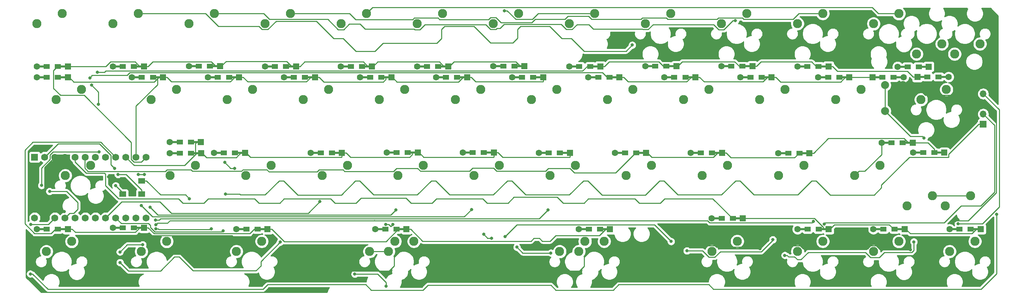
<source format=gbr>
G04 #@! TF.GenerationSoftware,KiCad,Pcbnew,(5.1.4-0-10_14)*
G04 #@! TF.CreationDate,2020-04-11T19:03:29-07:00*
G04 #@! TF.ProjectId,TG4xhotswap,54473478-686f-4747-9377-61702e6b6963,rev?*
G04 #@! TF.SameCoordinates,Original*
G04 #@! TF.FileFunction,Copper,L1,Top*
G04 #@! TF.FilePolarity,Positive*
%FSLAX46Y46*%
G04 Gerber Fmt 4.6, Leading zero omitted, Abs format (unit mm)*
G04 Created by KiCad (PCBNEW (5.1.4-0-10_14)) date 2020-04-11 19:03:29*
%MOMM*%
%LPD*%
G04 APERTURE LIST*
%ADD10C,2.286000*%
%ADD11R,1.800000X1.400000*%
%ADD12R,1.752600X1.752600*%
%ADD13C,1.752600*%
%ADD14R,2.900000X0.500000*%
%ADD15R,1.600000X1.600000*%
%ADD16C,1.600000*%
%ADD17R,1.600000X1.200000*%
%ADD18C,2.000000*%
%ADD19R,1.700000X1.700000*%
%ADD20O,1.700000X1.700000*%
%ADD21C,0.800000*%
%ADD22C,0.250000*%
%ADD23C,0.254000*%
G04 APERTURE END LIST*
D10*
X24485600Y-56642000D03*
X30835600Y-54102000D03*
X19735800Y-75717400D03*
X26085800Y-73177400D03*
X43535600Y-75717400D03*
X49885600Y-73177400D03*
X67335400Y-75692000D03*
X73685400Y-73152000D03*
X148297900Y-75717400D03*
X154647900Y-73177400D03*
X153085800Y-75692000D03*
X159435800Y-73152000D03*
X100698300Y-75704700D03*
X107048300Y-73164700D03*
X105435400Y-75692000D03*
X111785400Y-73152000D03*
X251180600Y-61747400D03*
X244830600Y-64287400D03*
X241642900Y-61696600D03*
X235292900Y-64236600D03*
X244017800Y-23609300D03*
X237667800Y-26149300D03*
X22174200Y-37592000D03*
X28524200Y-35052000D03*
X238810800Y-37592000D03*
X245160800Y-35052000D03*
X65049400Y-37592000D03*
X71399400Y-35052000D03*
X164973000Y-56667400D03*
X171323000Y-54127400D03*
X50698400Y-56642000D03*
X57048400Y-54102000D03*
X88798400Y-56667400D03*
X95148400Y-54127400D03*
X184023000Y-56642000D03*
X190373000Y-54102000D03*
X74498200Y-18542000D03*
X80848200Y-16002000D03*
X203098400Y-56642000D03*
X209448400Y-54102000D03*
X17348200Y-18542000D03*
X23698200Y-16002000D03*
X36398200Y-18542000D03*
X42748200Y-16002000D03*
X55448200Y-18567400D03*
X61798200Y-16027400D03*
X93548200Y-18567400D03*
X99898200Y-16027400D03*
X112598200Y-18567400D03*
X118948200Y-16027400D03*
X131673600Y-18516600D03*
X138023600Y-15976600D03*
X150698200Y-18542000D03*
X157048200Y-16002000D03*
X169748200Y-18542000D03*
X176098200Y-16002000D03*
X188798200Y-18542000D03*
X195148200Y-16002000D03*
X207848200Y-18542000D03*
X214198200Y-16002000D03*
X69723000Y-56642000D03*
X76073000Y-54102000D03*
X107823000Y-56642000D03*
X114173000Y-54102000D03*
X126873000Y-56642000D03*
X133223000Y-54102000D03*
X145923000Y-56642000D03*
X152273000Y-54102000D03*
X222148400Y-56667400D03*
X228498400Y-54127400D03*
X207848200Y-75692000D03*
X214198200Y-73152000D03*
X226898200Y-75717400D03*
X233248200Y-73177400D03*
X245948200Y-75692000D03*
X252298200Y-73152000D03*
X226898200Y-18567400D03*
X233248200Y-16027400D03*
X45974000Y-37592000D03*
X52324000Y-35052000D03*
X84074000Y-37592000D03*
X90424000Y-35052000D03*
X103149400Y-37592000D03*
X109499400Y-35052000D03*
X122174000Y-37592000D03*
X128524000Y-35052000D03*
X141249400Y-37617400D03*
X147599400Y-35077400D03*
X160274000Y-37617400D03*
X166624000Y-35077400D03*
X179349400Y-37592000D03*
X185699400Y-35052000D03*
X198374000Y-37592000D03*
X204724000Y-35052000D03*
X217449400Y-37617400D03*
X223799400Y-35077400D03*
X186410600Y-75692000D03*
X192760600Y-73152000D03*
X253555500Y-23622000D03*
X247205500Y-26162000D03*
D11*
X43636900Y-61251100D03*
X43636900Y-57951100D03*
X38836900Y-57951100D03*
X38836900Y-61251100D03*
D12*
X16814800Y-52030000D03*
D13*
X19354800Y-52030000D03*
X21894800Y-52030000D03*
X24434800Y-52030000D03*
X26974800Y-52030000D03*
X29514800Y-52030000D03*
X32054800Y-52030000D03*
X34594800Y-52030000D03*
X37134800Y-52030000D03*
X39674800Y-52030000D03*
X42214800Y-52030000D03*
X44754800Y-67270000D03*
X42214800Y-67270000D03*
X39674800Y-67270000D03*
X37134800Y-67270000D03*
X34594800Y-67270000D03*
X32054800Y-67270000D03*
X29514800Y-67270000D03*
X26974800Y-67270000D03*
X24434800Y-67270000D03*
X21894800Y-67270000D03*
X19354800Y-67270000D03*
X44754800Y-52030000D03*
X16814800Y-67270000D03*
D14*
X23747100Y-29298900D03*
X18747100Y-29298900D03*
D15*
X25147100Y-29298900D03*
D16*
X17347100Y-29298900D03*
D17*
X19847100Y-29298900D03*
X22647100Y-29298900D03*
D14*
X42784400Y-29260800D03*
X37784400Y-29260800D03*
D15*
X44184400Y-29260800D03*
D16*
X36384400Y-29260800D03*
D17*
X38884400Y-29260800D03*
X41684400Y-29260800D03*
D14*
X61834400Y-29222700D03*
X56834400Y-29222700D03*
D15*
X63234400Y-29222700D03*
D16*
X55434400Y-29222700D03*
D17*
X57934400Y-29222700D03*
X60734400Y-29222700D03*
D14*
X80884400Y-29248100D03*
X75884400Y-29248100D03*
D15*
X82284400Y-29248100D03*
D16*
X74484400Y-29248100D03*
D17*
X76984400Y-29248100D03*
X79784400Y-29248100D03*
D14*
X99909000Y-29248100D03*
X94909000Y-29248100D03*
D15*
X101309000Y-29248100D03*
D16*
X93509000Y-29248100D03*
D17*
X96009000Y-29248100D03*
X98809000Y-29248100D03*
D14*
X118984400Y-29248100D03*
X113984400Y-29248100D03*
D15*
X120384400Y-29248100D03*
D16*
X112584400Y-29248100D03*
D17*
X115084400Y-29248100D03*
X117884400Y-29248100D03*
D14*
X138085200Y-29222700D03*
X133085200Y-29222700D03*
D15*
X139485200Y-29222700D03*
D16*
X131685200Y-29222700D03*
D17*
X134185200Y-29222700D03*
X136985200Y-29222700D03*
D14*
X157097100Y-29260800D03*
X152097100Y-29260800D03*
D15*
X158497100Y-29260800D03*
D16*
X150697100Y-29260800D03*
D17*
X153197100Y-29260800D03*
X155997100Y-29260800D03*
D14*
X176159800Y-29222700D03*
X171159800Y-29222700D03*
D15*
X177559800Y-29222700D03*
D16*
X169759800Y-29222700D03*
D17*
X172259800Y-29222700D03*
X175059800Y-29222700D03*
D14*
X195197100Y-29222700D03*
X190197100Y-29222700D03*
D15*
X196597100Y-29222700D03*
D16*
X188797100Y-29222700D03*
D17*
X191297100Y-29222700D03*
X194097100Y-29222700D03*
D14*
X214247100Y-29260800D03*
X209247100Y-29260800D03*
D15*
X215647100Y-29260800D03*
D16*
X207847100Y-29260800D03*
D17*
X210347100Y-29260800D03*
X213147100Y-29260800D03*
D14*
X239342300Y-29337000D03*
X234342300Y-29337000D03*
D15*
X240742300Y-29337000D03*
D16*
X232942300Y-29337000D03*
D17*
X235442300Y-29337000D03*
X238242300Y-29337000D03*
D14*
X239295300Y-31902400D03*
X244295300Y-31902400D03*
D15*
X237895300Y-31902400D03*
D16*
X245695300Y-31902400D03*
D17*
X243195300Y-31902400D03*
X240395300Y-31902400D03*
D14*
X23759800Y-31965900D03*
X18759800Y-31965900D03*
D15*
X25159800Y-31965900D03*
D16*
X17359800Y-31965900D03*
D17*
X19859800Y-31965900D03*
X22659800Y-31965900D03*
D14*
X47559600Y-32016700D03*
X42559600Y-32016700D03*
D15*
X48959600Y-32016700D03*
D16*
X41159600Y-32016700D03*
D17*
X43659600Y-32016700D03*
X46459600Y-32016700D03*
D14*
X66609600Y-31978600D03*
X61609600Y-31978600D03*
D15*
X68009600Y-31978600D03*
D16*
X60209600Y-31978600D03*
D17*
X62709600Y-31978600D03*
X65509600Y-31978600D03*
D14*
X85646900Y-31991300D03*
X80646900Y-31991300D03*
D15*
X87046900Y-31991300D03*
D16*
X79246900Y-31991300D03*
D17*
X81746900Y-31991300D03*
X84546900Y-31991300D03*
D14*
X104747700Y-32016700D03*
X99747700Y-32016700D03*
D15*
X106147700Y-32016700D03*
D16*
X98347700Y-32016700D03*
D17*
X100847700Y-32016700D03*
X103647700Y-32016700D03*
D14*
X123746900Y-32016700D03*
X118746900Y-32016700D03*
D15*
X125146900Y-32016700D03*
D16*
X117346900Y-32016700D03*
D17*
X119846900Y-32016700D03*
X122646900Y-32016700D03*
D14*
X142796900Y-32004000D03*
X137796900Y-32004000D03*
D15*
X144196900Y-32004000D03*
D16*
X136396900Y-32004000D03*
D17*
X138896900Y-32004000D03*
X141696900Y-32004000D03*
D14*
X161872300Y-31978600D03*
X156872300Y-31978600D03*
D15*
X163272300Y-31978600D03*
D16*
X155472300Y-31978600D03*
D17*
X157972300Y-31978600D03*
X160772300Y-31978600D03*
D14*
X180909600Y-31991300D03*
X175909600Y-31991300D03*
D15*
X182309600Y-31991300D03*
D16*
X174509600Y-31991300D03*
D17*
X177009600Y-31991300D03*
X179809600Y-31991300D03*
D14*
X199985000Y-31978600D03*
X194985000Y-31978600D03*
D15*
X201385000Y-31978600D03*
D16*
X193585000Y-31978600D03*
D17*
X196085000Y-31978600D03*
X198885000Y-31978600D03*
D14*
X219441400Y-32029400D03*
X214441400Y-32029400D03*
D15*
X220841400Y-32029400D03*
D16*
X213041400Y-32029400D03*
D17*
X215541400Y-32029400D03*
X218341400Y-32029400D03*
D14*
X228030400Y-32004000D03*
X233030400Y-32004000D03*
D15*
X226630400Y-32004000D03*
D16*
X234430400Y-32004000D03*
D17*
X231930400Y-32004000D03*
X229130400Y-32004000D03*
D14*
X57071900Y-48285400D03*
X52071900Y-48285400D03*
D15*
X58471900Y-48285400D03*
D16*
X50671900Y-48285400D03*
D17*
X53171900Y-48285400D03*
X55971900Y-48285400D03*
D14*
X57084600Y-51015900D03*
X52084600Y-51015900D03*
D15*
X58484600Y-51015900D03*
D16*
X50684600Y-51015900D03*
D17*
X53184600Y-51015900D03*
X55984600Y-51015900D03*
X67011200Y-51003200D03*
X64211200Y-51003200D03*
D16*
X61711200Y-51003200D03*
D15*
X69511200Y-51003200D03*
D14*
X63111200Y-51003200D03*
X68111200Y-51003200D03*
D17*
X91265200Y-50927000D03*
X88465200Y-50927000D03*
D16*
X85965200Y-50927000D03*
D15*
X93765200Y-50927000D03*
D14*
X87365200Y-50927000D03*
X92365200Y-50927000D03*
D17*
X110289800Y-50914300D03*
X107489800Y-50914300D03*
D16*
X104989800Y-50914300D03*
D15*
X112789800Y-50914300D03*
D14*
X106389800Y-50914300D03*
X111389800Y-50914300D03*
D17*
X129327100Y-50914300D03*
X126527100Y-50914300D03*
D16*
X124027100Y-50914300D03*
D15*
X131827100Y-50914300D03*
D14*
X125427100Y-50914300D03*
X130427100Y-50914300D03*
D17*
X148377100Y-50965100D03*
X145577100Y-50965100D03*
D16*
X143077100Y-50965100D03*
D15*
X150877100Y-50965100D03*
D14*
X144477100Y-50965100D03*
X149477100Y-50965100D03*
D17*
X167452500Y-50927000D03*
X164652500Y-50927000D03*
D16*
X162152500Y-50927000D03*
D15*
X169952500Y-50927000D03*
D14*
X163552500Y-50927000D03*
X168552500Y-50927000D03*
D17*
X186451700Y-50939700D03*
X183651700Y-50939700D03*
D16*
X181151700Y-50939700D03*
D15*
X188951700Y-50939700D03*
D14*
X182551700Y-50939700D03*
X187551700Y-50939700D03*
D17*
X208371900Y-51015900D03*
X205571900Y-51015900D03*
D16*
X203071900Y-51015900D03*
D15*
X210871900Y-51015900D03*
D14*
X204471900Y-51015900D03*
X209471900Y-51015900D03*
X235316400Y-48463200D03*
X230316400Y-48463200D03*
D15*
X236716400Y-48463200D03*
D16*
X228916400Y-48463200D03*
D17*
X231416400Y-48463200D03*
X234216400Y-48463200D03*
D14*
X243228500Y-50914300D03*
X238228500Y-50914300D03*
D15*
X244628500Y-50914300D03*
D16*
X236828500Y-50914300D03*
D17*
X239328500Y-50914300D03*
X242128500Y-50914300D03*
D14*
X23747100Y-70091300D03*
X18747100Y-70091300D03*
D15*
X25147100Y-70091300D03*
D16*
X17347100Y-70091300D03*
D17*
X19847100Y-70091300D03*
X22647100Y-70091300D03*
D14*
X42809800Y-69761100D03*
X37809800Y-69761100D03*
D15*
X44209800Y-69761100D03*
D16*
X36409800Y-69761100D03*
D17*
X38909800Y-69761100D03*
X41709800Y-69761100D03*
D14*
X73734300Y-70104000D03*
X68734300Y-70104000D03*
D15*
X75134300Y-70104000D03*
D16*
X67334300Y-70104000D03*
D17*
X69834300Y-70104000D03*
X72634300Y-70104000D03*
D14*
X108545000Y-70129400D03*
X103545000Y-70129400D03*
D15*
X109945000Y-70129400D03*
D16*
X102145000Y-70129400D03*
D17*
X104645000Y-70129400D03*
X107445000Y-70129400D03*
D14*
X159497400Y-70104000D03*
X154497400Y-70104000D03*
D15*
X160897400Y-70104000D03*
D16*
X153097400Y-70104000D03*
D17*
X155597400Y-70104000D03*
X158397400Y-70104000D03*
D14*
X192796800Y-67398900D03*
X187796800Y-67398900D03*
D15*
X194196800Y-67398900D03*
D16*
X186396800Y-67398900D03*
D17*
X188896800Y-67398900D03*
X191696800Y-67398900D03*
D14*
X214272500Y-70104000D03*
X209272500Y-70104000D03*
D15*
X215672500Y-70104000D03*
D16*
X207872500Y-70104000D03*
D17*
X210372500Y-70104000D03*
X213172500Y-70104000D03*
D14*
X233274700Y-70091300D03*
X228274700Y-70091300D03*
D15*
X234674700Y-70091300D03*
D16*
X226874700Y-70091300D03*
D17*
X229374700Y-70091300D03*
X232174700Y-70091300D03*
D14*
X252347100Y-70104000D03*
X247347100Y-70104000D03*
D15*
X253747100Y-70104000D03*
D16*
X245947100Y-70104000D03*
D17*
X248447100Y-70104000D03*
X251247100Y-70104000D03*
D18*
X234275000Y-40475000D03*
X229775000Y-40475000D03*
X234275000Y-33975000D03*
X229775000Y-33975000D03*
D19*
X254368300Y-43764200D03*
D20*
X254368300Y-41224200D03*
X254368300Y-38684200D03*
X254368300Y-36144200D03*
D21*
X32550000Y-30725000D03*
X30625000Y-32175000D03*
X31075000Y-33975000D03*
X32800000Y-38750000D03*
X44325000Y-56375000D03*
X42769000Y-56350000D03*
X66925000Y-54827000D03*
X64425000Y-53375000D03*
X134425000Y-15302400D03*
X166475000Y-23900000D03*
X192325000Y-17798999D03*
X64000000Y-70504001D03*
X88276382Y-63192558D03*
X45750000Y-64575000D03*
X107258554Y-65284163D03*
X43575000Y-64200000D03*
X126243598Y-65157700D03*
X47050000Y-67775000D03*
X145364536Y-65294827D03*
X236150000Y-75250000D03*
X202100000Y-75075000D03*
X198475000Y-75025000D03*
X174300000Y-74900000D03*
X171000000Y-75150000D03*
X129875000Y-74275000D03*
X125325000Y-74500000D03*
X81500000Y-74725000D03*
X68825000Y-74275000D03*
X38075000Y-73275000D03*
X35350000Y-56950000D03*
X27225000Y-55200000D03*
X247319130Y-68000000D03*
X24242657Y-65718369D03*
X36825000Y-54825000D03*
X37100000Y-59200000D03*
X55575000Y-62450000D03*
X43878395Y-74008439D03*
X38175000Y-75825000D03*
X134650000Y-71950000D03*
X176225000Y-73175000D03*
X248100000Y-68725000D03*
X37700000Y-56375000D03*
X32925000Y-50725000D03*
X18550000Y-59125000D03*
X20550000Y-60625000D03*
X106495001Y-68948452D03*
X104725000Y-68929398D03*
X38184800Y-78475000D03*
X78300000Y-73350000D03*
X97000000Y-81375000D03*
X104830402Y-84375000D03*
X131225153Y-72375153D03*
X129275000Y-71400000D03*
X137577597Y-74622403D03*
X146100000Y-76075000D03*
X180175000Y-75525000D03*
X201675000Y-72725000D03*
X204680119Y-76668819D03*
X237000000Y-73275000D03*
X15844423Y-68903669D03*
X15721547Y-81328453D03*
X257725000Y-66375000D03*
X239575338Y-47250263D03*
X47177148Y-70001843D03*
X64650000Y-61300000D03*
X61050000Y-70000000D03*
X47215599Y-69002581D03*
X211833547Y-68190353D03*
X214525835Y-68814280D03*
D22*
X43134400Y-29260800D02*
X44184400Y-29260800D01*
X42009399Y-28135799D02*
X43134400Y-29260800D01*
X34681298Y-29298900D02*
X35844399Y-28135799D01*
X35844399Y-28135799D02*
X42009399Y-28135799D01*
X25147100Y-29298900D02*
X34681298Y-29298900D01*
X61059399Y-28097699D02*
X62184400Y-29222700D01*
X62184400Y-29222700D02*
X63234400Y-29222700D01*
X46397501Y-28097699D02*
X61059399Y-28097699D01*
X45234400Y-29260800D02*
X46397501Y-28097699D01*
X44184400Y-29260800D02*
X45234400Y-29260800D01*
X81234400Y-29248100D02*
X82284400Y-29248100D01*
X79973301Y-27987001D02*
X81234400Y-29248100D01*
X63534400Y-29222700D02*
X64770099Y-27987001D01*
X64770099Y-27987001D02*
X79973301Y-27987001D01*
X61834400Y-29222700D02*
X63534400Y-29222700D01*
X99133999Y-28123099D02*
X100259000Y-29248100D01*
X84459401Y-28123099D02*
X99133999Y-28123099D01*
X100259000Y-29248100D02*
X101309000Y-29248100D01*
X83334400Y-29248100D02*
X84459401Y-28123099D01*
X82284400Y-29248100D02*
X83334400Y-29248100D01*
X118209399Y-28123099D02*
X119334400Y-29248100D01*
X102734001Y-28123099D02*
X118209399Y-28123099D01*
X101609000Y-29248100D02*
X102734001Y-28123099D01*
X119334400Y-29248100D02*
X120384400Y-29248100D01*
X99909000Y-29248100D02*
X101609000Y-29248100D01*
X137310199Y-28097699D02*
X138435200Y-29222700D01*
X138435200Y-29222700D02*
X139485200Y-29222700D01*
X120684400Y-29248100D02*
X121834801Y-28097699D01*
X121834801Y-28097699D02*
X137310199Y-28097699D01*
X118984400Y-29248100D02*
X120684400Y-29248100D01*
X21534799Y-30311201D02*
X22547100Y-29298900D01*
X29228841Y-36520001D02*
X23274843Y-36520001D01*
X23274843Y-36520001D02*
X21534799Y-34779957D01*
X41013499Y-48304659D02*
X29228841Y-36520001D01*
X41013499Y-52606625D02*
X41013499Y-48304659D01*
X22547100Y-29298900D02*
X23747100Y-29298900D01*
X21534799Y-34779957D02*
X21534799Y-30311201D01*
X41638175Y-53231301D02*
X41013499Y-52606625D01*
X43553499Y-53231301D02*
X41638175Y-53231301D01*
X44754800Y-52030000D02*
X43553499Y-53231301D01*
X110995000Y-70129400D02*
X109945000Y-70129400D01*
X141137521Y-73114001D02*
X113979601Y-73114001D01*
X143300000Y-72425000D02*
X141826522Y-72425000D01*
X141826522Y-72425000D02*
X141137521Y-73114001D01*
X143989001Y-73114001D02*
X143300000Y-72425000D01*
X113979601Y-73114001D02*
X110995000Y-70129400D01*
X145912521Y-73114001D02*
X143989001Y-73114001D01*
X147317123Y-71709399D02*
X145912521Y-73114001D01*
X158242001Y-71709399D02*
X147317123Y-71709399D01*
X159847400Y-70104000D02*
X158242001Y-71709399D01*
X160897400Y-70104000D02*
X159847400Y-70104000D01*
X108895000Y-70129400D02*
X109945000Y-70129400D01*
X104815358Y-73225000D02*
X107910958Y-70129400D01*
X79305300Y-73225000D02*
X104815358Y-73225000D01*
X107910958Y-70129400D02*
X108895000Y-70129400D01*
X76184300Y-70104000D02*
X79305300Y-73225000D01*
X75134300Y-70104000D02*
X76184300Y-70104000D01*
X46727701Y-71229001D02*
X45259800Y-69761100D01*
X45259800Y-69761100D02*
X44209800Y-69761100D01*
X70694301Y-71229001D02*
X46727701Y-71229001D01*
X71819302Y-70104000D02*
X70694301Y-71229001D01*
X75134300Y-70104000D02*
X71819302Y-70104000D01*
X26197100Y-70091300D02*
X25147100Y-70091300D01*
X26991901Y-70886101D02*
X26197100Y-70091300D01*
X42034799Y-70886101D02*
X26991901Y-70886101D01*
X43159800Y-69761100D02*
X42034799Y-70886101D01*
X44209800Y-69761100D02*
X43159800Y-69761100D01*
X37134800Y-52030000D02*
X33354800Y-48250000D01*
X33354800Y-48250000D02*
X16375000Y-48250000D01*
X16375000Y-48250000D02*
X14375000Y-50250000D01*
X22047100Y-70091300D02*
X23747100Y-70091300D01*
X16807099Y-71216301D02*
X20922099Y-71216301D01*
X14375000Y-68784202D02*
X16807099Y-71216301D01*
X20922099Y-71216301D02*
X22047100Y-70091300D01*
X14375000Y-50250000D02*
X14375000Y-68784202D01*
X216697100Y-29260800D02*
X215647100Y-29260800D01*
X217898301Y-30462001D02*
X216697100Y-29260800D01*
X235404901Y-30462001D02*
X217898301Y-30462001D01*
X236845300Y-31902400D02*
X235404901Y-30462001D01*
X237895300Y-31902400D02*
X236845300Y-31902400D01*
X198734001Y-28135799D02*
X197647100Y-29222700D01*
X211422099Y-28135799D02*
X198734001Y-28135799D01*
X212547100Y-29260800D02*
X211422099Y-28135799D01*
X197647100Y-29222700D02*
X196597100Y-29222700D01*
X214247100Y-29260800D02*
X212547100Y-29260800D01*
X178984801Y-28097699D02*
X177859800Y-29222700D01*
X193282102Y-29222700D02*
X192157101Y-28097699D01*
X177859800Y-29222700D02*
X176159800Y-29222700D01*
X192157101Y-28097699D02*
X178984801Y-28097699D01*
X196597100Y-29222700D02*
X193282102Y-29222700D01*
X159547100Y-29260800D02*
X158497100Y-29260800D01*
X173119801Y-28097699D02*
X160710201Y-28097699D01*
X174244802Y-29222700D02*
X173119801Y-28097699D01*
X160710201Y-28097699D02*
X159547100Y-29260800D01*
X177559800Y-29222700D02*
X174244802Y-29222700D01*
X154057101Y-30385801D02*
X34610801Y-30385801D01*
X155182102Y-29260800D02*
X154057101Y-30385801D01*
X158497100Y-29260800D02*
X155182102Y-29260800D01*
X34271602Y-30725000D02*
X32550000Y-30725000D01*
X34610801Y-30385801D02*
X34271602Y-30725000D01*
X144121899Y-33129001D02*
X127309201Y-33129001D01*
X126196900Y-32016700D02*
X125146900Y-32016700D01*
X127309201Y-33129001D02*
X126196900Y-32016700D01*
X144196900Y-33054000D02*
X144121899Y-33129001D01*
X144196900Y-32004000D02*
X144196900Y-33054000D01*
X122971899Y-33141701D02*
X107572701Y-33141701D01*
X124096900Y-32016700D02*
X122971899Y-33141701D01*
X106447700Y-32016700D02*
X104747700Y-32016700D01*
X107572701Y-33141701D02*
X106447700Y-32016700D01*
X125146900Y-32016700D02*
X124096900Y-32016700D01*
X104122699Y-33141701D02*
X89247301Y-33141701D01*
X88096900Y-31991300D02*
X87046900Y-31991300D01*
X89247301Y-33141701D02*
X88096900Y-31991300D01*
X104747700Y-32516700D02*
X104122699Y-33141701D01*
X104747700Y-32016700D02*
X104747700Y-32516700D01*
X69059600Y-31978600D02*
X68009600Y-31978600D01*
X85996900Y-31991300D02*
X84871899Y-33116301D01*
X70197301Y-33116301D02*
X69059600Y-31978600D01*
X84871899Y-33116301D02*
X70197301Y-33116301D01*
X87046900Y-31991300D02*
X85996900Y-31991300D01*
X65834599Y-33103601D02*
X51096501Y-33103601D01*
X50009600Y-32016700D02*
X48959600Y-32016700D01*
X51096501Y-33103601D02*
X50009600Y-32016700D01*
X66959600Y-31978600D02*
X65834599Y-33103601D01*
X68009600Y-31978600D02*
X66959600Y-31978600D01*
X25459800Y-31965900D02*
X23759800Y-31965900D01*
X26635601Y-33141701D02*
X25459800Y-31965900D01*
X46784599Y-33141701D02*
X26635601Y-33141701D01*
X47909600Y-32016700D02*
X46784599Y-33141701D01*
X48959600Y-32016700D02*
X47909600Y-32016700D01*
X42214800Y-50790725D02*
X42214800Y-52030000D01*
X42214800Y-39178558D02*
X42214800Y-50790725D01*
X47559600Y-33833758D02*
X42214800Y-39178558D01*
X47559600Y-32016700D02*
X47559600Y-33833758D01*
X180134599Y-33116301D02*
X181259600Y-31991300D01*
X165460001Y-33116301D02*
X180134599Y-33116301D01*
X164322300Y-31978600D02*
X165460001Y-33116301D01*
X181259600Y-31991300D02*
X182309600Y-31991300D01*
X163272300Y-31978600D02*
X164322300Y-31978600D01*
X200335000Y-31978600D02*
X201385000Y-31978600D01*
X199209999Y-33103601D02*
X200335000Y-31978600D01*
X184471901Y-33103601D02*
X199209999Y-33103601D01*
X183359600Y-31991300D02*
X184471901Y-33103601D01*
X182309600Y-31991300D02*
X183359600Y-31991300D01*
X219791400Y-32029400D02*
X220841400Y-32029400D01*
X203610801Y-33154401D02*
X218666399Y-33154401D01*
X218666399Y-33154401D02*
X219791400Y-32029400D01*
X202435000Y-31978600D02*
X203610801Y-33154401D01*
X201385000Y-31978600D02*
X202435000Y-31978600D01*
X228005000Y-32029400D02*
X228030400Y-32004000D01*
X220841400Y-32029400D02*
X228005000Y-32029400D01*
X40657699Y-30853599D02*
X40011298Y-31500000D01*
X159047299Y-30853599D02*
X40657699Y-30853599D01*
X40011298Y-31500000D02*
X31125000Y-31500000D01*
X160172300Y-31978600D02*
X159047299Y-30853599D01*
X161872300Y-31978600D02*
X160172300Y-31978600D01*
X31125000Y-31675000D02*
X30625000Y-32175000D01*
X31125000Y-31500000D02*
X31125000Y-31675000D01*
X32800000Y-35700000D02*
X32800000Y-38750000D01*
X31075000Y-33975000D02*
X32800000Y-35700000D01*
X134052901Y-52090101D02*
X132877100Y-50914300D01*
X132877100Y-50914300D02*
X131827100Y-50914300D01*
X150802099Y-52090101D02*
X134052901Y-52090101D01*
X150877100Y-52015100D02*
X150802099Y-52090101D01*
X150877100Y-50965100D02*
X150877100Y-52015100D01*
X131752099Y-52039301D02*
X114214801Y-52039301D01*
X113089800Y-50914300D02*
X111389800Y-50914300D01*
X114214801Y-52039301D02*
X113089800Y-50914300D01*
X131827100Y-51964300D02*
X131752099Y-52039301D01*
X131827100Y-50914300D02*
X131827100Y-51964300D01*
X94815200Y-50927000D02*
X93765200Y-50927000D01*
X95940201Y-52052001D02*
X94815200Y-50927000D01*
X110752099Y-52052001D02*
X95940201Y-52052001D01*
X111389800Y-51414300D02*
X110752099Y-52052001D01*
X111389800Y-50914300D02*
X111389800Y-51414300D01*
X93690199Y-52052001D02*
X70860001Y-52052001D01*
X70860001Y-52052001D02*
X69811200Y-51003200D01*
X93765200Y-51977000D02*
X93690199Y-52052001D01*
X69811200Y-51003200D02*
X68111200Y-51003200D01*
X93765200Y-50927000D02*
X93765200Y-51977000D01*
X59896901Y-52128201D02*
X58784600Y-51015900D01*
X68461200Y-51003200D02*
X67336199Y-52128201D01*
X58784600Y-51015900D02*
X57084600Y-51015900D01*
X67336199Y-52128201D02*
X59896901Y-52128201D01*
X69511200Y-51003200D02*
X68461200Y-51003200D01*
X57421900Y-48285400D02*
X58471900Y-48285400D01*
X57084600Y-48622700D02*
X57421900Y-48285400D01*
X57084600Y-51015900D02*
X57084600Y-48622700D01*
X57434600Y-51015900D02*
X58484600Y-51015900D01*
X54375500Y-54075000D02*
X57434600Y-51015900D01*
X41719800Y-54075000D02*
X54375500Y-54075000D01*
X39674800Y-52030000D02*
X41719800Y-54075000D01*
X242128500Y-50064300D02*
X242128500Y-50914300D01*
X240527400Y-48463200D02*
X242128500Y-50064300D01*
X236716400Y-48463200D02*
X240527400Y-48463200D01*
X215599601Y-47338199D02*
X211921900Y-51015900D01*
X211921900Y-51015900D02*
X210871900Y-51015900D01*
X234541399Y-47338199D02*
X215599601Y-47338199D01*
X235666400Y-48463200D02*
X234541399Y-47338199D01*
X236716400Y-48463200D02*
X235666400Y-48463200D01*
X190001700Y-50939700D02*
X188951700Y-50939700D01*
X191202901Y-52140901D02*
X190001700Y-50939700D01*
X207146899Y-52140901D02*
X191202901Y-52140901D01*
X208271900Y-51015900D02*
X207146899Y-52140901D01*
X209471900Y-51015900D02*
X208271900Y-51015900D01*
X170252500Y-50927000D02*
X168552500Y-50927000D01*
X171390201Y-52064701D02*
X170252500Y-50927000D01*
X186776699Y-52064701D02*
X171390201Y-52064701D01*
X187901700Y-50939700D02*
X186776699Y-52064701D01*
X188951700Y-50939700D02*
X187901700Y-50939700D01*
X162316741Y-55962759D02*
X167352500Y-50927000D01*
X145492358Y-54900000D02*
X150898358Y-54900000D01*
X144822357Y-55570001D02*
X145492358Y-54900000D01*
X132518359Y-55570001D02*
X144822357Y-55570001D01*
X131754999Y-54806641D02*
X132518359Y-55570001D01*
X126535717Y-54806641D02*
X131754999Y-54806641D01*
X125772357Y-55570001D02*
X126535717Y-54806641D01*
X113468359Y-55570001D02*
X125772357Y-55570001D01*
X112723358Y-54825000D02*
X113468359Y-55570001D01*
X150898358Y-54900000D02*
X151961117Y-55962759D01*
X107467358Y-54825000D02*
X112723358Y-54825000D01*
X106696957Y-55595401D02*
X107467358Y-54825000D01*
X94047757Y-55199399D02*
X94443759Y-55595401D01*
X88093759Y-55199399D02*
X94047757Y-55199399D01*
X87568158Y-55725000D02*
X88093759Y-55199399D01*
X75523358Y-55725000D02*
X87568158Y-55725000D01*
X69018359Y-55173999D02*
X74972357Y-55173999D01*
X151961117Y-55962759D02*
X162316741Y-55962759D01*
X68622357Y-55570001D02*
X69018359Y-55173999D01*
X56343759Y-55570001D02*
X68622357Y-55570001D01*
X55947757Y-55173999D02*
X56343759Y-55570001D01*
X30160958Y-55600000D02*
X49567758Y-55600000D01*
X94443759Y-55595401D02*
X106696957Y-55595401D01*
X74972357Y-55173999D02*
X75523358Y-55725000D01*
X49993759Y-55173999D02*
X55947757Y-55173999D01*
X29367599Y-54806641D02*
X30160958Y-55600000D01*
X29367599Y-52177201D02*
X29367599Y-54806641D01*
X167352500Y-50927000D02*
X168552500Y-50927000D01*
X49567758Y-55600000D02*
X49993759Y-55173999D01*
X29514800Y-52030000D02*
X29367599Y-52177201D01*
X214272500Y-69604000D02*
X214272500Y-70104000D01*
X212067400Y-67398900D02*
X214272500Y-69604000D01*
X194196800Y-67398900D02*
X212067400Y-67398900D01*
X231974700Y-70091300D02*
X232174700Y-70091300D01*
X217110201Y-68966299D02*
X230849699Y-68966299D01*
X230849699Y-68966299D02*
X231974700Y-70091300D01*
X215972500Y-70104000D02*
X217110201Y-68966299D01*
X214272500Y-70104000D02*
X215972500Y-70104000D01*
X234974700Y-70091300D02*
X236112401Y-71229001D01*
X252697100Y-70104000D02*
X253747100Y-70104000D01*
X251572099Y-71229001D02*
X252697100Y-70104000D01*
X236112401Y-71229001D02*
X251572099Y-71229001D01*
X233274700Y-70091300D02*
X234974700Y-70091300D01*
X34300010Y-56050010D02*
X29755535Y-56050010D01*
X34551501Y-59150703D02*
X34551501Y-56301501D01*
X52844401Y-62436999D02*
X37837797Y-62436999D01*
X53954403Y-63547001D02*
X52844401Y-62436999D01*
X29755535Y-56050010D02*
X26974800Y-53269275D01*
X59194401Y-63547001D02*
X53954403Y-63547001D01*
X78219001Y-63547001D02*
X72979003Y-63547001D01*
X79303603Y-62462399D02*
X78219001Y-63547001D01*
X109832002Y-62300000D02*
X98566802Y-62300000D01*
X71869001Y-62436999D02*
X60304403Y-62436999D01*
X111079003Y-63547001D02*
X109832002Y-62300000D01*
X37837797Y-62436999D02*
X34551501Y-59150703D01*
X98566802Y-62300000D02*
X97294401Y-63572401D01*
X116319001Y-63547001D02*
X111079003Y-63547001D01*
X117429003Y-62436999D02*
X116319001Y-63547001D01*
X26974800Y-53269275D02*
X26974800Y-52030000D01*
X129019001Y-62436999D02*
X117429003Y-62436999D01*
X130129003Y-63547001D02*
X129019001Y-62436999D01*
X135369001Y-63547001D02*
X130129003Y-63547001D01*
X136866002Y-62050000D02*
X135369001Y-63547001D01*
X149179003Y-63547001D02*
X147682002Y-62050000D01*
X72979003Y-63547001D02*
X71869001Y-62436999D01*
X154419001Y-63547001D02*
X149179003Y-63547001D01*
X155503603Y-62462399D02*
X154419001Y-63547001D01*
X97294401Y-63572401D02*
X92054403Y-63572401D01*
X167119001Y-62462399D02*
X155503603Y-62462399D01*
X168229003Y-63572401D02*
X167119001Y-62462399D01*
X173469001Y-63572401D02*
X168229003Y-63572401D01*
X174604403Y-62436999D02*
X173469001Y-63572401D01*
X34551501Y-56301501D02*
X34300010Y-56050010D01*
X147682002Y-62050000D02*
X136866002Y-62050000D01*
X186634899Y-62436999D02*
X174604403Y-62436999D01*
X92054403Y-63572401D02*
X90944401Y-62462399D01*
X191596800Y-67398900D02*
X186634899Y-62436999D01*
X60304403Y-62436999D02*
X59194401Y-63547001D01*
X90944401Y-62462399D02*
X79303603Y-62462399D01*
X192796800Y-67398900D02*
X191596800Y-67398900D01*
X42794000Y-56375000D02*
X42769000Y-56350000D01*
X44325000Y-56375000D02*
X42794000Y-56375000D01*
X65877000Y-54827000D02*
X64425000Y-53375000D01*
X66925000Y-54827000D02*
X65877000Y-54827000D01*
X228916400Y-51360574D02*
X228916400Y-49594570D01*
X228916400Y-49594570D02*
X228916400Y-48463200D01*
X224752573Y-55524401D02*
X228916400Y-51360574D01*
X223291399Y-55524401D02*
X224752573Y-55524401D01*
X222148400Y-56667400D02*
X223291399Y-55524401D01*
X251129800Y-61696600D02*
X251180600Y-61747400D01*
X241642900Y-61696600D02*
X251129800Y-61696600D01*
X105422700Y-75704700D02*
X105435400Y-75692000D01*
X100698300Y-75704700D02*
X105422700Y-75704700D01*
X141518989Y-17444601D02*
X142961590Y-16002000D01*
X137318959Y-17444601D02*
X141518989Y-17444601D01*
X142961590Y-16002000D02*
X157048200Y-16002000D01*
X135176758Y-15302400D02*
X137318959Y-17444601D01*
X134425000Y-15302400D02*
X135176758Y-15302400D01*
X154404669Y-25447001D02*
X164927999Y-25447001D01*
X151215569Y-22257901D02*
X154404669Y-25447001D01*
X148863767Y-22257901D02*
X151215569Y-22257901D01*
X145793575Y-19187709D02*
X148863767Y-22257901D01*
X138558319Y-19187709D02*
X145793575Y-19187709D01*
X137802501Y-19943527D02*
X138558319Y-19187709D01*
X137802501Y-22169673D02*
X137802501Y-19943527D01*
X136596673Y-23375501D02*
X137802501Y-22169673D01*
X130982167Y-23375501D02*
X136596673Y-23375501D01*
X126845175Y-19238509D02*
X130982167Y-23375501D01*
X119482919Y-19238509D02*
X126845175Y-19238509D01*
X118727101Y-19994327D02*
X119482919Y-19238509D01*
X104090301Y-23426301D02*
X117521273Y-23426301D01*
X102044201Y-25472401D02*
X104090301Y-23426301D01*
X59600158Y-16002000D02*
X62844799Y-19246641D01*
X62844799Y-19246641D02*
X73030199Y-19246641D01*
X94065569Y-22283301D02*
X97254669Y-25472401D01*
X87350477Y-17920011D02*
X91713767Y-22283301D01*
X97254669Y-25472401D02*
X102044201Y-25472401D01*
X117521273Y-23426301D02*
X118727101Y-22220473D01*
X77292831Y-17920011D02*
X87350477Y-17920011D01*
X42748200Y-16002000D02*
X59600158Y-16002000D01*
X118727101Y-22220473D02*
X118727101Y-19994327D01*
X164927999Y-25447001D02*
X166475000Y-23900000D01*
X75202841Y-20010001D02*
X77292831Y-17920011D01*
X73030199Y-19246641D02*
X73793559Y-20010001D01*
X91713767Y-22283301D02*
X94065569Y-22283301D01*
X73793559Y-20010001D02*
X75202841Y-20010001D01*
X63414646Y-16027400D02*
X61798200Y-16027400D01*
X74156242Y-16027400D02*
X63414646Y-16027400D01*
X75598843Y-17470001D02*
X74156242Y-16027400D01*
X92843559Y-20035401D02*
X90278159Y-17470001D01*
X94252841Y-20035401D02*
X92843559Y-20035401D01*
X95638242Y-18650000D02*
X94252841Y-20035401D01*
X98332774Y-18650000D02*
X95638242Y-18650000D01*
X99614273Y-19931499D02*
X98332774Y-18650000D01*
X111996535Y-20035401D02*
X111892633Y-19931499D01*
X113302841Y-20035401D02*
X111996535Y-20035401D01*
X129772857Y-18788499D02*
X114549743Y-18788499D01*
X133383226Y-19725000D02*
X132637842Y-19725000D01*
X149993559Y-20010001D02*
X148721257Y-18737699D01*
X151402841Y-20010001D02*
X149993559Y-20010001D01*
X130968959Y-19984601D02*
X129772857Y-18788499D01*
X152649743Y-18763099D02*
X151402841Y-20010001D01*
X90278159Y-17470001D02*
X75598843Y-17470001D01*
X155621273Y-18763099D02*
X152649743Y-18763099D01*
X111892633Y-19931499D02*
X99614273Y-19931499D01*
X156764273Y-19906099D02*
X155621273Y-18763099D01*
X169042633Y-19906099D02*
X156764273Y-19906099D01*
X169146535Y-20010001D02*
X169042633Y-19906099D01*
X148721257Y-18737699D02*
X134370527Y-18737699D01*
X171699743Y-18763099D02*
X170452841Y-20010001D01*
X186846657Y-18763099D02*
X171699743Y-18763099D01*
X170452841Y-20010001D02*
X169146535Y-20010001D01*
X188158558Y-20075000D02*
X186846657Y-18763099D01*
X114549743Y-18788499D02*
X113302841Y-20035401D01*
X132637842Y-19725000D02*
X132378241Y-19984601D01*
X134370527Y-18737699D02*
X133383226Y-19725000D01*
X189437842Y-20075000D02*
X188158558Y-20075000D01*
X191713843Y-17798999D02*
X189437842Y-20075000D01*
X132378241Y-19984601D02*
X130968959Y-19984601D01*
X192325000Y-17798999D02*
X191713843Y-17798999D01*
X45825000Y-69675000D02*
X46928991Y-70778991D01*
X38500899Y-68636099D02*
X45269801Y-68636099D01*
X45825000Y-69191298D02*
X45825000Y-69675000D01*
X45269801Y-68636099D02*
X45825000Y-69191298D01*
X37134800Y-67270000D02*
X38500899Y-68636099D01*
X63725010Y-70778991D02*
X64000000Y-70504001D01*
X46928991Y-70778991D02*
X63725010Y-70778991D01*
X212581754Y-16002000D02*
X214198200Y-16002000D01*
X208215558Y-16002000D02*
X212581754Y-16002000D01*
X187697557Y-17470001D02*
X188093559Y-17073999D01*
X155580199Y-16706641D02*
X156343559Y-17470001D01*
X130522157Y-17495401D02*
X130968959Y-17048599D01*
X175393559Y-17470001D02*
X187697557Y-17470001D01*
X169043559Y-17073999D02*
X174997557Y-17073999D01*
X168647557Y-17470001D02*
X169043559Y-17073999D01*
X95684774Y-16002000D02*
X97178175Y-17495401D01*
X156343559Y-17470001D02*
X168647557Y-17470001D01*
X188093559Y-17073999D02*
X194047557Y-17073999D01*
X133617331Y-18287689D02*
X141312311Y-18287689D01*
X150360917Y-16706641D02*
X155580199Y-16706641D01*
X111497557Y-17495401D02*
X111893559Y-17099399D01*
X149622957Y-17444601D02*
X150360917Y-16706641D01*
X142155399Y-17444601D02*
X149622957Y-17444601D01*
X141312311Y-18287689D02*
X142155399Y-17444601D01*
X118243559Y-17495401D02*
X130522157Y-17495401D01*
X194443559Y-17470001D02*
X206747557Y-17470001D01*
X97178175Y-17495401D02*
X111497557Y-17495401D01*
X117847557Y-17099399D02*
X118243559Y-17495401D01*
X206747557Y-17470001D02*
X208215558Y-16002000D01*
X194047557Y-17073999D02*
X194443559Y-17470001D01*
X130968959Y-17048599D02*
X132378241Y-17048599D01*
X80848200Y-16002000D02*
X95684774Y-16002000D01*
X111893559Y-17099399D02*
X117847557Y-17099399D01*
X132378241Y-17048599D02*
X133617331Y-18287689D01*
X174997557Y-17073999D02*
X175393559Y-17470001D01*
X34594800Y-67270000D02*
X38664800Y-63200000D01*
X48205398Y-63200000D02*
X51092399Y-66087001D01*
X51092399Y-66087001D02*
X53587999Y-66087001D01*
X38664800Y-63200000D02*
X48205398Y-63200000D01*
X85381939Y-66087001D02*
X88276382Y-63192558D01*
X53587999Y-66087001D02*
X85381939Y-66087001D01*
X101041199Y-14884401D02*
X99898200Y-16027400D01*
X101417001Y-14508599D02*
X101041199Y-14884401D01*
X226606625Y-14508599D02*
X101417001Y-14508599D01*
X228125426Y-16027400D02*
X226606625Y-14508599D01*
X233248200Y-16027400D02*
X228125426Y-16027400D01*
X106005706Y-66537011D02*
X107258554Y-65284163D01*
X47712011Y-66537011D02*
X106005706Y-66537011D01*
X45750000Y-64575000D02*
X47712011Y-66537011D01*
X46362021Y-66987021D02*
X124414277Y-66987021D01*
X124414277Y-66987021D02*
X126243598Y-65157700D01*
X43575000Y-64200000D02*
X46362021Y-66987021D01*
X48000000Y-67775000D02*
X48337969Y-67437031D01*
X47050000Y-67775000D02*
X48000000Y-67775000D01*
X143222332Y-67437031D02*
X145364536Y-65294827D01*
X48337969Y-67437031D02*
X143222332Y-67437031D01*
X239911443Y-36520001D02*
X237366442Y-33975000D01*
X235689213Y-33975000D02*
X234275000Y-33975000D01*
X252204101Y-36520001D02*
X239911443Y-36520001D01*
X237366442Y-33975000D02*
X235689213Y-33975000D01*
X254368300Y-38684200D02*
X252204101Y-36520001D01*
X234275000Y-33975000D02*
X234275000Y-40475000D01*
X202951001Y-74223999D02*
X202100000Y-75075000D01*
X209316201Y-74987359D02*
X208552841Y-74223999D01*
X208552841Y-74223999D02*
X202951001Y-74223999D01*
X225455599Y-74987359D02*
X209316201Y-74987359D01*
X227602841Y-74249399D02*
X226193559Y-74249399D01*
X228603442Y-75250000D02*
X227602841Y-74249399D01*
X226193559Y-74249399D02*
X225455599Y-74987359D01*
X236150000Y-75250000D02*
X228603442Y-75250000D01*
X187115241Y-74223999D02*
X173876001Y-74223999D01*
X187511243Y-74620001D02*
X187115241Y-74223999D01*
X198070001Y-74620001D02*
X187511243Y-74620001D01*
X198475000Y-75025000D02*
X198070001Y-74620001D01*
X174300000Y-74647998D02*
X174300000Y-74900000D01*
X173876001Y-74223999D02*
X174300000Y-74647998D01*
X154426801Y-79370473D02*
X153220973Y-80576301D01*
X136176301Y-80576301D02*
X129875000Y-74275000D01*
X154426801Y-77144327D02*
X154426801Y-79370473D01*
X153220973Y-80576301D02*
X136176301Y-80576301D01*
X156421128Y-75150000D02*
X154426801Y-77144327D01*
X171000000Y-75150000D02*
X156421128Y-75150000D01*
X105621373Y-80563601D02*
X87338601Y-80563601D01*
X106827201Y-79357773D02*
X105621373Y-80563601D01*
X87338601Y-80563601D02*
X81500000Y-74725000D01*
X106827201Y-77131627D02*
X106827201Y-79357773D01*
X109058829Y-74899999D02*
X106827201Y-77131627D01*
X124925001Y-74899999D02*
X109058829Y-74899999D01*
X125325000Y-74500000D02*
X124925001Y-74899999D01*
X39640601Y-71709399D02*
X38075000Y-73275000D01*
X66259399Y-71709399D02*
X39640601Y-71709399D01*
X68825000Y-74275000D02*
X66259399Y-71709399D01*
X36351100Y-57951100D02*
X35350000Y-56950000D01*
X38836900Y-57951100D02*
X36351100Y-57951100D01*
X24434800Y-52409800D02*
X24434800Y-52030000D01*
X27225000Y-55200000D02*
X24434800Y-52409800D01*
X24434800Y-52030000D02*
X21894800Y-52030000D01*
X19354800Y-54570000D02*
X19354800Y-67270000D01*
X21894800Y-52030000D02*
X19354800Y-54570000D01*
X250621522Y-68000000D02*
X257650000Y-60971522D01*
X247319130Y-68000000D02*
X250621522Y-68000000D01*
X257650000Y-41965900D02*
X254368300Y-38684200D01*
X257650000Y-60971522D02*
X257650000Y-41965900D01*
X20906431Y-65718369D02*
X19354800Y-67270000D01*
X24242657Y-65718369D02*
X20906431Y-65718369D01*
X35933499Y-51590773D02*
X35933499Y-53933499D01*
X35933499Y-53933499D02*
X36825000Y-54825000D01*
X22684790Y-48700010D02*
X33042736Y-48700010D01*
X33042736Y-48700010D02*
X35933499Y-51590773D01*
X19354800Y-52030000D02*
X22684790Y-48700010D01*
X38836900Y-60936900D02*
X38836900Y-61251100D01*
X37100000Y-59200000D02*
X38836900Y-60936900D01*
X54625901Y-61500901D02*
X55575000Y-62450000D01*
X48336701Y-61500901D02*
X54625901Y-61500901D01*
X44786900Y-57951100D02*
X48336701Y-61500901D01*
X43636900Y-57951100D02*
X44786900Y-57951100D01*
X43878395Y-74008439D02*
X39991561Y-74008439D01*
X39991561Y-74008439D02*
X38175000Y-75825000D01*
X172028999Y-68978999D02*
X176225000Y-73175000D01*
X137621001Y-68978999D02*
X172028999Y-68978999D01*
X134650000Y-71950000D02*
X137621001Y-68978999D01*
X254150000Y-68725000D02*
X258393342Y-64481659D01*
X248100000Y-68725000D02*
X254150000Y-68725000D01*
X258384084Y-40159984D02*
X254368300Y-36144200D01*
X258393342Y-64481659D02*
X258384084Y-40159984D01*
X43636900Y-60301100D02*
X39710800Y-56375000D01*
X39710800Y-56375000D02*
X37700000Y-56375000D01*
X43636900Y-61251100D02*
X43636900Y-60301100D01*
X18550000Y-54738390D02*
X18550000Y-59125000D01*
X20693499Y-52594891D02*
X18550000Y-54738390D01*
X21421874Y-50725000D02*
X20693499Y-51453375D01*
X20693499Y-51453375D02*
X20693499Y-52594891D01*
X32925000Y-50725000D02*
X21421874Y-50725000D01*
X25311099Y-66393701D02*
X24434800Y-67270000D01*
X25617799Y-66087001D02*
X25311099Y-66393701D01*
X26631601Y-66087001D02*
X25617799Y-66087001D01*
X27580601Y-65138001D02*
X26631601Y-66087001D01*
X24819602Y-60625000D02*
X27580601Y-63385999D01*
X27580601Y-63385999D02*
X27580601Y-65138001D01*
X20550000Y-60625000D02*
X24819602Y-60625000D01*
X106495001Y-68948452D02*
X105993453Y-69450000D01*
X105472851Y-68929398D02*
X104725000Y-68929398D01*
X105993453Y-69450000D02*
X105472851Y-68929398D01*
X72258473Y-80550901D02*
X73464301Y-79345073D01*
X56459435Y-80550901D02*
X72258473Y-80550901D01*
X52990033Y-77081499D02*
X56459435Y-80550901D01*
X51861167Y-77081499D02*
X52990033Y-77081499D01*
X48366365Y-80576301D02*
X51861167Y-77081499D01*
X40286101Y-80576301D02*
X48366365Y-80576301D01*
X73464301Y-78185699D02*
X78300000Y-73350000D01*
X73464301Y-79345073D02*
X73464301Y-78185699D01*
X38184800Y-78475000D02*
X40286101Y-80576301D01*
X102719602Y-81375000D02*
X104830402Y-83485800D01*
X104830402Y-83485800D02*
X104830402Y-84375000D01*
X97000000Y-81375000D02*
X102719602Y-81375000D01*
X130250153Y-72375153D02*
X129275000Y-71400000D01*
X131225153Y-72375153D02*
X130250153Y-72375153D01*
X139030194Y-76075000D02*
X146100000Y-76075000D01*
X137577597Y-74622403D02*
X139030194Y-76075000D01*
X198823001Y-75750001D02*
X201675000Y-72898002D01*
X188525241Y-75750001D02*
X198823001Y-75750001D01*
X201675000Y-72898002D02*
X201675000Y-72725000D01*
X187115241Y-77160001D02*
X188525241Y-75750001D01*
X185705959Y-77160001D02*
X187115241Y-77160001D01*
X184070958Y-75525000D02*
X185705959Y-77160001D01*
X180175000Y-75525000D02*
X184070958Y-75525000D01*
X237000000Y-75473002D02*
X237000000Y-73275000D01*
X236498001Y-75975001D02*
X237000000Y-75473002D01*
X235765497Y-75938499D02*
X235801999Y-75975001D01*
X229595127Y-75938499D02*
X235765497Y-75938499D01*
X226193559Y-77185401D02*
X228348225Y-77185401D01*
X224921257Y-75913099D02*
X226193559Y-77185401D01*
X210545127Y-75913099D02*
X224921257Y-75913099D01*
X204680119Y-76668819D02*
X205245804Y-76668819D01*
X207836534Y-77750000D02*
X208708226Y-77750000D01*
X205245804Y-76668819D02*
X205633084Y-77056099D01*
X207142633Y-77056099D02*
X207836534Y-77750000D01*
X208708226Y-77750000D02*
X210545127Y-75913099D01*
X205633084Y-77056099D02*
X207142633Y-77056099D01*
X235801999Y-75975001D02*
X236498001Y-75975001D01*
X228348225Y-77185401D02*
X229595127Y-75938499D01*
X20261131Y-68903669D02*
X15844423Y-68903669D01*
X21894800Y-67270000D02*
X20261131Y-68903669D01*
X185692598Y-84025000D02*
X186829999Y-85162401D01*
X161731099Y-85391927D02*
X163098026Y-84025000D01*
X146120073Y-84168099D02*
X147343901Y-85391927D01*
X74037399Y-85162401D02*
X75174800Y-84025000D01*
X114081099Y-85391927D02*
X115304927Y-84168099D01*
X20129799Y-85162401D02*
X74037399Y-85162401D01*
X101084187Y-85391927D02*
X114081099Y-85391927D01*
X163098026Y-84025000D02*
X185692598Y-84025000D01*
X115304927Y-84168099D02*
X146120073Y-84168099D01*
X99717260Y-84025000D02*
X101084187Y-85391927D01*
X75174800Y-84025000D02*
X99717260Y-84025000D01*
X186829999Y-85162401D02*
X253837599Y-85162401D01*
X15721547Y-81328453D02*
X16295851Y-81328453D01*
X16295851Y-81328453D02*
X20129799Y-85162401D01*
X147343901Y-85391927D02*
X161731099Y-85391927D01*
X257725000Y-81275000D02*
X257725000Y-66375000D01*
X253837599Y-85162401D02*
X257725000Y-81275000D01*
X230774999Y-41474999D02*
X229775000Y-40475000D01*
X236150264Y-46850264D02*
X230774999Y-41474999D01*
X239175339Y-46850264D02*
X236150264Y-46850264D01*
X239575338Y-47250263D02*
X239175339Y-46850264D01*
X229775000Y-40475000D02*
X229775000Y-33179001D01*
X229775000Y-33179001D02*
X229775000Y-33975000D01*
X47742833Y-70001843D02*
X47965990Y-70225000D01*
X47177148Y-70001843D02*
X47742833Y-70001843D01*
X74553765Y-61500901D02*
X68375901Y-61500901D01*
X78048567Y-58006099D02*
X74553765Y-61500901D01*
X79177433Y-58006099D02*
X78048567Y-58006099D01*
X82697635Y-61526301D02*
X79177433Y-58006099D01*
X93629165Y-61526301D02*
X82697635Y-61526301D01*
X97123967Y-58031499D02*
X93629165Y-61526301D01*
X98252833Y-58031499D02*
X97123967Y-58031499D01*
X101722235Y-61500901D02*
X98252833Y-58031499D01*
X112653765Y-61500901D02*
X101722235Y-61500901D01*
X116148567Y-58006099D02*
X112653765Y-61500901D01*
X117277433Y-58006099D02*
X116148567Y-58006099D01*
X120772235Y-61500901D02*
X117277433Y-58006099D01*
X131703765Y-61500901D02*
X120772235Y-61500901D01*
X135198567Y-58006099D02*
X131703765Y-61500901D01*
X136327433Y-58006099D02*
X135198567Y-58006099D01*
X139822235Y-61500901D02*
X136327433Y-58006099D01*
X150753765Y-61500901D02*
X139822235Y-61500901D01*
X154248567Y-58006099D02*
X150753765Y-61500901D01*
X155377433Y-58006099D02*
X154248567Y-58006099D01*
X158897635Y-61526301D02*
X155377433Y-58006099D01*
X169803765Y-61526301D02*
X158897635Y-61526301D01*
X174427433Y-58031499D02*
X173298567Y-58031499D01*
X228892399Y-59046099D02*
X228892399Y-59705375D01*
X177896835Y-61500901D02*
X174427433Y-58031499D01*
X173298567Y-58031499D02*
X169803765Y-61526301D01*
X196972235Y-61500901D02*
X193477433Y-58006099D01*
X245688501Y-52039301D02*
X235899197Y-52039301D01*
X235899197Y-52039301D02*
X228892399Y-59046099D01*
X211423967Y-58006099D02*
X207929165Y-61500901D01*
X253268300Y-43764200D02*
X245753501Y-51278999D01*
X227071473Y-61526301D02*
X216073035Y-61526301D01*
X216073035Y-61526301D02*
X212552833Y-58006099D01*
X212552833Y-58006099D02*
X211423967Y-58006099D01*
X207929165Y-61500901D02*
X196972235Y-61500901D01*
X188853765Y-61500901D02*
X177896835Y-61500901D01*
X193477433Y-58006099D02*
X192348567Y-58006099D01*
X192348567Y-58006099D02*
X188853765Y-61500901D01*
X245753501Y-51278999D02*
X245753501Y-51974301D01*
X254368300Y-43764200D02*
X253268300Y-43764200D01*
X245753501Y-51974301D02*
X245688501Y-52039301D01*
X228892399Y-59705375D02*
X227071473Y-61526301D01*
X68175000Y-61300000D02*
X64650000Y-61300000D01*
X68375901Y-61500901D02*
X68175000Y-61300000D01*
X60825000Y-70225000D02*
X61050000Y-70000000D01*
X47965990Y-70225000D02*
X60825000Y-70225000D01*
X50072418Y-68602582D02*
X50700000Y-67975000D01*
X47615598Y-68602582D02*
X50072418Y-68602582D01*
X47215599Y-69002581D02*
X47615598Y-68602582D01*
X101900000Y-67975000D02*
X101987959Y-67887041D01*
X50700000Y-67975000D02*
X101900000Y-67975000D01*
X185856799Y-68523901D02*
X211499999Y-68523901D01*
X211499999Y-68523901D02*
X211833547Y-68190353D01*
X185307898Y-67975000D02*
X185856799Y-68523901D01*
X101900000Y-67975000D02*
X185307898Y-67975000D01*
X248887479Y-64260999D02*
X253724113Y-64260999D01*
X214823826Y-68516289D02*
X244632189Y-68516289D01*
X244632189Y-68516289D02*
X248887479Y-64260999D01*
X214525835Y-68814280D02*
X214823826Y-68516289D01*
X253724113Y-64260999D02*
X257199990Y-60785122D01*
X257199990Y-44055890D02*
X254368300Y-41224200D01*
X257199990Y-60785122D02*
X257199990Y-44055890D01*
D23*
G36*
X16243304Y-71727309D02*
G01*
X16267098Y-71756302D01*
X16296091Y-71780096D01*
X16296095Y-71780100D01*
X16363177Y-71835152D01*
X16382823Y-71851275D01*
X16514852Y-71921847D01*
X16658113Y-71965304D01*
X16769766Y-71976301D01*
X16769775Y-71976301D01*
X16807098Y-71979977D01*
X16844421Y-71976301D01*
X20884777Y-71976301D01*
X20922099Y-71979977D01*
X20959421Y-71976301D01*
X20959432Y-71976301D01*
X21071085Y-71965304D01*
X21214346Y-71921847D01*
X21346375Y-71851275D01*
X21462100Y-71756302D01*
X21485903Y-71727299D01*
X21883829Y-71329372D01*
X23447100Y-71329372D01*
X23571582Y-71317112D01*
X23691280Y-71280802D01*
X23801594Y-71221837D01*
X23803098Y-71220603D01*
X23816563Y-71245794D01*
X23895915Y-71342485D01*
X23992606Y-71421837D01*
X24102920Y-71480802D01*
X24222618Y-71517112D01*
X24347100Y-71529372D01*
X25418355Y-71529372D01*
X25243601Y-71601757D01*
X24952391Y-71796337D01*
X24704737Y-72043991D01*
X24510157Y-72335201D01*
X24376128Y-72658777D01*
X24307800Y-73002282D01*
X24307800Y-73352518D01*
X24376128Y-73696023D01*
X24510157Y-74019599D01*
X24704737Y-74310809D01*
X24952391Y-74558463D01*
X25243601Y-74753043D01*
X25567177Y-74887072D01*
X25910682Y-74955400D01*
X26260918Y-74955400D01*
X26604423Y-74887072D01*
X26927999Y-74753043D01*
X27219209Y-74558463D01*
X27466863Y-74310809D01*
X27661443Y-74019599D01*
X27795472Y-73696023D01*
X27863800Y-73352518D01*
X27863800Y-73002282D01*
X27795472Y-72658777D01*
X27661443Y-72335201D01*
X27466863Y-72043991D01*
X27219209Y-71796337D01*
X26998843Y-71649093D01*
X27029223Y-71646101D01*
X41997477Y-71646101D01*
X42034799Y-71649777D01*
X42072121Y-71646101D01*
X42072132Y-71646101D01*
X42183785Y-71635104D01*
X42327046Y-71591647D01*
X42459075Y-71521075D01*
X42574800Y-71426102D01*
X42598603Y-71397099D01*
X42972237Y-71023464D01*
X43055306Y-71091637D01*
X43165620Y-71150602D01*
X43285318Y-71186912D01*
X43409800Y-71199172D01*
X45009800Y-71199172D01*
X45134282Y-71186912D01*
X45253980Y-71150602D01*
X45364294Y-71091637D01*
X45447363Y-71023464D01*
X46163902Y-71740004D01*
X46187700Y-71769002D01*
X46216698Y-71792800D01*
X46303425Y-71863975D01*
X46435454Y-71934547D01*
X46578715Y-71978004D01*
X46727701Y-71992678D01*
X46765034Y-71989001D01*
X48559527Y-71989001D01*
X48504537Y-72043991D01*
X48309957Y-72335201D01*
X48175928Y-72658777D01*
X48107600Y-73002282D01*
X48107600Y-73352518D01*
X48175928Y-73696023D01*
X48309957Y-74019599D01*
X48504537Y-74310809D01*
X48752191Y-74558463D01*
X49043401Y-74753043D01*
X49366977Y-74887072D01*
X49710482Y-74955400D01*
X50060718Y-74955400D01*
X50404223Y-74887072D01*
X50727799Y-74753043D01*
X51019009Y-74558463D01*
X51266663Y-74310809D01*
X51461243Y-74019599D01*
X51595272Y-73696023D01*
X51663600Y-73352518D01*
X51663600Y-73002282D01*
X51595272Y-72658777D01*
X51461243Y-72335201D01*
X51266663Y-72043991D01*
X51211673Y-71989001D01*
X70656979Y-71989001D01*
X70694301Y-71992677D01*
X70731623Y-71989001D01*
X70731634Y-71989001D01*
X70843287Y-71978004D01*
X70986548Y-71934547D01*
X71118577Y-71863975D01*
X71234302Y-71769002D01*
X71258105Y-71739999D01*
X71677956Y-71320147D01*
X71709818Y-71329812D01*
X71834300Y-71342072D01*
X73434300Y-71342072D01*
X73558782Y-71329812D01*
X73678480Y-71293502D01*
X73788794Y-71234537D01*
X73790298Y-71233303D01*
X73803763Y-71258494D01*
X73883115Y-71355185D01*
X73920605Y-71385952D01*
X73860518Y-71374000D01*
X73510282Y-71374000D01*
X73166777Y-71442328D01*
X72843201Y-71576357D01*
X72551991Y-71770937D01*
X72304337Y-72018591D01*
X72109757Y-72309801D01*
X71975728Y-72633377D01*
X71907400Y-72976882D01*
X71907400Y-73327118D01*
X71975728Y-73670623D01*
X72109757Y-73994199D01*
X72304337Y-74285409D01*
X72551991Y-74533063D01*
X72843201Y-74727643D01*
X73166777Y-74861672D01*
X73510282Y-74930000D01*
X73860518Y-74930000D01*
X74204023Y-74861672D01*
X74527599Y-74727643D01*
X74818809Y-74533063D01*
X75066463Y-74285409D01*
X75261043Y-73994199D01*
X75395072Y-73670623D01*
X75463400Y-73327118D01*
X75463400Y-72976882D01*
X75395072Y-72633377D01*
X75261043Y-72309801D01*
X75066463Y-72018591D01*
X74818809Y-71770937D01*
X74527599Y-71576357D01*
X74444827Y-71542072D01*
X75934300Y-71542072D01*
X76058782Y-71529812D01*
X76178480Y-71493502D01*
X76288794Y-71434537D01*
X76371863Y-71366364D01*
X77595894Y-72590395D01*
X77496063Y-72690226D01*
X77382795Y-72859744D01*
X77304774Y-73048102D01*
X77265000Y-73248061D01*
X77265000Y-73310198D01*
X73508300Y-77066899D01*
X73475101Y-76986749D01*
X73187400Y-76556174D01*
X72821226Y-76190000D01*
X72390651Y-75902299D01*
X71912222Y-75704127D01*
X71404324Y-75603100D01*
X70886476Y-75603100D01*
X70378578Y-75704127D01*
X69900149Y-75902299D01*
X69469574Y-76190000D01*
X69103400Y-76556174D01*
X68815699Y-76986749D01*
X68617527Y-77465178D01*
X68516500Y-77973076D01*
X68516500Y-78490924D01*
X68617527Y-78998822D01*
X68815699Y-79477251D01*
X69025273Y-79790901D01*
X56774237Y-79790901D01*
X55068988Y-78085652D01*
X64579500Y-78085652D01*
X64579500Y-78378348D01*
X64636602Y-78665421D01*
X64748612Y-78935838D01*
X64911226Y-79179206D01*
X65118194Y-79386174D01*
X65361562Y-79548788D01*
X65631979Y-79660798D01*
X65919052Y-79717900D01*
X66211748Y-79717900D01*
X66498821Y-79660798D01*
X66769238Y-79548788D01*
X67012606Y-79386174D01*
X67219574Y-79179206D01*
X67382188Y-78935838D01*
X67494198Y-78665421D01*
X67551300Y-78378348D01*
X67551300Y-78085652D01*
X67494198Y-77798579D01*
X67382188Y-77528162D01*
X67343325Y-77470000D01*
X67510518Y-77470000D01*
X67854023Y-77401672D01*
X68177599Y-77267643D01*
X68468809Y-77073063D01*
X68716463Y-76825409D01*
X68911043Y-76534199D01*
X69045072Y-76210623D01*
X69113400Y-75867118D01*
X69113400Y-75516882D01*
X69045072Y-75173377D01*
X68911043Y-74849801D01*
X68716463Y-74558591D01*
X68468809Y-74310937D01*
X68177599Y-74116357D01*
X67854023Y-73982328D01*
X67510518Y-73914000D01*
X67160282Y-73914000D01*
X66816777Y-73982328D01*
X66493201Y-74116357D01*
X66201991Y-74310937D01*
X65954337Y-74558591D01*
X65759757Y-74849801D01*
X65625728Y-75173377D01*
X65557400Y-75516882D01*
X65557400Y-75867118D01*
X65625728Y-76210623D01*
X65759757Y-76534199D01*
X65903422Y-76749209D01*
X65631979Y-76803202D01*
X65361562Y-76915212D01*
X65118194Y-77077826D01*
X64911226Y-77284794D01*
X64748612Y-77528162D01*
X64636602Y-77798579D01*
X64579500Y-78085652D01*
X55068988Y-78085652D01*
X53553837Y-76570502D01*
X53530034Y-76541498D01*
X53414309Y-76446525D01*
X53282280Y-76375953D01*
X53139019Y-76332496D01*
X53027366Y-76321499D01*
X53027355Y-76321499D01*
X52990033Y-76317823D01*
X52952711Y-76321499D01*
X51898489Y-76321499D01*
X51861166Y-76317823D01*
X51823843Y-76321499D01*
X51823834Y-76321499D01*
X51712181Y-76332496D01*
X51568920Y-76375953D01*
X51436891Y-76446525D01*
X51436889Y-76446526D01*
X51436890Y-76446526D01*
X51350163Y-76517700D01*
X51350159Y-76517704D01*
X51321166Y-76541498D01*
X51297372Y-76570491D01*
X49957061Y-77910803D01*
X49873473Y-77490578D01*
X49675301Y-77012149D01*
X49387600Y-76581574D01*
X49021426Y-76215400D01*
X48590851Y-75927699D01*
X48112422Y-75729527D01*
X47604524Y-75628500D01*
X47086676Y-75628500D01*
X46578778Y-75729527D01*
X46100349Y-75927699D01*
X45669774Y-76215400D01*
X45303600Y-76581574D01*
X45015899Y-77012149D01*
X44817727Y-77490578D01*
X44716700Y-77998476D01*
X44716700Y-78516324D01*
X44817727Y-79024222D01*
X45015899Y-79502651D01*
X45225473Y-79816301D01*
X40600903Y-79816301D01*
X39219800Y-78435199D01*
X39219800Y-78373061D01*
X39180026Y-78173102D01*
X39102005Y-77984744D01*
X38988737Y-77815226D01*
X38844574Y-77671063D01*
X38675056Y-77557795D01*
X38486698Y-77479774D01*
X38286739Y-77440000D01*
X38082861Y-77440000D01*
X37882902Y-77479774D01*
X37694544Y-77557795D01*
X37525026Y-77671063D01*
X37380863Y-77815226D01*
X37267595Y-77984744D01*
X37189574Y-78173102D01*
X37149800Y-78373061D01*
X37149800Y-78576939D01*
X37189574Y-78776898D01*
X37267595Y-78965256D01*
X37380863Y-79134774D01*
X37525026Y-79278937D01*
X37694544Y-79392205D01*
X37882902Y-79470226D01*
X38082861Y-79510000D01*
X38144999Y-79510000D01*
X39722302Y-81087304D01*
X39746100Y-81116302D01*
X39861825Y-81211275D01*
X39993854Y-81281847D01*
X40137115Y-81325304D01*
X40248768Y-81336301D01*
X40248777Y-81336301D01*
X40286100Y-81339977D01*
X40323423Y-81336301D01*
X44057657Y-81336301D01*
X43794298Y-81445388D01*
X43444617Y-81679037D01*
X43147237Y-81976417D01*
X42913588Y-82326098D01*
X42752647Y-82714644D01*
X42670600Y-83127121D01*
X42670600Y-83547679D01*
X42752647Y-83960156D01*
X42913588Y-84348702D01*
X42949468Y-84402401D01*
X22861932Y-84402401D01*
X22897812Y-84348702D01*
X23058753Y-83960156D01*
X23140800Y-83547679D01*
X23140800Y-83127121D01*
X23058753Y-82714644D01*
X22897812Y-82326098D01*
X22664163Y-81976417D01*
X22366783Y-81679037D01*
X22017102Y-81445388D01*
X21628556Y-81284447D01*
X21216079Y-81202400D01*
X20795521Y-81202400D01*
X20383044Y-81284447D01*
X19994498Y-81445388D01*
X19644817Y-81679037D01*
X19347437Y-81976417D01*
X19113788Y-82326098D01*
X18952847Y-82714644D01*
X18920328Y-82878128D01*
X16859655Y-80817456D01*
X16835852Y-80788452D01*
X16720127Y-80693479D01*
X16588098Y-80622907D01*
X16444837Y-80579450D01*
X16435317Y-80578512D01*
X16381321Y-80524516D01*
X16211803Y-80411248D01*
X16023445Y-80333227D01*
X15823486Y-80293453D01*
X15619608Y-80293453D01*
X15419649Y-80333227D01*
X15231291Y-80411248D01*
X15061773Y-80524516D01*
X14917610Y-80668679D01*
X14804342Y-80838197D01*
X14726321Y-81026555D01*
X14686547Y-81226514D01*
X14686547Y-81430392D01*
X14726321Y-81630351D01*
X14804342Y-81818709D01*
X14917610Y-81988227D01*
X15061773Y-82132390D01*
X15231291Y-82245658D01*
X15419649Y-82323679D01*
X15619608Y-82363453D01*
X15823486Y-82363453D01*
X16023445Y-82323679D01*
X16159797Y-82267200D01*
X19566000Y-85673404D01*
X19589798Y-85702402D01*
X19705523Y-85797375D01*
X19837552Y-85867947D01*
X19980813Y-85911404D01*
X20092466Y-85922401D01*
X20092475Y-85922401D01*
X20129798Y-85926077D01*
X20167121Y-85922401D01*
X74000077Y-85922401D01*
X74037399Y-85926077D01*
X74074721Y-85922401D01*
X74074732Y-85922401D01*
X74186385Y-85911404D01*
X74329646Y-85867947D01*
X74461675Y-85797375D01*
X74577400Y-85702402D01*
X74601203Y-85673399D01*
X75489602Y-84785000D01*
X90602174Y-84785000D01*
X90558000Y-84829174D01*
X90270299Y-85259749D01*
X90072127Y-85738178D01*
X90028423Y-85957895D01*
X18455105Y-85954813D01*
X14680000Y-82179709D01*
X14680000Y-78111052D01*
X16979900Y-78111052D01*
X16979900Y-78403748D01*
X17037002Y-78690821D01*
X17149012Y-78961238D01*
X17311626Y-79204606D01*
X17518594Y-79411574D01*
X17761962Y-79574188D01*
X18032379Y-79686198D01*
X18319452Y-79743300D01*
X18612148Y-79743300D01*
X18899221Y-79686198D01*
X19169638Y-79574188D01*
X19413006Y-79411574D01*
X19619974Y-79204606D01*
X19782588Y-78961238D01*
X19894598Y-78690821D01*
X19951700Y-78403748D01*
X19951700Y-78111052D01*
X19929308Y-77998476D01*
X20916900Y-77998476D01*
X20916900Y-78516324D01*
X21017927Y-79024222D01*
X21216099Y-79502651D01*
X21503800Y-79933226D01*
X21869974Y-80299400D01*
X22300549Y-80587101D01*
X22778978Y-80785273D01*
X23286876Y-80886300D01*
X23804724Y-80886300D01*
X24312622Y-80785273D01*
X24791051Y-80587101D01*
X25221626Y-80299400D01*
X25292037Y-80228989D01*
X25220800Y-80587121D01*
X25220800Y-81007679D01*
X25302847Y-81420156D01*
X25463788Y-81808702D01*
X25697437Y-82158383D01*
X25994817Y-82455763D01*
X26344498Y-82689412D01*
X26733044Y-82850353D01*
X27145521Y-82932400D01*
X27566079Y-82932400D01*
X27978556Y-82850353D01*
X28367102Y-82689412D01*
X28716783Y-82455763D01*
X29014163Y-82158383D01*
X29247812Y-81808702D01*
X29408753Y-81420156D01*
X29490800Y-81007679D01*
X29490800Y-80587121D01*
X29408753Y-80174644D01*
X29247812Y-79786098D01*
X29154650Y-79646670D01*
X29329638Y-79574188D01*
X29573006Y-79411574D01*
X29779974Y-79204606D01*
X29942588Y-78961238D01*
X30054598Y-78690821D01*
X30111700Y-78403748D01*
X30111700Y-78111052D01*
X30054598Y-77823979D01*
X29942588Y-77553562D01*
X29779974Y-77310194D01*
X29573006Y-77103226D01*
X29329638Y-76940612D01*
X29059221Y-76828602D01*
X28772148Y-76771500D01*
X28479452Y-76771500D01*
X28192379Y-76828602D01*
X27921962Y-76940612D01*
X27678594Y-77103226D01*
X27471626Y-77310194D01*
X27309012Y-77553562D01*
X27197002Y-77823979D01*
X27139900Y-78111052D01*
X27139900Y-78403748D01*
X27191349Y-78662400D01*
X27145521Y-78662400D01*
X26733044Y-78744447D01*
X26344498Y-78905388D01*
X26038092Y-79110121D01*
X26073673Y-79024222D01*
X26174700Y-78516324D01*
X26174700Y-77998476D01*
X26073673Y-77490578D01*
X25875501Y-77012149D01*
X25587800Y-76581574D01*
X25221626Y-76215400D01*
X24791051Y-75927699D01*
X24312622Y-75729527D01*
X24280116Y-75723061D01*
X37140000Y-75723061D01*
X37140000Y-75926939D01*
X37179774Y-76126898D01*
X37257795Y-76315256D01*
X37371063Y-76484774D01*
X37515226Y-76628937D01*
X37684744Y-76742205D01*
X37873102Y-76820226D01*
X38073061Y-76860000D01*
X38276939Y-76860000D01*
X38476898Y-76820226D01*
X38665256Y-76742205D01*
X38834774Y-76628937D01*
X38978937Y-76484774D01*
X39092205Y-76315256D01*
X39170226Y-76126898D01*
X39210000Y-75926939D01*
X39210000Y-75864801D01*
X40306363Y-74768439D01*
X42031293Y-74768439D01*
X41959957Y-74875201D01*
X41825928Y-75198777D01*
X41757600Y-75542282D01*
X41757600Y-75892518D01*
X41825928Y-76236023D01*
X41959957Y-76559599D01*
X42103622Y-76774609D01*
X41832179Y-76828602D01*
X41561762Y-76940612D01*
X41318394Y-77103226D01*
X41111426Y-77310194D01*
X40948812Y-77553562D01*
X40836802Y-77823979D01*
X40779700Y-78111052D01*
X40779700Y-78403748D01*
X40836802Y-78690821D01*
X40948812Y-78961238D01*
X41111426Y-79204606D01*
X41318394Y-79411574D01*
X41561762Y-79574188D01*
X41832179Y-79686198D01*
X42119252Y-79743300D01*
X42411948Y-79743300D01*
X42699021Y-79686198D01*
X42969438Y-79574188D01*
X43212806Y-79411574D01*
X43419774Y-79204606D01*
X43582388Y-78961238D01*
X43694398Y-78690821D01*
X43751500Y-78403748D01*
X43751500Y-78111052D01*
X43694398Y-77823979D01*
X43582388Y-77553562D01*
X43543525Y-77495400D01*
X43710718Y-77495400D01*
X44054223Y-77427072D01*
X44377799Y-77293043D01*
X44669009Y-77098463D01*
X44916663Y-76850809D01*
X45111243Y-76559599D01*
X45245272Y-76236023D01*
X45313600Y-75892518D01*
X45313600Y-75542282D01*
X45245272Y-75198777D01*
X45111243Y-74875201D01*
X44916663Y-74583991D01*
X44806076Y-74473404D01*
X44873621Y-74310337D01*
X44913395Y-74110378D01*
X44913395Y-73906500D01*
X44873621Y-73706541D01*
X44795600Y-73518183D01*
X44682332Y-73348665D01*
X44538169Y-73204502D01*
X44368651Y-73091234D01*
X44180293Y-73013213D01*
X43980334Y-72973439D01*
X43776456Y-72973439D01*
X43576497Y-73013213D01*
X43388139Y-73091234D01*
X43218621Y-73204502D01*
X43174684Y-73248439D01*
X40028883Y-73248439D01*
X39991560Y-73244763D01*
X39954237Y-73248439D01*
X39954228Y-73248439D01*
X39842575Y-73259436D01*
X39699314Y-73302893D01*
X39567285Y-73373465D01*
X39451560Y-73468438D01*
X39427762Y-73497436D01*
X38135199Y-74790000D01*
X38073061Y-74790000D01*
X37873102Y-74829774D01*
X37684744Y-74907795D01*
X37515226Y-75021063D01*
X37371063Y-75165226D01*
X37257795Y-75334744D01*
X37179774Y-75523102D01*
X37140000Y-75723061D01*
X24280116Y-75723061D01*
X23804724Y-75628500D01*
X23286876Y-75628500D01*
X22778978Y-75729527D01*
X22300549Y-75927699D01*
X21869974Y-76215400D01*
X21503800Y-76581574D01*
X21216099Y-77012149D01*
X21017927Y-77490578D01*
X20916900Y-77998476D01*
X19929308Y-77998476D01*
X19894598Y-77823979D01*
X19782588Y-77553562D01*
X19743725Y-77495400D01*
X19910918Y-77495400D01*
X20254423Y-77427072D01*
X20577999Y-77293043D01*
X20869209Y-77098463D01*
X21116863Y-76850809D01*
X21311443Y-76559599D01*
X21445472Y-76236023D01*
X21513800Y-75892518D01*
X21513800Y-75542282D01*
X21445472Y-75198777D01*
X21311443Y-74875201D01*
X21116863Y-74583991D01*
X20869209Y-74336337D01*
X20577999Y-74141757D01*
X20254423Y-74007728D01*
X19910918Y-73939400D01*
X19560682Y-73939400D01*
X19217177Y-74007728D01*
X18893601Y-74141757D01*
X18602391Y-74336337D01*
X18354737Y-74583991D01*
X18160157Y-74875201D01*
X18026128Y-75198777D01*
X17957800Y-75542282D01*
X17957800Y-75892518D01*
X18026128Y-76236023D01*
X18160157Y-76559599D01*
X18303822Y-76774609D01*
X18032379Y-76828602D01*
X17761962Y-76940612D01*
X17518594Y-77103226D01*
X17311626Y-77310194D01*
X17149012Y-77553562D01*
X17037002Y-77823979D01*
X16979900Y-78111052D01*
X14680000Y-78111052D01*
X14680000Y-70164004D01*
X16243304Y-71727309D01*
X16243304Y-71727309D01*
G37*
X16243304Y-71727309D02*
X16267098Y-71756302D01*
X16296091Y-71780096D01*
X16296095Y-71780100D01*
X16363177Y-71835152D01*
X16382823Y-71851275D01*
X16514852Y-71921847D01*
X16658113Y-71965304D01*
X16769766Y-71976301D01*
X16769775Y-71976301D01*
X16807098Y-71979977D01*
X16844421Y-71976301D01*
X20884777Y-71976301D01*
X20922099Y-71979977D01*
X20959421Y-71976301D01*
X20959432Y-71976301D01*
X21071085Y-71965304D01*
X21214346Y-71921847D01*
X21346375Y-71851275D01*
X21462100Y-71756302D01*
X21485903Y-71727299D01*
X21883829Y-71329372D01*
X23447100Y-71329372D01*
X23571582Y-71317112D01*
X23691280Y-71280802D01*
X23801594Y-71221837D01*
X23803098Y-71220603D01*
X23816563Y-71245794D01*
X23895915Y-71342485D01*
X23992606Y-71421837D01*
X24102920Y-71480802D01*
X24222618Y-71517112D01*
X24347100Y-71529372D01*
X25418355Y-71529372D01*
X25243601Y-71601757D01*
X24952391Y-71796337D01*
X24704737Y-72043991D01*
X24510157Y-72335201D01*
X24376128Y-72658777D01*
X24307800Y-73002282D01*
X24307800Y-73352518D01*
X24376128Y-73696023D01*
X24510157Y-74019599D01*
X24704737Y-74310809D01*
X24952391Y-74558463D01*
X25243601Y-74753043D01*
X25567177Y-74887072D01*
X25910682Y-74955400D01*
X26260918Y-74955400D01*
X26604423Y-74887072D01*
X26927999Y-74753043D01*
X27219209Y-74558463D01*
X27466863Y-74310809D01*
X27661443Y-74019599D01*
X27795472Y-73696023D01*
X27863800Y-73352518D01*
X27863800Y-73002282D01*
X27795472Y-72658777D01*
X27661443Y-72335201D01*
X27466863Y-72043991D01*
X27219209Y-71796337D01*
X26998843Y-71649093D01*
X27029223Y-71646101D01*
X41997477Y-71646101D01*
X42034799Y-71649777D01*
X42072121Y-71646101D01*
X42072132Y-71646101D01*
X42183785Y-71635104D01*
X42327046Y-71591647D01*
X42459075Y-71521075D01*
X42574800Y-71426102D01*
X42598603Y-71397099D01*
X42972237Y-71023464D01*
X43055306Y-71091637D01*
X43165620Y-71150602D01*
X43285318Y-71186912D01*
X43409800Y-71199172D01*
X45009800Y-71199172D01*
X45134282Y-71186912D01*
X45253980Y-71150602D01*
X45364294Y-71091637D01*
X45447363Y-71023464D01*
X46163902Y-71740004D01*
X46187700Y-71769002D01*
X46216698Y-71792800D01*
X46303425Y-71863975D01*
X46435454Y-71934547D01*
X46578715Y-71978004D01*
X46727701Y-71992678D01*
X46765034Y-71989001D01*
X48559527Y-71989001D01*
X48504537Y-72043991D01*
X48309957Y-72335201D01*
X48175928Y-72658777D01*
X48107600Y-73002282D01*
X48107600Y-73352518D01*
X48175928Y-73696023D01*
X48309957Y-74019599D01*
X48504537Y-74310809D01*
X48752191Y-74558463D01*
X49043401Y-74753043D01*
X49366977Y-74887072D01*
X49710482Y-74955400D01*
X50060718Y-74955400D01*
X50404223Y-74887072D01*
X50727799Y-74753043D01*
X51019009Y-74558463D01*
X51266663Y-74310809D01*
X51461243Y-74019599D01*
X51595272Y-73696023D01*
X51663600Y-73352518D01*
X51663600Y-73002282D01*
X51595272Y-72658777D01*
X51461243Y-72335201D01*
X51266663Y-72043991D01*
X51211673Y-71989001D01*
X70656979Y-71989001D01*
X70694301Y-71992677D01*
X70731623Y-71989001D01*
X70731634Y-71989001D01*
X70843287Y-71978004D01*
X70986548Y-71934547D01*
X71118577Y-71863975D01*
X71234302Y-71769002D01*
X71258105Y-71739999D01*
X71677956Y-71320147D01*
X71709818Y-71329812D01*
X71834300Y-71342072D01*
X73434300Y-71342072D01*
X73558782Y-71329812D01*
X73678480Y-71293502D01*
X73788794Y-71234537D01*
X73790298Y-71233303D01*
X73803763Y-71258494D01*
X73883115Y-71355185D01*
X73920605Y-71385952D01*
X73860518Y-71374000D01*
X73510282Y-71374000D01*
X73166777Y-71442328D01*
X72843201Y-71576357D01*
X72551991Y-71770937D01*
X72304337Y-72018591D01*
X72109757Y-72309801D01*
X71975728Y-72633377D01*
X71907400Y-72976882D01*
X71907400Y-73327118D01*
X71975728Y-73670623D01*
X72109757Y-73994199D01*
X72304337Y-74285409D01*
X72551991Y-74533063D01*
X72843201Y-74727643D01*
X73166777Y-74861672D01*
X73510282Y-74930000D01*
X73860518Y-74930000D01*
X74204023Y-74861672D01*
X74527599Y-74727643D01*
X74818809Y-74533063D01*
X75066463Y-74285409D01*
X75261043Y-73994199D01*
X75395072Y-73670623D01*
X75463400Y-73327118D01*
X75463400Y-72976882D01*
X75395072Y-72633377D01*
X75261043Y-72309801D01*
X75066463Y-72018591D01*
X74818809Y-71770937D01*
X74527599Y-71576357D01*
X74444827Y-71542072D01*
X75934300Y-71542072D01*
X76058782Y-71529812D01*
X76178480Y-71493502D01*
X76288794Y-71434537D01*
X76371863Y-71366364D01*
X77595894Y-72590395D01*
X77496063Y-72690226D01*
X77382795Y-72859744D01*
X77304774Y-73048102D01*
X77265000Y-73248061D01*
X77265000Y-73310198D01*
X73508300Y-77066899D01*
X73475101Y-76986749D01*
X73187400Y-76556174D01*
X72821226Y-76190000D01*
X72390651Y-75902299D01*
X71912222Y-75704127D01*
X71404324Y-75603100D01*
X70886476Y-75603100D01*
X70378578Y-75704127D01*
X69900149Y-75902299D01*
X69469574Y-76190000D01*
X69103400Y-76556174D01*
X68815699Y-76986749D01*
X68617527Y-77465178D01*
X68516500Y-77973076D01*
X68516500Y-78490924D01*
X68617527Y-78998822D01*
X68815699Y-79477251D01*
X69025273Y-79790901D01*
X56774237Y-79790901D01*
X55068988Y-78085652D01*
X64579500Y-78085652D01*
X64579500Y-78378348D01*
X64636602Y-78665421D01*
X64748612Y-78935838D01*
X64911226Y-79179206D01*
X65118194Y-79386174D01*
X65361562Y-79548788D01*
X65631979Y-79660798D01*
X65919052Y-79717900D01*
X66211748Y-79717900D01*
X66498821Y-79660798D01*
X66769238Y-79548788D01*
X67012606Y-79386174D01*
X67219574Y-79179206D01*
X67382188Y-78935838D01*
X67494198Y-78665421D01*
X67551300Y-78378348D01*
X67551300Y-78085652D01*
X67494198Y-77798579D01*
X67382188Y-77528162D01*
X67343325Y-77470000D01*
X67510518Y-77470000D01*
X67854023Y-77401672D01*
X68177599Y-77267643D01*
X68468809Y-77073063D01*
X68716463Y-76825409D01*
X68911043Y-76534199D01*
X69045072Y-76210623D01*
X69113400Y-75867118D01*
X69113400Y-75516882D01*
X69045072Y-75173377D01*
X68911043Y-74849801D01*
X68716463Y-74558591D01*
X68468809Y-74310937D01*
X68177599Y-74116357D01*
X67854023Y-73982328D01*
X67510518Y-73914000D01*
X67160282Y-73914000D01*
X66816777Y-73982328D01*
X66493201Y-74116357D01*
X66201991Y-74310937D01*
X65954337Y-74558591D01*
X65759757Y-74849801D01*
X65625728Y-75173377D01*
X65557400Y-75516882D01*
X65557400Y-75867118D01*
X65625728Y-76210623D01*
X65759757Y-76534199D01*
X65903422Y-76749209D01*
X65631979Y-76803202D01*
X65361562Y-76915212D01*
X65118194Y-77077826D01*
X64911226Y-77284794D01*
X64748612Y-77528162D01*
X64636602Y-77798579D01*
X64579500Y-78085652D01*
X55068988Y-78085652D01*
X53553837Y-76570502D01*
X53530034Y-76541498D01*
X53414309Y-76446525D01*
X53282280Y-76375953D01*
X53139019Y-76332496D01*
X53027366Y-76321499D01*
X53027355Y-76321499D01*
X52990033Y-76317823D01*
X52952711Y-76321499D01*
X51898489Y-76321499D01*
X51861166Y-76317823D01*
X51823843Y-76321499D01*
X51823834Y-76321499D01*
X51712181Y-76332496D01*
X51568920Y-76375953D01*
X51436891Y-76446525D01*
X51436889Y-76446526D01*
X51436890Y-76446526D01*
X51350163Y-76517700D01*
X51350159Y-76517704D01*
X51321166Y-76541498D01*
X51297372Y-76570491D01*
X49957061Y-77910803D01*
X49873473Y-77490578D01*
X49675301Y-77012149D01*
X49387600Y-76581574D01*
X49021426Y-76215400D01*
X48590851Y-75927699D01*
X48112422Y-75729527D01*
X47604524Y-75628500D01*
X47086676Y-75628500D01*
X46578778Y-75729527D01*
X46100349Y-75927699D01*
X45669774Y-76215400D01*
X45303600Y-76581574D01*
X45015899Y-77012149D01*
X44817727Y-77490578D01*
X44716700Y-77998476D01*
X44716700Y-78516324D01*
X44817727Y-79024222D01*
X45015899Y-79502651D01*
X45225473Y-79816301D01*
X40600903Y-79816301D01*
X39219800Y-78435199D01*
X39219800Y-78373061D01*
X39180026Y-78173102D01*
X39102005Y-77984744D01*
X38988737Y-77815226D01*
X38844574Y-77671063D01*
X38675056Y-77557795D01*
X38486698Y-77479774D01*
X38286739Y-77440000D01*
X38082861Y-77440000D01*
X37882902Y-77479774D01*
X37694544Y-77557795D01*
X37525026Y-77671063D01*
X37380863Y-77815226D01*
X37267595Y-77984744D01*
X37189574Y-78173102D01*
X37149800Y-78373061D01*
X37149800Y-78576939D01*
X37189574Y-78776898D01*
X37267595Y-78965256D01*
X37380863Y-79134774D01*
X37525026Y-79278937D01*
X37694544Y-79392205D01*
X37882902Y-79470226D01*
X38082861Y-79510000D01*
X38144999Y-79510000D01*
X39722302Y-81087304D01*
X39746100Y-81116302D01*
X39861825Y-81211275D01*
X39993854Y-81281847D01*
X40137115Y-81325304D01*
X40248768Y-81336301D01*
X40248777Y-81336301D01*
X40286100Y-81339977D01*
X40323423Y-81336301D01*
X44057657Y-81336301D01*
X43794298Y-81445388D01*
X43444617Y-81679037D01*
X43147237Y-81976417D01*
X42913588Y-82326098D01*
X42752647Y-82714644D01*
X42670600Y-83127121D01*
X42670600Y-83547679D01*
X42752647Y-83960156D01*
X42913588Y-84348702D01*
X42949468Y-84402401D01*
X22861932Y-84402401D01*
X22897812Y-84348702D01*
X23058753Y-83960156D01*
X23140800Y-83547679D01*
X23140800Y-83127121D01*
X23058753Y-82714644D01*
X22897812Y-82326098D01*
X22664163Y-81976417D01*
X22366783Y-81679037D01*
X22017102Y-81445388D01*
X21628556Y-81284447D01*
X21216079Y-81202400D01*
X20795521Y-81202400D01*
X20383044Y-81284447D01*
X19994498Y-81445388D01*
X19644817Y-81679037D01*
X19347437Y-81976417D01*
X19113788Y-82326098D01*
X18952847Y-82714644D01*
X18920328Y-82878128D01*
X16859655Y-80817456D01*
X16835852Y-80788452D01*
X16720127Y-80693479D01*
X16588098Y-80622907D01*
X16444837Y-80579450D01*
X16435317Y-80578512D01*
X16381321Y-80524516D01*
X16211803Y-80411248D01*
X16023445Y-80333227D01*
X15823486Y-80293453D01*
X15619608Y-80293453D01*
X15419649Y-80333227D01*
X15231291Y-80411248D01*
X15061773Y-80524516D01*
X14917610Y-80668679D01*
X14804342Y-80838197D01*
X14726321Y-81026555D01*
X14686547Y-81226514D01*
X14686547Y-81430392D01*
X14726321Y-81630351D01*
X14804342Y-81818709D01*
X14917610Y-81988227D01*
X15061773Y-82132390D01*
X15231291Y-82245658D01*
X15419649Y-82323679D01*
X15619608Y-82363453D01*
X15823486Y-82363453D01*
X16023445Y-82323679D01*
X16159797Y-82267200D01*
X19566000Y-85673404D01*
X19589798Y-85702402D01*
X19705523Y-85797375D01*
X19837552Y-85867947D01*
X19980813Y-85911404D01*
X20092466Y-85922401D01*
X20092475Y-85922401D01*
X20129798Y-85926077D01*
X20167121Y-85922401D01*
X74000077Y-85922401D01*
X74037399Y-85926077D01*
X74074721Y-85922401D01*
X74074732Y-85922401D01*
X74186385Y-85911404D01*
X74329646Y-85867947D01*
X74461675Y-85797375D01*
X74577400Y-85702402D01*
X74601203Y-85673399D01*
X75489602Y-84785000D01*
X90602174Y-84785000D01*
X90558000Y-84829174D01*
X90270299Y-85259749D01*
X90072127Y-85738178D01*
X90028423Y-85957895D01*
X18455105Y-85954813D01*
X14680000Y-82179709D01*
X14680000Y-78111052D01*
X16979900Y-78111052D01*
X16979900Y-78403748D01*
X17037002Y-78690821D01*
X17149012Y-78961238D01*
X17311626Y-79204606D01*
X17518594Y-79411574D01*
X17761962Y-79574188D01*
X18032379Y-79686198D01*
X18319452Y-79743300D01*
X18612148Y-79743300D01*
X18899221Y-79686198D01*
X19169638Y-79574188D01*
X19413006Y-79411574D01*
X19619974Y-79204606D01*
X19782588Y-78961238D01*
X19894598Y-78690821D01*
X19951700Y-78403748D01*
X19951700Y-78111052D01*
X19929308Y-77998476D01*
X20916900Y-77998476D01*
X20916900Y-78516324D01*
X21017927Y-79024222D01*
X21216099Y-79502651D01*
X21503800Y-79933226D01*
X21869974Y-80299400D01*
X22300549Y-80587101D01*
X22778978Y-80785273D01*
X23286876Y-80886300D01*
X23804724Y-80886300D01*
X24312622Y-80785273D01*
X24791051Y-80587101D01*
X25221626Y-80299400D01*
X25292037Y-80228989D01*
X25220800Y-80587121D01*
X25220800Y-81007679D01*
X25302847Y-81420156D01*
X25463788Y-81808702D01*
X25697437Y-82158383D01*
X25994817Y-82455763D01*
X26344498Y-82689412D01*
X26733044Y-82850353D01*
X27145521Y-82932400D01*
X27566079Y-82932400D01*
X27978556Y-82850353D01*
X28367102Y-82689412D01*
X28716783Y-82455763D01*
X29014163Y-82158383D01*
X29247812Y-81808702D01*
X29408753Y-81420156D01*
X29490800Y-81007679D01*
X29490800Y-80587121D01*
X29408753Y-80174644D01*
X29247812Y-79786098D01*
X29154650Y-79646670D01*
X29329638Y-79574188D01*
X29573006Y-79411574D01*
X29779974Y-79204606D01*
X29942588Y-78961238D01*
X30054598Y-78690821D01*
X30111700Y-78403748D01*
X30111700Y-78111052D01*
X30054598Y-77823979D01*
X29942588Y-77553562D01*
X29779974Y-77310194D01*
X29573006Y-77103226D01*
X29329638Y-76940612D01*
X29059221Y-76828602D01*
X28772148Y-76771500D01*
X28479452Y-76771500D01*
X28192379Y-76828602D01*
X27921962Y-76940612D01*
X27678594Y-77103226D01*
X27471626Y-77310194D01*
X27309012Y-77553562D01*
X27197002Y-77823979D01*
X27139900Y-78111052D01*
X27139900Y-78403748D01*
X27191349Y-78662400D01*
X27145521Y-78662400D01*
X26733044Y-78744447D01*
X26344498Y-78905388D01*
X26038092Y-79110121D01*
X26073673Y-79024222D01*
X26174700Y-78516324D01*
X26174700Y-77998476D01*
X26073673Y-77490578D01*
X25875501Y-77012149D01*
X25587800Y-76581574D01*
X25221626Y-76215400D01*
X24791051Y-75927699D01*
X24312622Y-75729527D01*
X24280116Y-75723061D01*
X37140000Y-75723061D01*
X37140000Y-75926939D01*
X37179774Y-76126898D01*
X37257795Y-76315256D01*
X37371063Y-76484774D01*
X37515226Y-76628937D01*
X37684744Y-76742205D01*
X37873102Y-76820226D01*
X38073061Y-76860000D01*
X38276939Y-76860000D01*
X38476898Y-76820226D01*
X38665256Y-76742205D01*
X38834774Y-76628937D01*
X38978937Y-76484774D01*
X39092205Y-76315256D01*
X39170226Y-76126898D01*
X39210000Y-75926939D01*
X39210000Y-75864801D01*
X40306363Y-74768439D01*
X42031293Y-74768439D01*
X41959957Y-74875201D01*
X41825928Y-75198777D01*
X41757600Y-75542282D01*
X41757600Y-75892518D01*
X41825928Y-76236023D01*
X41959957Y-76559599D01*
X42103622Y-76774609D01*
X41832179Y-76828602D01*
X41561762Y-76940612D01*
X41318394Y-77103226D01*
X41111426Y-77310194D01*
X40948812Y-77553562D01*
X40836802Y-77823979D01*
X40779700Y-78111052D01*
X40779700Y-78403748D01*
X40836802Y-78690821D01*
X40948812Y-78961238D01*
X41111426Y-79204606D01*
X41318394Y-79411574D01*
X41561762Y-79574188D01*
X41832179Y-79686198D01*
X42119252Y-79743300D01*
X42411948Y-79743300D01*
X42699021Y-79686198D01*
X42969438Y-79574188D01*
X43212806Y-79411574D01*
X43419774Y-79204606D01*
X43582388Y-78961238D01*
X43694398Y-78690821D01*
X43751500Y-78403748D01*
X43751500Y-78111052D01*
X43694398Y-77823979D01*
X43582388Y-77553562D01*
X43543525Y-77495400D01*
X43710718Y-77495400D01*
X44054223Y-77427072D01*
X44377799Y-77293043D01*
X44669009Y-77098463D01*
X44916663Y-76850809D01*
X45111243Y-76559599D01*
X45245272Y-76236023D01*
X45313600Y-75892518D01*
X45313600Y-75542282D01*
X45245272Y-75198777D01*
X45111243Y-74875201D01*
X44916663Y-74583991D01*
X44806076Y-74473404D01*
X44873621Y-74310337D01*
X44913395Y-74110378D01*
X44913395Y-73906500D01*
X44873621Y-73706541D01*
X44795600Y-73518183D01*
X44682332Y-73348665D01*
X44538169Y-73204502D01*
X44368651Y-73091234D01*
X44180293Y-73013213D01*
X43980334Y-72973439D01*
X43776456Y-72973439D01*
X43576497Y-73013213D01*
X43388139Y-73091234D01*
X43218621Y-73204502D01*
X43174684Y-73248439D01*
X40028883Y-73248439D01*
X39991560Y-73244763D01*
X39954237Y-73248439D01*
X39954228Y-73248439D01*
X39842575Y-73259436D01*
X39699314Y-73302893D01*
X39567285Y-73373465D01*
X39451560Y-73468438D01*
X39427762Y-73497436D01*
X38135199Y-74790000D01*
X38073061Y-74790000D01*
X37873102Y-74829774D01*
X37684744Y-74907795D01*
X37515226Y-75021063D01*
X37371063Y-75165226D01*
X37257795Y-75334744D01*
X37179774Y-75523102D01*
X37140000Y-75723061D01*
X24280116Y-75723061D01*
X23804724Y-75628500D01*
X23286876Y-75628500D01*
X22778978Y-75729527D01*
X22300549Y-75927699D01*
X21869974Y-76215400D01*
X21503800Y-76581574D01*
X21216099Y-77012149D01*
X21017927Y-77490578D01*
X20916900Y-77998476D01*
X19929308Y-77998476D01*
X19894598Y-77823979D01*
X19782588Y-77553562D01*
X19743725Y-77495400D01*
X19910918Y-77495400D01*
X20254423Y-77427072D01*
X20577999Y-77293043D01*
X20869209Y-77098463D01*
X21116863Y-76850809D01*
X21311443Y-76559599D01*
X21445472Y-76236023D01*
X21513800Y-75892518D01*
X21513800Y-75542282D01*
X21445472Y-75198777D01*
X21311443Y-74875201D01*
X21116863Y-74583991D01*
X20869209Y-74336337D01*
X20577999Y-74141757D01*
X20254423Y-74007728D01*
X19910918Y-73939400D01*
X19560682Y-73939400D01*
X19217177Y-74007728D01*
X18893601Y-74141757D01*
X18602391Y-74336337D01*
X18354737Y-74583991D01*
X18160157Y-74875201D01*
X18026128Y-75198777D01*
X17957800Y-75542282D01*
X17957800Y-75892518D01*
X18026128Y-76236023D01*
X18160157Y-76559599D01*
X18303822Y-76774609D01*
X18032379Y-76828602D01*
X17761962Y-76940612D01*
X17518594Y-77103226D01*
X17311626Y-77310194D01*
X17149012Y-77553562D01*
X17037002Y-77823979D01*
X16979900Y-78111052D01*
X14680000Y-78111052D01*
X14680000Y-70164004D01*
X16243304Y-71727309D01*
G36*
X108614463Y-71283894D02*
G01*
X108693815Y-71380585D01*
X108790506Y-71459937D01*
X108900820Y-71518902D01*
X109020518Y-71555212D01*
X109145000Y-71567472D01*
X110745000Y-71567472D01*
X110869482Y-71555212D01*
X110989180Y-71518902D01*
X111099494Y-71459937D01*
X111182563Y-71391764D01*
X111242983Y-71452184D01*
X110943201Y-71576357D01*
X110651991Y-71770937D01*
X110404337Y-72018591D01*
X110209757Y-72309801D01*
X110075728Y-72633377D01*
X110007400Y-72976882D01*
X110007400Y-73327118D01*
X110075728Y-73670623D01*
X110209757Y-73994199D01*
X110404337Y-74285409D01*
X110651991Y-74533063D01*
X110943201Y-74727643D01*
X111266777Y-74861672D01*
X111610282Y-74930000D01*
X111960518Y-74930000D01*
X112304023Y-74861672D01*
X112627599Y-74727643D01*
X112918809Y-74533063D01*
X113166463Y-74285409D01*
X113361043Y-73994199D01*
X113486137Y-73692194D01*
X113555325Y-73748975D01*
X113687354Y-73819547D01*
X113830615Y-73863004D01*
X113942268Y-73874001D01*
X113942277Y-73874001D01*
X113979600Y-73877677D01*
X114016923Y-73874001D01*
X136862288Y-73874001D01*
X136773660Y-73962629D01*
X136660392Y-74132147D01*
X136582371Y-74320505D01*
X136542597Y-74520464D01*
X136542597Y-74724342D01*
X136582371Y-74924301D01*
X136660392Y-75112659D01*
X136773660Y-75282177D01*
X136917823Y-75426340D01*
X137087341Y-75539608D01*
X137275699Y-75617629D01*
X137475658Y-75657403D01*
X137537795Y-75657403D01*
X138466399Y-76586008D01*
X138490193Y-76615001D01*
X138519186Y-76638795D01*
X138519190Y-76638799D01*
X138570061Y-76680547D01*
X138605918Y-76709974D01*
X138737947Y-76780546D01*
X138881208Y-76824003D01*
X138992861Y-76835000D01*
X138992870Y-76835000D01*
X139030193Y-76838676D01*
X139067516Y-76835000D01*
X145396289Y-76835000D01*
X145440226Y-76878937D01*
X145609744Y-76992205D01*
X145798102Y-77070226D01*
X145998061Y-77110000D01*
X146073920Y-77110000D01*
X145873726Y-77310194D01*
X145711112Y-77553562D01*
X145599102Y-77823979D01*
X145542000Y-78111052D01*
X145542000Y-78403748D01*
X145599102Y-78690821D01*
X145711112Y-78961238D01*
X145873726Y-79204606D01*
X146080694Y-79411574D01*
X146324062Y-79574188D01*
X146594479Y-79686198D01*
X146881552Y-79743300D01*
X147174248Y-79743300D01*
X147461321Y-79686198D01*
X147731738Y-79574188D01*
X147975106Y-79411574D01*
X148182074Y-79204606D01*
X148344688Y-78961238D01*
X148456698Y-78690821D01*
X148513800Y-78403748D01*
X148513800Y-78111052D01*
X148456698Y-77823979D01*
X148344688Y-77553562D01*
X148305825Y-77495400D01*
X148473018Y-77495400D01*
X148816523Y-77427072D01*
X149140099Y-77293043D01*
X149431309Y-77098463D01*
X149678963Y-76850809D01*
X149873543Y-76559599D01*
X150007572Y-76236023D01*
X150075900Y-75892518D01*
X150075900Y-75542282D01*
X150007572Y-75198777D01*
X149873543Y-74875201D01*
X149678963Y-74583991D01*
X149431309Y-74336337D01*
X149140099Y-74141757D01*
X148816523Y-74007728D01*
X148473018Y-73939400D01*
X148122782Y-73939400D01*
X147779277Y-74007728D01*
X147455701Y-74141757D01*
X147164491Y-74336337D01*
X146916837Y-74583991D01*
X146722257Y-74875201D01*
X146601963Y-75165617D01*
X146590256Y-75157795D01*
X146401898Y-75079774D01*
X146201939Y-75040000D01*
X145998061Y-75040000D01*
X145798102Y-75079774D01*
X145609744Y-75157795D01*
X145440226Y-75271063D01*
X145396289Y-75315000D01*
X139344997Y-75315000D01*
X138612597Y-74582601D01*
X138612597Y-74520464D01*
X138572823Y-74320505D01*
X138494802Y-74132147D01*
X138381534Y-73962629D01*
X138292906Y-73874001D01*
X141100199Y-73874001D01*
X141137521Y-73877677D01*
X141174843Y-73874001D01*
X141174854Y-73874001D01*
X141286507Y-73863004D01*
X141429768Y-73819547D01*
X141561797Y-73748975D01*
X141677522Y-73654002D01*
X141701324Y-73624999D01*
X142141324Y-73185000D01*
X142985199Y-73185000D01*
X143425202Y-73625003D01*
X143449000Y-73654002D01*
X143477998Y-73677800D01*
X143564725Y-73748975D01*
X143696754Y-73819547D01*
X143840015Y-73863004D01*
X143989001Y-73877678D01*
X144026334Y-73874001D01*
X145875199Y-73874001D01*
X145912521Y-73877677D01*
X145949843Y-73874001D01*
X145949854Y-73874001D01*
X146061507Y-73863004D01*
X146204768Y-73819547D01*
X146336797Y-73748975D01*
X146452522Y-73654002D01*
X146476325Y-73624998D01*
X147631925Y-72469399D01*
X153016671Y-72469399D01*
X152938228Y-72658777D01*
X152869900Y-73002282D01*
X152869900Y-73352518D01*
X152938228Y-73696023D01*
X153028517Y-73914000D01*
X152910682Y-73914000D01*
X152567177Y-73982328D01*
X152243601Y-74116357D01*
X151952391Y-74310937D01*
X151704737Y-74558591D01*
X151510157Y-74849801D01*
X151376128Y-75173377D01*
X151307800Y-75516882D01*
X151307800Y-75743311D01*
X150862649Y-75927699D01*
X150432074Y-76215400D01*
X150065900Y-76581574D01*
X149778199Y-77012149D01*
X149580027Y-77490578D01*
X149479000Y-77998476D01*
X149479000Y-78516324D01*
X149580027Y-79024222D01*
X149778199Y-79502651D01*
X150065900Y-79933226D01*
X150432074Y-80299400D01*
X150862649Y-80587101D01*
X151341078Y-80785273D01*
X151848976Y-80886300D01*
X152366824Y-80886300D01*
X152874722Y-80785273D01*
X153353151Y-80587101D01*
X153783726Y-80299400D01*
X153854137Y-80228989D01*
X153782900Y-80587121D01*
X153782900Y-81007679D01*
X153829100Y-81239940D01*
X153733044Y-81259047D01*
X153344498Y-81419988D01*
X152994817Y-81653637D01*
X152697437Y-81951017D01*
X152463788Y-82300698D01*
X152302847Y-82689244D01*
X152220800Y-83101721D01*
X152220800Y-83522279D01*
X152302847Y-83934756D01*
X152463788Y-84323302D01*
X152670004Y-84631927D01*
X151270667Y-84631927D01*
X151459912Y-84348702D01*
X151620853Y-83960156D01*
X151702900Y-83547679D01*
X151702900Y-83127121D01*
X151620853Y-82714644D01*
X151459912Y-82326098D01*
X151226263Y-81976417D01*
X150928883Y-81679037D01*
X150579202Y-81445388D01*
X150190656Y-81284447D01*
X149778179Y-81202400D01*
X149357621Y-81202400D01*
X148945144Y-81284447D01*
X148556598Y-81445388D01*
X148206917Y-81679037D01*
X147909537Y-81976417D01*
X147675888Y-82326098D01*
X147514947Y-82714644D01*
X147432900Y-83127121D01*
X147432900Y-83547679D01*
X147514947Y-83960156D01*
X147675888Y-84348702D01*
X147865133Y-84631927D01*
X147658703Y-84631927D01*
X146683877Y-83657102D01*
X146660074Y-83628098D01*
X146544349Y-83533125D01*
X146412320Y-83462553D01*
X146269059Y-83419096D01*
X146157406Y-83408099D01*
X146157395Y-83408099D01*
X146120073Y-83404423D01*
X146082751Y-83408099D01*
X115342249Y-83408099D01*
X115304926Y-83404423D01*
X115267603Y-83408099D01*
X115267594Y-83408099D01*
X115155941Y-83419096D01*
X115017137Y-83461201D01*
X115012680Y-83462553D01*
X114880650Y-83533125D01*
X114834423Y-83571063D01*
X114764926Y-83628098D01*
X114741128Y-83657096D01*
X113766298Y-84631927D01*
X108391196Y-84631927D01*
X108597412Y-84323302D01*
X108758353Y-83934756D01*
X108840400Y-83522279D01*
X108840400Y-83101721D01*
X108793704Y-82866963D01*
X108941056Y-82837653D01*
X109329602Y-82676712D01*
X109679283Y-82443063D01*
X109976663Y-82145683D01*
X110210312Y-81796002D01*
X110371253Y-81407456D01*
X110453300Y-80994979D01*
X110453300Y-80577172D01*
X110490651Y-80561701D01*
X110921226Y-80274000D01*
X110991637Y-80203589D01*
X110920400Y-80561721D01*
X110920400Y-80982279D01*
X111002447Y-81394756D01*
X111163388Y-81783302D01*
X111397037Y-82132983D01*
X111694417Y-82430363D01*
X112044098Y-82664012D01*
X112432644Y-82824953D01*
X112845121Y-82907000D01*
X113265679Y-82907000D01*
X113678156Y-82824953D01*
X114066702Y-82664012D01*
X114416383Y-82430363D01*
X114713763Y-82132983D01*
X114947412Y-81783302D01*
X115108353Y-81394756D01*
X115190400Y-80982279D01*
X115190400Y-80561721D01*
X115108353Y-80149244D01*
X114947412Y-79760698D01*
X114854250Y-79621270D01*
X115029238Y-79548788D01*
X115272606Y-79386174D01*
X115479574Y-79179206D01*
X115642188Y-78935838D01*
X115754198Y-78665421D01*
X115811300Y-78378348D01*
X115811300Y-78085652D01*
X115754198Y-77798579D01*
X115642188Y-77528162D01*
X115479574Y-77284794D01*
X115272606Y-77077826D01*
X115029238Y-76915212D01*
X114758821Y-76803202D01*
X114471748Y-76746100D01*
X114179052Y-76746100D01*
X113891979Y-76803202D01*
X113621562Y-76915212D01*
X113378194Y-77077826D01*
X113171226Y-77284794D01*
X113008612Y-77528162D01*
X112896602Y-77798579D01*
X112839500Y-78085652D01*
X112839500Y-78378348D01*
X112890949Y-78637000D01*
X112845121Y-78637000D01*
X112432644Y-78719047D01*
X112044098Y-78879988D01*
X111737692Y-79084721D01*
X111773273Y-78998822D01*
X111874300Y-78490924D01*
X111874300Y-77973076D01*
X111773273Y-77465178D01*
X111575101Y-76986749D01*
X111287400Y-76556174D01*
X110921226Y-76190000D01*
X110490651Y-75902299D01*
X110012222Y-75704127D01*
X109504324Y-75603100D01*
X108986476Y-75603100D01*
X108478578Y-75704127D01*
X108000149Y-75902299D01*
X107569574Y-76190000D01*
X107203400Y-76556174D01*
X106915699Y-76986749D01*
X106874220Y-77086889D01*
X106838001Y-76999449D01*
X106759663Y-76882209D01*
X106816463Y-76825409D01*
X107011043Y-76534199D01*
X107145072Y-76210623D01*
X107213400Y-75867118D01*
X107213400Y-75516882D01*
X107145072Y-75173377D01*
X107049523Y-74942700D01*
X107223418Y-74942700D01*
X107566923Y-74874372D01*
X107890499Y-74740343D01*
X108181709Y-74545763D01*
X108429363Y-74298109D01*
X108623943Y-74006899D01*
X108757972Y-73683323D01*
X108826300Y-73339818D01*
X108826300Y-72989582D01*
X108757972Y-72646077D01*
X108623943Y-72322501D01*
X108429363Y-72031291D01*
X108181709Y-71783637D01*
X107890499Y-71589057D01*
X107632832Y-71482328D01*
X107747688Y-71367472D01*
X108245000Y-71367472D01*
X108369482Y-71355212D01*
X108489180Y-71318902D01*
X108599494Y-71259937D01*
X108600998Y-71258703D01*
X108614463Y-71283894D01*
X108614463Y-71283894D01*
G37*
X108614463Y-71283894D02*
X108693815Y-71380585D01*
X108790506Y-71459937D01*
X108900820Y-71518902D01*
X109020518Y-71555212D01*
X109145000Y-71567472D01*
X110745000Y-71567472D01*
X110869482Y-71555212D01*
X110989180Y-71518902D01*
X111099494Y-71459937D01*
X111182563Y-71391764D01*
X111242983Y-71452184D01*
X110943201Y-71576357D01*
X110651991Y-71770937D01*
X110404337Y-72018591D01*
X110209757Y-72309801D01*
X110075728Y-72633377D01*
X110007400Y-72976882D01*
X110007400Y-73327118D01*
X110075728Y-73670623D01*
X110209757Y-73994199D01*
X110404337Y-74285409D01*
X110651991Y-74533063D01*
X110943201Y-74727643D01*
X111266777Y-74861672D01*
X111610282Y-74930000D01*
X111960518Y-74930000D01*
X112304023Y-74861672D01*
X112627599Y-74727643D01*
X112918809Y-74533063D01*
X113166463Y-74285409D01*
X113361043Y-73994199D01*
X113486137Y-73692194D01*
X113555325Y-73748975D01*
X113687354Y-73819547D01*
X113830615Y-73863004D01*
X113942268Y-73874001D01*
X113942277Y-73874001D01*
X113979600Y-73877677D01*
X114016923Y-73874001D01*
X136862288Y-73874001D01*
X136773660Y-73962629D01*
X136660392Y-74132147D01*
X136582371Y-74320505D01*
X136542597Y-74520464D01*
X136542597Y-74724342D01*
X136582371Y-74924301D01*
X136660392Y-75112659D01*
X136773660Y-75282177D01*
X136917823Y-75426340D01*
X137087341Y-75539608D01*
X137275699Y-75617629D01*
X137475658Y-75657403D01*
X137537795Y-75657403D01*
X138466399Y-76586008D01*
X138490193Y-76615001D01*
X138519186Y-76638795D01*
X138519190Y-76638799D01*
X138570061Y-76680547D01*
X138605918Y-76709974D01*
X138737947Y-76780546D01*
X138881208Y-76824003D01*
X138992861Y-76835000D01*
X138992870Y-76835000D01*
X139030193Y-76838676D01*
X139067516Y-76835000D01*
X145396289Y-76835000D01*
X145440226Y-76878937D01*
X145609744Y-76992205D01*
X145798102Y-77070226D01*
X145998061Y-77110000D01*
X146073920Y-77110000D01*
X145873726Y-77310194D01*
X145711112Y-77553562D01*
X145599102Y-77823979D01*
X145542000Y-78111052D01*
X145542000Y-78403748D01*
X145599102Y-78690821D01*
X145711112Y-78961238D01*
X145873726Y-79204606D01*
X146080694Y-79411574D01*
X146324062Y-79574188D01*
X146594479Y-79686198D01*
X146881552Y-79743300D01*
X147174248Y-79743300D01*
X147461321Y-79686198D01*
X147731738Y-79574188D01*
X147975106Y-79411574D01*
X148182074Y-79204606D01*
X148344688Y-78961238D01*
X148456698Y-78690821D01*
X148513800Y-78403748D01*
X148513800Y-78111052D01*
X148456698Y-77823979D01*
X148344688Y-77553562D01*
X148305825Y-77495400D01*
X148473018Y-77495400D01*
X148816523Y-77427072D01*
X149140099Y-77293043D01*
X149431309Y-77098463D01*
X149678963Y-76850809D01*
X149873543Y-76559599D01*
X150007572Y-76236023D01*
X150075900Y-75892518D01*
X150075900Y-75542282D01*
X150007572Y-75198777D01*
X149873543Y-74875201D01*
X149678963Y-74583991D01*
X149431309Y-74336337D01*
X149140099Y-74141757D01*
X148816523Y-74007728D01*
X148473018Y-73939400D01*
X148122782Y-73939400D01*
X147779277Y-74007728D01*
X147455701Y-74141757D01*
X147164491Y-74336337D01*
X146916837Y-74583991D01*
X146722257Y-74875201D01*
X146601963Y-75165617D01*
X146590256Y-75157795D01*
X146401898Y-75079774D01*
X146201939Y-75040000D01*
X145998061Y-75040000D01*
X145798102Y-75079774D01*
X145609744Y-75157795D01*
X145440226Y-75271063D01*
X145396289Y-75315000D01*
X139344997Y-75315000D01*
X138612597Y-74582601D01*
X138612597Y-74520464D01*
X138572823Y-74320505D01*
X138494802Y-74132147D01*
X138381534Y-73962629D01*
X138292906Y-73874001D01*
X141100199Y-73874001D01*
X141137521Y-73877677D01*
X141174843Y-73874001D01*
X141174854Y-73874001D01*
X141286507Y-73863004D01*
X141429768Y-73819547D01*
X141561797Y-73748975D01*
X141677522Y-73654002D01*
X141701324Y-73624999D01*
X142141324Y-73185000D01*
X142985199Y-73185000D01*
X143425202Y-73625003D01*
X143449000Y-73654002D01*
X143477998Y-73677800D01*
X143564725Y-73748975D01*
X143696754Y-73819547D01*
X143840015Y-73863004D01*
X143989001Y-73877678D01*
X144026334Y-73874001D01*
X145875199Y-73874001D01*
X145912521Y-73877677D01*
X145949843Y-73874001D01*
X145949854Y-73874001D01*
X146061507Y-73863004D01*
X146204768Y-73819547D01*
X146336797Y-73748975D01*
X146452522Y-73654002D01*
X146476325Y-73624998D01*
X147631925Y-72469399D01*
X153016671Y-72469399D01*
X152938228Y-72658777D01*
X152869900Y-73002282D01*
X152869900Y-73352518D01*
X152938228Y-73696023D01*
X153028517Y-73914000D01*
X152910682Y-73914000D01*
X152567177Y-73982328D01*
X152243601Y-74116357D01*
X151952391Y-74310937D01*
X151704737Y-74558591D01*
X151510157Y-74849801D01*
X151376128Y-75173377D01*
X151307800Y-75516882D01*
X151307800Y-75743311D01*
X150862649Y-75927699D01*
X150432074Y-76215400D01*
X150065900Y-76581574D01*
X149778199Y-77012149D01*
X149580027Y-77490578D01*
X149479000Y-77998476D01*
X149479000Y-78516324D01*
X149580027Y-79024222D01*
X149778199Y-79502651D01*
X150065900Y-79933226D01*
X150432074Y-80299400D01*
X150862649Y-80587101D01*
X151341078Y-80785273D01*
X151848976Y-80886300D01*
X152366824Y-80886300D01*
X152874722Y-80785273D01*
X153353151Y-80587101D01*
X153783726Y-80299400D01*
X153854137Y-80228989D01*
X153782900Y-80587121D01*
X153782900Y-81007679D01*
X153829100Y-81239940D01*
X153733044Y-81259047D01*
X153344498Y-81419988D01*
X152994817Y-81653637D01*
X152697437Y-81951017D01*
X152463788Y-82300698D01*
X152302847Y-82689244D01*
X152220800Y-83101721D01*
X152220800Y-83522279D01*
X152302847Y-83934756D01*
X152463788Y-84323302D01*
X152670004Y-84631927D01*
X151270667Y-84631927D01*
X151459912Y-84348702D01*
X151620853Y-83960156D01*
X151702900Y-83547679D01*
X151702900Y-83127121D01*
X151620853Y-82714644D01*
X151459912Y-82326098D01*
X151226263Y-81976417D01*
X150928883Y-81679037D01*
X150579202Y-81445388D01*
X150190656Y-81284447D01*
X149778179Y-81202400D01*
X149357621Y-81202400D01*
X148945144Y-81284447D01*
X148556598Y-81445388D01*
X148206917Y-81679037D01*
X147909537Y-81976417D01*
X147675888Y-82326098D01*
X147514947Y-82714644D01*
X147432900Y-83127121D01*
X147432900Y-83547679D01*
X147514947Y-83960156D01*
X147675888Y-84348702D01*
X147865133Y-84631927D01*
X147658703Y-84631927D01*
X146683877Y-83657102D01*
X146660074Y-83628098D01*
X146544349Y-83533125D01*
X146412320Y-83462553D01*
X146269059Y-83419096D01*
X146157406Y-83408099D01*
X146157395Y-83408099D01*
X146120073Y-83404423D01*
X146082751Y-83408099D01*
X115342249Y-83408099D01*
X115304926Y-83404423D01*
X115267603Y-83408099D01*
X115267594Y-83408099D01*
X115155941Y-83419096D01*
X115017137Y-83461201D01*
X115012680Y-83462553D01*
X114880650Y-83533125D01*
X114834423Y-83571063D01*
X114764926Y-83628098D01*
X114741128Y-83657096D01*
X113766298Y-84631927D01*
X108391196Y-84631927D01*
X108597412Y-84323302D01*
X108758353Y-83934756D01*
X108840400Y-83522279D01*
X108840400Y-83101721D01*
X108793704Y-82866963D01*
X108941056Y-82837653D01*
X109329602Y-82676712D01*
X109679283Y-82443063D01*
X109976663Y-82145683D01*
X110210312Y-81796002D01*
X110371253Y-81407456D01*
X110453300Y-80994979D01*
X110453300Y-80577172D01*
X110490651Y-80561701D01*
X110921226Y-80274000D01*
X110991637Y-80203589D01*
X110920400Y-80561721D01*
X110920400Y-80982279D01*
X111002447Y-81394756D01*
X111163388Y-81783302D01*
X111397037Y-82132983D01*
X111694417Y-82430363D01*
X112044098Y-82664012D01*
X112432644Y-82824953D01*
X112845121Y-82907000D01*
X113265679Y-82907000D01*
X113678156Y-82824953D01*
X114066702Y-82664012D01*
X114416383Y-82430363D01*
X114713763Y-82132983D01*
X114947412Y-81783302D01*
X115108353Y-81394756D01*
X115190400Y-80982279D01*
X115190400Y-80561721D01*
X115108353Y-80149244D01*
X114947412Y-79760698D01*
X114854250Y-79621270D01*
X115029238Y-79548788D01*
X115272606Y-79386174D01*
X115479574Y-79179206D01*
X115642188Y-78935838D01*
X115754198Y-78665421D01*
X115811300Y-78378348D01*
X115811300Y-78085652D01*
X115754198Y-77798579D01*
X115642188Y-77528162D01*
X115479574Y-77284794D01*
X115272606Y-77077826D01*
X115029238Y-76915212D01*
X114758821Y-76803202D01*
X114471748Y-76746100D01*
X114179052Y-76746100D01*
X113891979Y-76803202D01*
X113621562Y-76915212D01*
X113378194Y-77077826D01*
X113171226Y-77284794D01*
X113008612Y-77528162D01*
X112896602Y-77798579D01*
X112839500Y-78085652D01*
X112839500Y-78378348D01*
X112890949Y-78637000D01*
X112845121Y-78637000D01*
X112432644Y-78719047D01*
X112044098Y-78879988D01*
X111737692Y-79084721D01*
X111773273Y-78998822D01*
X111874300Y-78490924D01*
X111874300Y-77973076D01*
X111773273Y-77465178D01*
X111575101Y-76986749D01*
X111287400Y-76556174D01*
X110921226Y-76190000D01*
X110490651Y-75902299D01*
X110012222Y-75704127D01*
X109504324Y-75603100D01*
X108986476Y-75603100D01*
X108478578Y-75704127D01*
X108000149Y-75902299D01*
X107569574Y-76190000D01*
X107203400Y-76556174D01*
X106915699Y-76986749D01*
X106874220Y-77086889D01*
X106838001Y-76999449D01*
X106759663Y-76882209D01*
X106816463Y-76825409D01*
X107011043Y-76534199D01*
X107145072Y-76210623D01*
X107213400Y-75867118D01*
X107213400Y-75516882D01*
X107145072Y-75173377D01*
X107049523Y-74942700D01*
X107223418Y-74942700D01*
X107566923Y-74874372D01*
X107890499Y-74740343D01*
X108181709Y-74545763D01*
X108429363Y-74298109D01*
X108623943Y-74006899D01*
X108757972Y-73683323D01*
X108826300Y-73339818D01*
X108826300Y-72989582D01*
X108757972Y-72646077D01*
X108623943Y-72322501D01*
X108429363Y-72031291D01*
X108181709Y-71783637D01*
X107890499Y-71589057D01*
X107632832Y-71482328D01*
X107747688Y-71367472D01*
X108245000Y-71367472D01*
X108369482Y-71355212D01*
X108489180Y-71318902D01*
X108599494Y-71259937D01*
X108600998Y-71258703D01*
X108614463Y-71283894D01*
G36*
X256921063Y-67034774D02*
G01*
X256965001Y-67078712D01*
X256965000Y-80960198D01*
X253522798Y-84402401D01*
X249057360Y-84402401D01*
X249110212Y-84323302D01*
X249271153Y-83934756D01*
X249353200Y-83522279D01*
X249353200Y-83101721D01*
X249271153Y-82689244D01*
X249110212Y-82300698D01*
X248876563Y-81951017D01*
X248579183Y-81653637D01*
X248229502Y-81419988D01*
X247840956Y-81259047D01*
X247428479Y-81177000D01*
X247007921Y-81177000D01*
X246595444Y-81259047D01*
X246206898Y-81419988D01*
X245857217Y-81653637D01*
X245559837Y-81951017D01*
X245326188Y-82300698D01*
X245165247Y-82689244D01*
X245083200Y-83101721D01*
X245083200Y-83522279D01*
X245165247Y-83934756D01*
X245326188Y-84323302D01*
X245379040Y-84402401D01*
X230024332Y-84402401D01*
X230060212Y-84348702D01*
X230221153Y-83960156D01*
X230303200Y-83547679D01*
X230303200Y-83127121D01*
X230221153Y-82714644D01*
X230060212Y-82326098D01*
X229826563Y-81976417D01*
X229529183Y-81679037D01*
X229179502Y-81445388D01*
X228790956Y-81284447D01*
X228378479Y-81202400D01*
X227957921Y-81202400D01*
X227545444Y-81284447D01*
X227156898Y-81445388D01*
X226807217Y-81679037D01*
X226509837Y-81976417D01*
X226276188Y-82326098D01*
X226115247Y-82714644D01*
X226033200Y-83127121D01*
X226033200Y-83547679D01*
X226115247Y-83960156D01*
X226276188Y-84348702D01*
X226312068Y-84402401D01*
X210957360Y-84402401D01*
X211010212Y-84323302D01*
X211171153Y-83934756D01*
X211253200Y-83522279D01*
X211253200Y-83101721D01*
X211171153Y-82689244D01*
X211010212Y-82300698D01*
X210776563Y-81951017D01*
X210479183Y-81653637D01*
X210129502Y-81419988D01*
X209740956Y-81259047D01*
X209328479Y-81177000D01*
X208907921Y-81177000D01*
X208495444Y-81259047D01*
X208106898Y-81419988D01*
X207757217Y-81653637D01*
X207459837Y-81951017D01*
X207226188Y-82300698D01*
X207065247Y-82689244D01*
X206983200Y-83101721D01*
X206983200Y-83522279D01*
X207065247Y-83934756D01*
X207226188Y-84323302D01*
X207279040Y-84402401D01*
X189519760Y-84402401D01*
X189572612Y-84323302D01*
X189733553Y-83934756D01*
X189815600Y-83522279D01*
X189815600Y-83101721D01*
X189733553Y-82689244D01*
X189572612Y-82300698D01*
X189338963Y-81951017D01*
X189041583Y-81653637D01*
X188691902Y-81419988D01*
X188303356Y-81259047D01*
X187890879Y-81177000D01*
X187470321Y-81177000D01*
X187057844Y-81259047D01*
X186669298Y-81419988D01*
X186319617Y-81653637D01*
X186022237Y-81951017D01*
X185788588Y-82300698D01*
X185627647Y-82689244D01*
X185545600Y-83101721D01*
X185545600Y-83265000D01*
X163135351Y-83265000D01*
X163098026Y-83261324D01*
X163060701Y-83265000D01*
X163060693Y-83265000D01*
X162949040Y-83275997D01*
X162805779Y-83319454D01*
X162673750Y-83390026D01*
X162558025Y-83484999D01*
X162534227Y-83513997D01*
X161416298Y-84631927D01*
X156041596Y-84631927D01*
X156247812Y-84323302D01*
X156408753Y-83934756D01*
X156490800Y-83522279D01*
X156490800Y-83101721D01*
X156444600Y-82869460D01*
X156540656Y-82850353D01*
X156929202Y-82689412D01*
X157278883Y-82455763D01*
X157576263Y-82158383D01*
X157809912Y-81808702D01*
X157970853Y-81420156D01*
X158052900Y-81007679D01*
X158052900Y-80598214D01*
X158141051Y-80561701D01*
X158571626Y-80274000D01*
X158642037Y-80203589D01*
X158570800Y-80561721D01*
X158570800Y-80982279D01*
X158652847Y-81394756D01*
X158813788Y-81783302D01*
X159047437Y-82132983D01*
X159344817Y-82430363D01*
X159694498Y-82664012D01*
X160083044Y-82824953D01*
X160495521Y-82907000D01*
X160916079Y-82907000D01*
X161328556Y-82824953D01*
X161717102Y-82664012D01*
X162066783Y-82430363D01*
X162364163Y-82132983D01*
X162597812Y-81783302D01*
X162758753Y-81394756D01*
X162840800Y-80982279D01*
X162840800Y-80561721D01*
X162758753Y-80149244D01*
X162597812Y-79760698D01*
X162504650Y-79621270D01*
X162679638Y-79548788D01*
X162923006Y-79386174D01*
X163129974Y-79179206D01*
X163292588Y-78935838D01*
X163404598Y-78665421D01*
X163461700Y-78378348D01*
X163461700Y-78085652D01*
X163404598Y-77798579D01*
X163292588Y-77528162D01*
X163129974Y-77284794D01*
X162923006Y-77077826D01*
X162679638Y-76915212D01*
X162409221Y-76803202D01*
X162122148Y-76746100D01*
X161829452Y-76746100D01*
X161542379Y-76803202D01*
X161271962Y-76915212D01*
X161028594Y-77077826D01*
X160821626Y-77284794D01*
X160659012Y-77528162D01*
X160547002Y-77798579D01*
X160489900Y-78085652D01*
X160489900Y-78378348D01*
X160541349Y-78637000D01*
X160495521Y-78637000D01*
X160083044Y-78719047D01*
X159694498Y-78879988D01*
X159388092Y-79084721D01*
X159423673Y-78998822D01*
X159524700Y-78490924D01*
X159524700Y-77973076D01*
X159423673Y-77465178D01*
X159225501Y-76986749D01*
X158937800Y-76556174D01*
X158571626Y-76190000D01*
X158141051Y-75902299D01*
X157662622Y-75704127D01*
X157154724Y-75603100D01*
X156636876Y-75603100D01*
X156128978Y-75704127D01*
X155650549Y-75902299D01*
X155219974Y-76190000D01*
X154853800Y-76556174D01*
X154566099Y-76986749D01*
X154496589Y-77154560D01*
X154437601Y-77012149D01*
X154374524Y-76917748D01*
X154466863Y-76825409D01*
X154661443Y-76534199D01*
X154795472Y-76210623D01*
X154863800Y-75867118D01*
X154863800Y-75516882D01*
X154845138Y-75423061D01*
X179140000Y-75423061D01*
X179140000Y-75626939D01*
X179179774Y-75826898D01*
X179257795Y-76015256D01*
X179371063Y-76184774D01*
X179515226Y-76328937D01*
X179684744Y-76442205D01*
X179873102Y-76520226D01*
X180073061Y-76560000D01*
X180276939Y-76560000D01*
X180476898Y-76520226D01*
X180665256Y-76442205D01*
X180834774Y-76328937D01*
X180878711Y-76285000D01*
X183756157Y-76285000D01*
X184406553Y-76935397D01*
X184193394Y-77077826D01*
X183986426Y-77284794D01*
X183823812Y-77528162D01*
X183711802Y-77798579D01*
X183654700Y-78085652D01*
X183654700Y-78378348D01*
X183711802Y-78665421D01*
X183823812Y-78935838D01*
X183986426Y-79179206D01*
X184193394Y-79386174D01*
X184436762Y-79548788D01*
X184707179Y-79660798D01*
X184994252Y-79717900D01*
X185286948Y-79717900D01*
X185574021Y-79660798D01*
X185844438Y-79548788D01*
X186087806Y-79386174D01*
X186294774Y-79179206D01*
X186457388Y-78935838D01*
X186569398Y-78665421D01*
X186626500Y-78378348D01*
X186626500Y-78085652D01*
X186593550Y-77920001D01*
X187077919Y-77920001D01*
X187115241Y-77923677D01*
X187152563Y-77920001D01*
X187152574Y-77920001D01*
X187264227Y-77909004D01*
X187407488Y-77865547D01*
X187539517Y-77794975D01*
X187644218Y-77709049D01*
X187591700Y-77973076D01*
X187591700Y-78490924D01*
X187692727Y-78998822D01*
X187890899Y-79477251D01*
X188178600Y-79907826D01*
X188544774Y-80274000D01*
X188975349Y-80561701D01*
X189453778Y-80759873D01*
X189961676Y-80860900D01*
X190479524Y-80860900D01*
X190987422Y-80759873D01*
X191465851Y-80561701D01*
X191896426Y-80274000D01*
X191966837Y-80203589D01*
X191895600Y-80561721D01*
X191895600Y-80982279D01*
X191977647Y-81394756D01*
X192138588Y-81783302D01*
X192372237Y-82132983D01*
X192669617Y-82430363D01*
X193019298Y-82664012D01*
X193407844Y-82824953D01*
X193820321Y-82907000D01*
X194240879Y-82907000D01*
X194653356Y-82824953D01*
X195041902Y-82664012D01*
X195391583Y-82430363D01*
X195688963Y-82132983D01*
X195922612Y-81783302D01*
X196083553Y-81394756D01*
X196165600Y-80982279D01*
X196165600Y-80561721D01*
X196083553Y-80149244D01*
X195922612Y-79760698D01*
X195829450Y-79621270D01*
X196004438Y-79548788D01*
X196247806Y-79386174D01*
X196454774Y-79179206D01*
X196617388Y-78935838D01*
X196729398Y-78665421D01*
X196786500Y-78378348D01*
X196786500Y-78085652D01*
X196729398Y-77798579D01*
X196617388Y-77528162D01*
X196454774Y-77284794D01*
X196247806Y-77077826D01*
X196004438Y-76915212D01*
X195734021Y-76803202D01*
X195446948Y-76746100D01*
X195154252Y-76746100D01*
X194867179Y-76803202D01*
X194596762Y-76915212D01*
X194353394Y-77077826D01*
X194146426Y-77284794D01*
X193983812Y-77528162D01*
X193871802Y-77798579D01*
X193814700Y-78085652D01*
X193814700Y-78378348D01*
X193866149Y-78637000D01*
X193820321Y-78637000D01*
X193407844Y-78719047D01*
X193019298Y-78879988D01*
X192712892Y-79084721D01*
X192748473Y-78998822D01*
X192849500Y-78490924D01*
X192849500Y-77973076D01*
X192748473Y-77465178D01*
X192550301Y-76986749D01*
X192269754Y-76566880D01*
X203645119Y-76566880D01*
X203645119Y-76770758D01*
X203684893Y-76970717D01*
X203762914Y-77159075D01*
X203876182Y-77328593D01*
X204020345Y-77472756D01*
X204189863Y-77586024D01*
X204378221Y-77664045D01*
X204578180Y-77703819D01*
X204782058Y-77703819D01*
X204982017Y-77664045D01*
X205110849Y-77610680D01*
X205197706Y-77681962D01*
X205149402Y-77798579D01*
X205092300Y-78085652D01*
X205092300Y-78378348D01*
X205149402Y-78665421D01*
X205261412Y-78935838D01*
X205424026Y-79179206D01*
X205630994Y-79386174D01*
X205874362Y-79548788D01*
X206144779Y-79660798D01*
X206431852Y-79717900D01*
X206724548Y-79717900D01*
X207011621Y-79660798D01*
X207282038Y-79548788D01*
X207525406Y-79386174D01*
X207732374Y-79179206D01*
X207894988Y-78935838D01*
X208006998Y-78665421D01*
X208037913Y-78510000D01*
X208670904Y-78510000D01*
X208708226Y-78513676D01*
X208745548Y-78510000D01*
X208745559Y-78510000D01*
X208857212Y-78499003D01*
X209000473Y-78455546D01*
X209029300Y-78440137D01*
X209029300Y-78490924D01*
X209130327Y-78998822D01*
X209328499Y-79477251D01*
X209616200Y-79907826D01*
X209982374Y-80274000D01*
X210412949Y-80561701D01*
X210891378Y-80759873D01*
X211399276Y-80860900D01*
X211917124Y-80860900D01*
X212425022Y-80759873D01*
X212903451Y-80561701D01*
X213334026Y-80274000D01*
X213404437Y-80203589D01*
X213333200Y-80561721D01*
X213333200Y-80982279D01*
X213415247Y-81394756D01*
X213576188Y-81783302D01*
X213809837Y-82132983D01*
X214107217Y-82430363D01*
X214456898Y-82664012D01*
X214845444Y-82824953D01*
X215257921Y-82907000D01*
X215678479Y-82907000D01*
X216090956Y-82824953D01*
X216479502Y-82664012D01*
X216829183Y-82430363D01*
X217126563Y-82132983D01*
X217360212Y-81783302D01*
X217521153Y-81394756D01*
X217603200Y-80982279D01*
X217603200Y-80561721D01*
X217521153Y-80149244D01*
X217360212Y-79760698D01*
X217267050Y-79621270D01*
X217442038Y-79548788D01*
X217685406Y-79386174D01*
X217892374Y-79179206D01*
X218054988Y-78935838D01*
X218166998Y-78665421D01*
X218224100Y-78378348D01*
X218224100Y-78085652D01*
X218166998Y-77798579D01*
X218054988Y-77528162D01*
X217892374Y-77284794D01*
X217685406Y-77077826D01*
X217442038Y-76915212D01*
X217171621Y-76803202D01*
X216884548Y-76746100D01*
X216591852Y-76746100D01*
X216304779Y-76803202D01*
X216034362Y-76915212D01*
X215790994Y-77077826D01*
X215584026Y-77284794D01*
X215421412Y-77528162D01*
X215309402Y-77798579D01*
X215252300Y-78085652D01*
X215252300Y-78378348D01*
X215303749Y-78637000D01*
X215257921Y-78637000D01*
X214845444Y-78719047D01*
X214456898Y-78879988D01*
X214150492Y-79084721D01*
X214186073Y-78998822D01*
X214287100Y-78490924D01*
X214287100Y-77973076D01*
X214186073Y-77465178D01*
X213987901Y-76986749D01*
X213778327Y-76673099D01*
X224606456Y-76673099D01*
X224894153Y-76960797D01*
X224680994Y-77103226D01*
X224474026Y-77310194D01*
X224311412Y-77553562D01*
X224199402Y-77823979D01*
X224142300Y-78111052D01*
X224142300Y-78403748D01*
X224199402Y-78690821D01*
X224311412Y-78961238D01*
X224474026Y-79204606D01*
X224680994Y-79411574D01*
X224924362Y-79574188D01*
X225194779Y-79686198D01*
X225481852Y-79743300D01*
X225774548Y-79743300D01*
X226061621Y-79686198D01*
X226332038Y-79574188D01*
X226575406Y-79411574D01*
X226782374Y-79204606D01*
X226944988Y-78961238D01*
X227056998Y-78690821D01*
X227114100Y-78403748D01*
X227114100Y-78111052D01*
X227081150Y-77945401D01*
X228089857Y-77945401D01*
X228079300Y-77998476D01*
X228079300Y-78516324D01*
X228180327Y-79024222D01*
X228378499Y-79502651D01*
X228666200Y-79933226D01*
X229032374Y-80299400D01*
X229462949Y-80587101D01*
X229941378Y-80785273D01*
X230449276Y-80886300D01*
X230967124Y-80886300D01*
X231475022Y-80785273D01*
X231953451Y-80587101D01*
X232384026Y-80299400D01*
X232454437Y-80228989D01*
X232383200Y-80587121D01*
X232383200Y-81007679D01*
X232465247Y-81420156D01*
X232626188Y-81808702D01*
X232859837Y-82158383D01*
X233157217Y-82455763D01*
X233506898Y-82689412D01*
X233895444Y-82850353D01*
X234307921Y-82932400D01*
X234728479Y-82932400D01*
X235140956Y-82850353D01*
X235529502Y-82689412D01*
X235879183Y-82455763D01*
X236176563Y-82158383D01*
X236410212Y-81808702D01*
X236571153Y-81420156D01*
X236653200Y-81007679D01*
X236653200Y-80587121D01*
X236571153Y-80174644D01*
X236410212Y-79786098D01*
X236317050Y-79646670D01*
X236492038Y-79574188D01*
X236735406Y-79411574D01*
X236942374Y-79204606D01*
X237104988Y-78961238D01*
X237216998Y-78690821D01*
X237274100Y-78403748D01*
X237274100Y-78111052D01*
X237269048Y-78085652D01*
X243192300Y-78085652D01*
X243192300Y-78378348D01*
X243249402Y-78665421D01*
X243361412Y-78935838D01*
X243524026Y-79179206D01*
X243730994Y-79386174D01*
X243974362Y-79548788D01*
X244244779Y-79660798D01*
X244531852Y-79717900D01*
X244824548Y-79717900D01*
X245111621Y-79660798D01*
X245382038Y-79548788D01*
X245625406Y-79386174D01*
X245832374Y-79179206D01*
X245994988Y-78935838D01*
X246106998Y-78665421D01*
X246164100Y-78378348D01*
X246164100Y-78085652D01*
X246141708Y-77973076D01*
X247129300Y-77973076D01*
X247129300Y-78490924D01*
X247230327Y-78998822D01*
X247428499Y-79477251D01*
X247716200Y-79907826D01*
X248082374Y-80274000D01*
X248512949Y-80561701D01*
X248991378Y-80759873D01*
X249499276Y-80860900D01*
X250017124Y-80860900D01*
X250525022Y-80759873D01*
X251003451Y-80561701D01*
X251434026Y-80274000D01*
X251504437Y-80203589D01*
X251433200Y-80561721D01*
X251433200Y-80982279D01*
X251515247Y-81394756D01*
X251676188Y-81783302D01*
X251909837Y-82132983D01*
X252207217Y-82430363D01*
X252556898Y-82664012D01*
X252945444Y-82824953D01*
X253357921Y-82907000D01*
X253778479Y-82907000D01*
X254190956Y-82824953D01*
X254579502Y-82664012D01*
X254929183Y-82430363D01*
X255226563Y-82132983D01*
X255460212Y-81783302D01*
X255621153Y-81394756D01*
X255703200Y-80982279D01*
X255703200Y-80561721D01*
X255621153Y-80149244D01*
X255460212Y-79760698D01*
X255367050Y-79621270D01*
X255542038Y-79548788D01*
X255785406Y-79386174D01*
X255992374Y-79179206D01*
X256154988Y-78935838D01*
X256266998Y-78665421D01*
X256324100Y-78378348D01*
X256324100Y-78085652D01*
X256266998Y-77798579D01*
X256154988Y-77528162D01*
X255992374Y-77284794D01*
X255785406Y-77077826D01*
X255542038Y-76915212D01*
X255271621Y-76803202D01*
X254984548Y-76746100D01*
X254691852Y-76746100D01*
X254404779Y-76803202D01*
X254134362Y-76915212D01*
X253890994Y-77077826D01*
X253684026Y-77284794D01*
X253521412Y-77528162D01*
X253409402Y-77798579D01*
X253352300Y-78085652D01*
X253352300Y-78378348D01*
X253403749Y-78637000D01*
X253357921Y-78637000D01*
X252945444Y-78719047D01*
X252556898Y-78879988D01*
X252250492Y-79084721D01*
X252286073Y-78998822D01*
X252387100Y-78490924D01*
X252387100Y-77973076D01*
X252286073Y-77465178D01*
X252087901Y-76986749D01*
X251800200Y-76556174D01*
X251434026Y-76190000D01*
X251003451Y-75902299D01*
X250525022Y-75704127D01*
X250017124Y-75603100D01*
X249499276Y-75603100D01*
X248991378Y-75704127D01*
X248512949Y-75902299D01*
X248082374Y-76190000D01*
X247716200Y-76556174D01*
X247428499Y-76986749D01*
X247230327Y-77465178D01*
X247129300Y-77973076D01*
X246141708Y-77973076D01*
X246106998Y-77798579D01*
X245994988Y-77528162D01*
X245956125Y-77470000D01*
X246123318Y-77470000D01*
X246466823Y-77401672D01*
X246790399Y-77267643D01*
X247081609Y-77073063D01*
X247329263Y-76825409D01*
X247523843Y-76534199D01*
X247657872Y-76210623D01*
X247726200Y-75867118D01*
X247726200Y-75516882D01*
X247657872Y-75173377D01*
X247523843Y-74849801D01*
X247329263Y-74558591D01*
X247081609Y-74310937D01*
X246790399Y-74116357D01*
X246466823Y-73982328D01*
X246123318Y-73914000D01*
X245773082Y-73914000D01*
X245429577Y-73982328D01*
X245106001Y-74116357D01*
X244814791Y-74310937D01*
X244567137Y-74558591D01*
X244372557Y-74849801D01*
X244238528Y-75173377D01*
X244170200Y-75516882D01*
X244170200Y-75867118D01*
X244238528Y-76210623D01*
X244372557Y-76534199D01*
X244516222Y-76749209D01*
X244244779Y-76803202D01*
X243974362Y-76915212D01*
X243730994Y-77077826D01*
X243524026Y-77284794D01*
X243361412Y-77528162D01*
X243249402Y-77798579D01*
X243192300Y-78085652D01*
X237269048Y-78085652D01*
X237216998Y-77823979D01*
X237104988Y-77553562D01*
X236942374Y-77310194D01*
X236735406Y-77103226D01*
X236492038Y-76940612D01*
X236221621Y-76828602D01*
X235934548Y-76771500D01*
X235641852Y-76771500D01*
X235354779Y-76828602D01*
X235084362Y-76940612D01*
X234840994Y-77103226D01*
X234634026Y-77310194D01*
X234471412Y-77553562D01*
X234359402Y-77823979D01*
X234302300Y-78111052D01*
X234302300Y-78403748D01*
X234353749Y-78662400D01*
X234307921Y-78662400D01*
X233895444Y-78744447D01*
X233506898Y-78905388D01*
X233200492Y-79110121D01*
X233236073Y-79024222D01*
X233337100Y-78516324D01*
X233337100Y-77998476D01*
X233236073Y-77490578D01*
X233037901Y-77012149D01*
X232828327Y-76698499D01*
X235568933Y-76698499D01*
X235653013Y-76724004D01*
X235764666Y-76735001D01*
X235801999Y-76738678D01*
X235839332Y-76735001D01*
X236460679Y-76735001D01*
X236498001Y-76738677D01*
X236535323Y-76735001D01*
X236535334Y-76735001D01*
X236646987Y-76724004D01*
X236790248Y-76680547D01*
X236922277Y-76609975D01*
X237038002Y-76515002D01*
X237061805Y-76485998D01*
X237510998Y-76036805D01*
X237540001Y-76013003D01*
X237634974Y-75897278D01*
X237705546Y-75765249D01*
X237749003Y-75621988D01*
X237760000Y-75510335D01*
X237760000Y-75510327D01*
X237763676Y-75473002D01*
X237760000Y-75435677D01*
X237760000Y-73978711D01*
X237803937Y-73934774D01*
X237917205Y-73765256D01*
X237995226Y-73576898D01*
X238035000Y-73376939D01*
X238035000Y-73173061D01*
X237995226Y-72973102D01*
X237917205Y-72784744D01*
X237803937Y-72615226D01*
X237659774Y-72471063D01*
X237490256Y-72357795D01*
X237301898Y-72279774D01*
X237101939Y-72240000D01*
X236898061Y-72240000D01*
X236698102Y-72279774D01*
X236509744Y-72357795D01*
X236340226Y-72471063D01*
X236196063Y-72615226D01*
X236082795Y-72784744D01*
X236004774Y-72973102D01*
X235965000Y-73173061D01*
X235965000Y-73376939D01*
X236004774Y-73576898D01*
X236082795Y-73765256D01*
X236196063Y-73934774D01*
X236240001Y-73978712D01*
X236240000Y-75158201D01*
X236183200Y-75215001D01*
X235998563Y-75215001D01*
X235914483Y-75189496D01*
X235802830Y-75178499D01*
X235802819Y-75178499D01*
X235765497Y-75174823D01*
X235728175Y-75178499D01*
X229632452Y-75178499D01*
X229595127Y-75174823D01*
X229557802Y-75178499D01*
X229557794Y-75178499D01*
X229446141Y-75189496D01*
X229302880Y-75232953D01*
X229170851Y-75303525D01*
X229055126Y-75398498D01*
X229031328Y-75427496D01*
X228676200Y-75782624D01*
X228676200Y-75542282D01*
X228607872Y-75198777D01*
X228473843Y-74875201D01*
X228279263Y-74583991D01*
X228031609Y-74336337D01*
X227740399Y-74141757D01*
X227416823Y-74007728D01*
X227073318Y-73939400D01*
X226723082Y-73939400D01*
X226379577Y-74007728D01*
X226056001Y-74141757D01*
X225764791Y-74336337D01*
X225517137Y-74583991D01*
X225322557Y-74875201D01*
X225188528Y-75198777D01*
X225188303Y-75199908D01*
X225070243Y-75164096D01*
X224958590Y-75153099D01*
X224958579Y-75153099D01*
X224921257Y-75149423D01*
X224883935Y-75153099D01*
X210582449Y-75153099D01*
X210545126Y-75149423D01*
X210507803Y-75153099D01*
X210507794Y-75153099D01*
X210396141Y-75164096D01*
X210252880Y-75207553D01*
X210120851Y-75278125D01*
X210005126Y-75373098D01*
X209981328Y-75402096D01*
X209626200Y-75757224D01*
X209626200Y-75516882D01*
X209557872Y-75173377D01*
X209423843Y-74849801D01*
X209229263Y-74558591D01*
X208981609Y-74310937D01*
X208690399Y-74116357D01*
X208366823Y-73982328D01*
X208023318Y-73914000D01*
X207673082Y-73914000D01*
X207329577Y-73982328D01*
X207006001Y-74116357D01*
X206714791Y-74310937D01*
X206467137Y-74558591D01*
X206272557Y-74849801D01*
X206138528Y-75173377D01*
X206070200Y-75516882D01*
X206070200Y-75867118D01*
X206138528Y-76210623D01*
X206173933Y-76296099D01*
X205947885Y-76296099D01*
X205809608Y-76157822D01*
X205785805Y-76128818D01*
X205670080Y-76033845D01*
X205538051Y-75963273D01*
X205394843Y-75919832D01*
X205339893Y-75864882D01*
X205170375Y-75751614D01*
X204982017Y-75673593D01*
X204782058Y-75633819D01*
X204578180Y-75633819D01*
X204378221Y-75673593D01*
X204189863Y-75751614D01*
X204020345Y-75864882D01*
X203876182Y-76009045D01*
X203762914Y-76178563D01*
X203684893Y-76366921D01*
X203645119Y-76566880D01*
X192269754Y-76566880D01*
X192262600Y-76556174D01*
X192216427Y-76510001D01*
X198785679Y-76510001D01*
X198823001Y-76513677D01*
X198860323Y-76510001D01*
X198860334Y-76510001D01*
X198971987Y-76499004D01*
X199115248Y-76455547D01*
X199247277Y-76384975D01*
X199363002Y-76290002D01*
X199386805Y-76260998D01*
X201915332Y-73732472D01*
X201976898Y-73720226D01*
X202165256Y-73642205D01*
X202334774Y-73528937D01*
X202478937Y-73384774D01*
X202592205Y-73215256D01*
X202670226Y-73026898D01*
X202710000Y-72826939D01*
X202710000Y-72623061D01*
X202670226Y-72423102D01*
X202592205Y-72234744D01*
X202478937Y-72065226D01*
X202334774Y-71921063D01*
X202165256Y-71807795D01*
X201976898Y-71729774D01*
X201776939Y-71690000D01*
X201573061Y-71690000D01*
X201373102Y-71729774D01*
X201184744Y-71807795D01*
X201015226Y-71921063D01*
X200871063Y-72065226D01*
X200757795Y-72234744D01*
X200679774Y-72423102D01*
X200640000Y-72623061D01*
X200640000Y-72826939D01*
X200645187Y-72853014D01*
X198508200Y-74990001D01*
X188562563Y-74990001D01*
X188525240Y-74986325D01*
X188487917Y-74990001D01*
X188487908Y-74990001D01*
X188376255Y-75000998D01*
X188236343Y-75043439D01*
X188232994Y-75044455D01*
X188100964Y-75115027D01*
X188097336Y-75118004D01*
X187986243Y-74849801D01*
X187791663Y-74558591D01*
X187544009Y-74310937D01*
X187252799Y-74116357D01*
X186929223Y-73982328D01*
X186585718Y-73914000D01*
X186235482Y-73914000D01*
X185891977Y-73982328D01*
X185568401Y-74116357D01*
X185277191Y-74310937D01*
X185029537Y-74558591D01*
X184834957Y-74849801D01*
X184728228Y-75107469D01*
X184634762Y-75014003D01*
X184610959Y-74984999D01*
X184495234Y-74890026D01*
X184363205Y-74819454D01*
X184219944Y-74775997D01*
X184108291Y-74765000D01*
X184108280Y-74765000D01*
X184070958Y-74761324D01*
X184033636Y-74765000D01*
X180878711Y-74765000D01*
X180834774Y-74721063D01*
X180665256Y-74607795D01*
X180476898Y-74529774D01*
X180276939Y-74490000D01*
X180073061Y-74490000D01*
X179873102Y-74529774D01*
X179684744Y-74607795D01*
X179515226Y-74721063D01*
X179371063Y-74865226D01*
X179257795Y-75034744D01*
X179179774Y-75223102D01*
X179140000Y-75423061D01*
X154845138Y-75423061D01*
X154795472Y-75173377D01*
X154705183Y-74955400D01*
X154823018Y-74955400D01*
X155166523Y-74887072D01*
X155490099Y-74753043D01*
X155781309Y-74558463D01*
X156028963Y-74310809D01*
X156223543Y-74019599D01*
X156357572Y-73696023D01*
X156425900Y-73352518D01*
X156425900Y-73002282D01*
X156357572Y-72658777D01*
X156279129Y-72469399D01*
X157794050Y-72469399D01*
X157726128Y-72633377D01*
X157657800Y-72976882D01*
X157657800Y-73327118D01*
X157726128Y-73670623D01*
X157860157Y-73994199D01*
X158054737Y-74285409D01*
X158302391Y-74533063D01*
X158593601Y-74727643D01*
X158917177Y-74861672D01*
X159260682Y-74930000D01*
X159610918Y-74930000D01*
X159954423Y-74861672D01*
X160277999Y-74727643D01*
X160569209Y-74533063D01*
X160816863Y-74285409D01*
X161011443Y-73994199D01*
X161145472Y-73670623D01*
X161213800Y-73327118D01*
X161213800Y-72976882D01*
X161145472Y-72633377D01*
X161011443Y-72309801D01*
X160816863Y-72018591D01*
X160569209Y-71770937D01*
X160277999Y-71576357D01*
X160195227Y-71542072D01*
X161697400Y-71542072D01*
X161821882Y-71529812D01*
X161896853Y-71507070D01*
X161973970Y-71894757D01*
X162136719Y-72287670D01*
X162372996Y-72641282D01*
X162673718Y-72942004D01*
X163027330Y-73178281D01*
X163420243Y-73341030D01*
X163837357Y-73424000D01*
X164262643Y-73424000D01*
X164679757Y-73341030D01*
X165072670Y-73178281D01*
X165426282Y-72942004D01*
X165727004Y-72641282D01*
X165963281Y-72287670D01*
X166126030Y-71894757D01*
X166209000Y-71477643D01*
X166209000Y-71052357D01*
X166126030Y-70635243D01*
X165963281Y-70242330D01*
X165727004Y-69888718D01*
X165577285Y-69738999D01*
X167297715Y-69738999D01*
X167147996Y-69888718D01*
X166911719Y-70242330D01*
X166748970Y-70635243D01*
X166666000Y-71052357D01*
X166666000Y-71477643D01*
X166748970Y-71894757D01*
X166911719Y-72287670D01*
X167147996Y-72641282D01*
X167448718Y-72942004D01*
X167802330Y-73178281D01*
X168195243Y-73341030D01*
X168612357Y-73424000D01*
X169037643Y-73424000D01*
X169454757Y-73341030D01*
X169847670Y-73178281D01*
X170201282Y-72942004D01*
X170502004Y-72641282D01*
X170738281Y-72287670D01*
X170901030Y-71894757D01*
X170984000Y-71477643D01*
X170984000Y-71052357D01*
X170901030Y-70635243D01*
X170738281Y-70242330D01*
X170502004Y-69888718D01*
X170352285Y-69738999D01*
X171714198Y-69738999D01*
X175190000Y-73214802D01*
X175190000Y-73276939D01*
X175229774Y-73476898D01*
X175307795Y-73665256D01*
X175421063Y-73834774D01*
X175565226Y-73978937D01*
X175734744Y-74092205D01*
X175923102Y-74170226D01*
X176123061Y-74210000D01*
X176326939Y-74210000D01*
X176526898Y-74170226D01*
X176715256Y-74092205D01*
X176884774Y-73978937D01*
X177028937Y-73834774D01*
X177142205Y-73665256D01*
X177220226Y-73476898D01*
X177260000Y-73276939D01*
X177260000Y-73073061D01*
X177240869Y-72976882D01*
X190982600Y-72976882D01*
X190982600Y-73327118D01*
X191050928Y-73670623D01*
X191184957Y-73994199D01*
X191379537Y-74285409D01*
X191627191Y-74533063D01*
X191918401Y-74727643D01*
X192241977Y-74861672D01*
X192585482Y-74930000D01*
X192935718Y-74930000D01*
X193279223Y-74861672D01*
X193602799Y-74727643D01*
X193894009Y-74533063D01*
X194141663Y-74285409D01*
X194336243Y-73994199D01*
X194470272Y-73670623D01*
X194538600Y-73327118D01*
X194538600Y-72976882D01*
X194470272Y-72633377D01*
X194336243Y-72309801D01*
X194141663Y-72018591D01*
X193894009Y-71770937D01*
X193602799Y-71576357D01*
X193279223Y-71442328D01*
X192935718Y-71374000D01*
X192585482Y-71374000D01*
X192241977Y-71442328D01*
X191918401Y-71576357D01*
X191627191Y-71770937D01*
X191379537Y-72018591D01*
X191184957Y-72309801D01*
X191050928Y-72633377D01*
X190982600Y-72976882D01*
X177240869Y-72976882D01*
X177220226Y-72873102D01*
X177142205Y-72684744D01*
X177028937Y-72515226D01*
X176884774Y-72371063D01*
X176715256Y-72257795D01*
X176526898Y-72179774D01*
X176326939Y-72140000D01*
X176264802Y-72140000D01*
X172859801Y-68735000D01*
X184993097Y-68735000D01*
X185292999Y-69034903D01*
X185316798Y-69063902D01*
X185432523Y-69158875D01*
X185564552Y-69229447D01*
X185707813Y-69272904D01*
X185819466Y-69283901D01*
X185819475Y-69283901D01*
X185856798Y-69287577D01*
X185894121Y-69283901D01*
X206694613Y-69283901D01*
X206600820Y-69424273D01*
X206492647Y-69685426D01*
X206437500Y-69962665D01*
X206437500Y-70245335D01*
X206492647Y-70522574D01*
X206600820Y-70783727D01*
X206757863Y-71018759D01*
X206957741Y-71218637D01*
X207192773Y-71375680D01*
X207453926Y-71483853D01*
X207731165Y-71539000D01*
X208013835Y-71539000D01*
X208291074Y-71483853D01*
X208552227Y-71375680D01*
X208787259Y-71218637D01*
X208987137Y-71018759D01*
X209004969Y-70992072D01*
X209006459Y-70992072D01*
X209041963Y-71058494D01*
X209121315Y-71155185D01*
X209218006Y-71234537D01*
X209328320Y-71293502D01*
X209448018Y-71329812D01*
X209572500Y-71342072D01*
X211172500Y-71342072D01*
X211296982Y-71329812D01*
X211416680Y-71293502D01*
X211526994Y-71234537D01*
X211623685Y-71155185D01*
X211703037Y-71058494D01*
X211762002Y-70948180D01*
X211772500Y-70913573D01*
X211782998Y-70948180D01*
X211841963Y-71058494D01*
X211921315Y-71155185D01*
X212018006Y-71234537D01*
X212128320Y-71293502D01*
X212248018Y-71329812D01*
X212372500Y-71342072D01*
X213972500Y-71342072D01*
X214096982Y-71329812D01*
X214216680Y-71293502D01*
X214326994Y-71234537D01*
X214328498Y-71233303D01*
X214341963Y-71258494D01*
X214421315Y-71355185D01*
X214466931Y-71392621D01*
X214373318Y-71374000D01*
X214023082Y-71374000D01*
X213679577Y-71442328D01*
X213356001Y-71576357D01*
X213064791Y-71770937D01*
X212817137Y-72018591D01*
X212622557Y-72309801D01*
X212488528Y-72633377D01*
X212420200Y-72976882D01*
X212420200Y-73327118D01*
X212488528Y-73670623D01*
X212622557Y-73994199D01*
X212817137Y-74285409D01*
X213064791Y-74533063D01*
X213356001Y-74727643D01*
X213679577Y-74861672D01*
X214023082Y-74930000D01*
X214373318Y-74930000D01*
X214716823Y-74861672D01*
X215040399Y-74727643D01*
X215331609Y-74533063D01*
X215579263Y-74285409D01*
X215773843Y-73994199D01*
X215907872Y-73670623D01*
X215976200Y-73327118D01*
X215976200Y-72976882D01*
X215907872Y-72633377D01*
X215773843Y-72309801D01*
X215579263Y-72018591D01*
X215331609Y-71770937D01*
X215040399Y-71576357D01*
X214957627Y-71542072D01*
X216472500Y-71542072D01*
X216596982Y-71529812D01*
X216716680Y-71493502D01*
X216826994Y-71434537D01*
X216923685Y-71355185D01*
X217003037Y-71258494D01*
X217062002Y-71148180D01*
X217098312Y-71028482D01*
X217110572Y-70904000D01*
X217110572Y-70040730D01*
X217425003Y-69726299D01*
X225484191Y-69726299D01*
X225439700Y-69949965D01*
X225439700Y-70232635D01*
X225494847Y-70509874D01*
X225603020Y-70771027D01*
X225760063Y-71006059D01*
X225959941Y-71205937D01*
X226194973Y-71362980D01*
X226456126Y-71471153D01*
X226733365Y-71526300D01*
X227016035Y-71526300D01*
X227293274Y-71471153D01*
X227554427Y-71362980D01*
X227789459Y-71205937D01*
X227989337Y-71006059D01*
X228007169Y-70979372D01*
X228008659Y-70979372D01*
X228044163Y-71045794D01*
X228123515Y-71142485D01*
X228220206Y-71221837D01*
X228330520Y-71280802D01*
X228450218Y-71317112D01*
X228574700Y-71329372D01*
X230174700Y-71329372D01*
X230299182Y-71317112D01*
X230418880Y-71280802D01*
X230529194Y-71221837D01*
X230625885Y-71142485D01*
X230705237Y-71045794D01*
X230764202Y-70935480D01*
X230774700Y-70900873D01*
X230785198Y-70935480D01*
X230844163Y-71045794D01*
X230923515Y-71142485D01*
X231020206Y-71221837D01*
X231130520Y-71280802D01*
X231250218Y-71317112D01*
X231374700Y-71329372D01*
X232974700Y-71329372D01*
X233099182Y-71317112D01*
X233218880Y-71280802D01*
X233329194Y-71221837D01*
X233330698Y-71220603D01*
X233344163Y-71245794D01*
X233423515Y-71342485D01*
X233515116Y-71417660D01*
X233423318Y-71399400D01*
X233073082Y-71399400D01*
X232729577Y-71467728D01*
X232406001Y-71601757D01*
X232114791Y-71796337D01*
X231867137Y-72043991D01*
X231672557Y-72335201D01*
X231538528Y-72658777D01*
X231470200Y-73002282D01*
X231470200Y-73352518D01*
X231538528Y-73696023D01*
X231672557Y-74019599D01*
X231867137Y-74310809D01*
X232114791Y-74558463D01*
X232406001Y-74753043D01*
X232729577Y-74887072D01*
X233073082Y-74955400D01*
X233423318Y-74955400D01*
X233766823Y-74887072D01*
X234090399Y-74753043D01*
X234381609Y-74558463D01*
X234629263Y-74310809D01*
X234823843Y-74019599D01*
X234957872Y-73696023D01*
X235026200Y-73352518D01*
X235026200Y-73002282D01*
X234957872Y-72658777D01*
X234823843Y-72335201D01*
X234629263Y-72043991D01*
X234381609Y-71796337D01*
X234090399Y-71601757D01*
X233915645Y-71529372D01*
X235337970Y-71529372D01*
X235548602Y-71740004D01*
X235572400Y-71769002D01*
X235688125Y-71863975D01*
X235820154Y-71934547D01*
X235963415Y-71978004D01*
X236075068Y-71989001D01*
X236075077Y-71989001D01*
X236112400Y-71992677D01*
X236149723Y-71989001D01*
X250946727Y-71989001D01*
X250917137Y-72018591D01*
X250722557Y-72309801D01*
X250588528Y-72633377D01*
X250520200Y-72976882D01*
X250520200Y-73327118D01*
X250588528Y-73670623D01*
X250722557Y-73994199D01*
X250917137Y-74285409D01*
X251164791Y-74533063D01*
X251456001Y-74727643D01*
X251779577Y-74861672D01*
X252123082Y-74930000D01*
X252473318Y-74930000D01*
X252816823Y-74861672D01*
X253140399Y-74727643D01*
X253431609Y-74533063D01*
X253679263Y-74285409D01*
X253873843Y-73994199D01*
X254007872Y-73670623D01*
X254076200Y-73327118D01*
X254076200Y-72976882D01*
X254007872Y-72633377D01*
X253873843Y-72309801D01*
X253679263Y-72018591D01*
X253431609Y-71770937D01*
X253140399Y-71576357D01*
X253057627Y-71542072D01*
X254547100Y-71542072D01*
X254671582Y-71529812D01*
X254791280Y-71493502D01*
X254901594Y-71434537D01*
X254998285Y-71355185D01*
X255077637Y-71258494D01*
X255136602Y-71148180D01*
X255172912Y-71028482D01*
X255185172Y-70904000D01*
X255185172Y-69304000D01*
X255172912Y-69179518D01*
X255136602Y-69059820D01*
X255077637Y-68949506D01*
X255042775Y-68907026D01*
X256918646Y-67031156D01*
X256921063Y-67034774D01*
X256921063Y-67034774D01*
G37*
X256921063Y-67034774D02*
X256965001Y-67078712D01*
X256965000Y-80960198D01*
X253522798Y-84402401D01*
X249057360Y-84402401D01*
X249110212Y-84323302D01*
X249271153Y-83934756D01*
X249353200Y-83522279D01*
X249353200Y-83101721D01*
X249271153Y-82689244D01*
X249110212Y-82300698D01*
X248876563Y-81951017D01*
X248579183Y-81653637D01*
X248229502Y-81419988D01*
X247840956Y-81259047D01*
X247428479Y-81177000D01*
X247007921Y-81177000D01*
X246595444Y-81259047D01*
X246206898Y-81419988D01*
X245857217Y-81653637D01*
X245559837Y-81951017D01*
X245326188Y-82300698D01*
X245165247Y-82689244D01*
X245083200Y-83101721D01*
X245083200Y-83522279D01*
X245165247Y-83934756D01*
X245326188Y-84323302D01*
X245379040Y-84402401D01*
X230024332Y-84402401D01*
X230060212Y-84348702D01*
X230221153Y-83960156D01*
X230303200Y-83547679D01*
X230303200Y-83127121D01*
X230221153Y-82714644D01*
X230060212Y-82326098D01*
X229826563Y-81976417D01*
X229529183Y-81679037D01*
X229179502Y-81445388D01*
X228790956Y-81284447D01*
X228378479Y-81202400D01*
X227957921Y-81202400D01*
X227545444Y-81284447D01*
X227156898Y-81445388D01*
X226807217Y-81679037D01*
X226509837Y-81976417D01*
X226276188Y-82326098D01*
X226115247Y-82714644D01*
X226033200Y-83127121D01*
X226033200Y-83547679D01*
X226115247Y-83960156D01*
X226276188Y-84348702D01*
X226312068Y-84402401D01*
X210957360Y-84402401D01*
X211010212Y-84323302D01*
X211171153Y-83934756D01*
X211253200Y-83522279D01*
X211253200Y-83101721D01*
X211171153Y-82689244D01*
X211010212Y-82300698D01*
X210776563Y-81951017D01*
X210479183Y-81653637D01*
X210129502Y-81419988D01*
X209740956Y-81259047D01*
X209328479Y-81177000D01*
X208907921Y-81177000D01*
X208495444Y-81259047D01*
X208106898Y-81419988D01*
X207757217Y-81653637D01*
X207459837Y-81951017D01*
X207226188Y-82300698D01*
X207065247Y-82689244D01*
X206983200Y-83101721D01*
X206983200Y-83522279D01*
X207065247Y-83934756D01*
X207226188Y-84323302D01*
X207279040Y-84402401D01*
X189519760Y-84402401D01*
X189572612Y-84323302D01*
X189733553Y-83934756D01*
X189815600Y-83522279D01*
X189815600Y-83101721D01*
X189733553Y-82689244D01*
X189572612Y-82300698D01*
X189338963Y-81951017D01*
X189041583Y-81653637D01*
X188691902Y-81419988D01*
X188303356Y-81259047D01*
X187890879Y-81177000D01*
X187470321Y-81177000D01*
X187057844Y-81259047D01*
X186669298Y-81419988D01*
X186319617Y-81653637D01*
X186022237Y-81951017D01*
X185788588Y-82300698D01*
X185627647Y-82689244D01*
X185545600Y-83101721D01*
X185545600Y-83265000D01*
X163135351Y-83265000D01*
X163098026Y-83261324D01*
X163060701Y-83265000D01*
X163060693Y-83265000D01*
X162949040Y-83275997D01*
X162805779Y-83319454D01*
X162673750Y-83390026D01*
X162558025Y-83484999D01*
X162534227Y-83513997D01*
X161416298Y-84631927D01*
X156041596Y-84631927D01*
X156247812Y-84323302D01*
X156408753Y-83934756D01*
X156490800Y-83522279D01*
X156490800Y-83101721D01*
X156444600Y-82869460D01*
X156540656Y-82850353D01*
X156929202Y-82689412D01*
X157278883Y-82455763D01*
X157576263Y-82158383D01*
X157809912Y-81808702D01*
X157970853Y-81420156D01*
X158052900Y-81007679D01*
X158052900Y-80598214D01*
X158141051Y-80561701D01*
X158571626Y-80274000D01*
X158642037Y-80203589D01*
X158570800Y-80561721D01*
X158570800Y-80982279D01*
X158652847Y-81394756D01*
X158813788Y-81783302D01*
X159047437Y-82132983D01*
X159344817Y-82430363D01*
X159694498Y-82664012D01*
X160083044Y-82824953D01*
X160495521Y-82907000D01*
X160916079Y-82907000D01*
X161328556Y-82824953D01*
X161717102Y-82664012D01*
X162066783Y-82430363D01*
X162364163Y-82132983D01*
X162597812Y-81783302D01*
X162758753Y-81394756D01*
X162840800Y-80982279D01*
X162840800Y-80561721D01*
X162758753Y-80149244D01*
X162597812Y-79760698D01*
X162504650Y-79621270D01*
X162679638Y-79548788D01*
X162923006Y-79386174D01*
X163129974Y-79179206D01*
X163292588Y-78935838D01*
X163404598Y-78665421D01*
X163461700Y-78378348D01*
X163461700Y-78085652D01*
X163404598Y-77798579D01*
X163292588Y-77528162D01*
X163129974Y-77284794D01*
X162923006Y-77077826D01*
X162679638Y-76915212D01*
X162409221Y-76803202D01*
X162122148Y-76746100D01*
X161829452Y-76746100D01*
X161542379Y-76803202D01*
X161271962Y-76915212D01*
X161028594Y-77077826D01*
X160821626Y-77284794D01*
X160659012Y-77528162D01*
X160547002Y-77798579D01*
X160489900Y-78085652D01*
X160489900Y-78378348D01*
X160541349Y-78637000D01*
X160495521Y-78637000D01*
X160083044Y-78719047D01*
X159694498Y-78879988D01*
X159388092Y-79084721D01*
X159423673Y-78998822D01*
X159524700Y-78490924D01*
X159524700Y-77973076D01*
X159423673Y-77465178D01*
X159225501Y-76986749D01*
X158937800Y-76556174D01*
X158571626Y-76190000D01*
X158141051Y-75902299D01*
X157662622Y-75704127D01*
X157154724Y-75603100D01*
X156636876Y-75603100D01*
X156128978Y-75704127D01*
X155650549Y-75902299D01*
X155219974Y-76190000D01*
X154853800Y-76556174D01*
X154566099Y-76986749D01*
X154496589Y-77154560D01*
X154437601Y-77012149D01*
X154374524Y-76917748D01*
X154466863Y-76825409D01*
X154661443Y-76534199D01*
X154795472Y-76210623D01*
X154863800Y-75867118D01*
X154863800Y-75516882D01*
X154845138Y-75423061D01*
X179140000Y-75423061D01*
X179140000Y-75626939D01*
X179179774Y-75826898D01*
X179257795Y-76015256D01*
X179371063Y-76184774D01*
X179515226Y-76328937D01*
X179684744Y-76442205D01*
X179873102Y-76520226D01*
X180073061Y-76560000D01*
X180276939Y-76560000D01*
X180476898Y-76520226D01*
X180665256Y-76442205D01*
X180834774Y-76328937D01*
X180878711Y-76285000D01*
X183756157Y-76285000D01*
X184406553Y-76935397D01*
X184193394Y-77077826D01*
X183986426Y-77284794D01*
X183823812Y-77528162D01*
X183711802Y-77798579D01*
X183654700Y-78085652D01*
X183654700Y-78378348D01*
X183711802Y-78665421D01*
X183823812Y-78935838D01*
X183986426Y-79179206D01*
X184193394Y-79386174D01*
X184436762Y-79548788D01*
X184707179Y-79660798D01*
X184994252Y-79717900D01*
X185286948Y-79717900D01*
X185574021Y-79660798D01*
X185844438Y-79548788D01*
X186087806Y-79386174D01*
X186294774Y-79179206D01*
X186457388Y-78935838D01*
X186569398Y-78665421D01*
X186626500Y-78378348D01*
X186626500Y-78085652D01*
X186593550Y-77920001D01*
X187077919Y-77920001D01*
X187115241Y-77923677D01*
X187152563Y-77920001D01*
X187152574Y-77920001D01*
X187264227Y-77909004D01*
X187407488Y-77865547D01*
X187539517Y-77794975D01*
X187644218Y-77709049D01*
X187591700Y-77973076D01*
X187591700Y-78490924D01*
X187692727Y-78998822D01*
X187890899Y-79477251D01*
X188178600Y-79907826D01*
X188544774Y-80274000D01*
X188975349Y-80561701D01*
X189453778Y-80759873D01*
X189961676Y-80860900D01*
X190479524Y-80860900D01*
X190987422Y-80759873D01*
X191465851Y-80561701D01*
X191896426Y-80274000D01*
X191966837Y-80203589D01*
X191895600Y-80561721D01*
X191895600Y-80982279D01*
X191977647Y-81394756D01*
X192138588Y-81783302D01*
X192372237Y-82132983D01*
X192669617Y-82430363D01*
X193019298Y-82664012D01*
X193407844Y-82824953D01*
X193820321Y-82907000D01*
X194240879Y-82907000D01*
X194653356Y-82824953D01*
X195041902Y-82664012D01*
X195391583Y-82430363D01*
X195688963Y-82132983D01*
X195922612Y-81783302D01*
X196083553Y-81394756D01*
X196165600Y-80982279D01*
X196165600Y-80561721D01*
X196083553Y-80149244D01*
X195922612Y-79760698D01*
X195829450Y-79621270D01*
X196004438Y-79548788D01*
X196247806Y-79386174D01*
X196454774Y-79179206D01*
X196617388Y-78935838D01*
X196729398Y-78665421D01*
X196786500Y-78378348D01*
X196786500Y-78085652D01*
X196729398Y-77798579D01*
X196617388Y-77528162D01*
X196454774Y-77284794D01*
X196247806Y-77077826D01*
X196004438Y-76915212D01*
X195734021Y-76803202D01*
X195446948Y-76746100D01*
X195154252Y-76746100D01*
X194867179Y-76803202D01*
X194596762Y-76915212D01*
X194353394Y-77077826D01*
X194146426Y-77284794D01*
X193983812Y-77528162D01*
X193871802Y-77798579D01*
X193814700Y-78085652D01*
X193814700Y-78378348D01*
X193866149Y-78637000D01*
X193820321Y-78637000D01*
X193407844Y-78719047D01*
X193019298Y-78879988D01*
X192712892Y-79084721D01*
X192748473Y-78998822D01*
X192849500Y-78490924D01*
X192849500Y-77973076D01*
X192748473Y-77465178D01*
X192550301Y-76986749D01*
X192269754Y-76566880D01*
X203645119Y-76566880D01*
X203645119Y-76770758D01*
X203684893Y-76970717D01*
X203762914Y-77159075D01*
X203876182Y-77328593D01*
X204020345Y-77472756D01*
X204189863Y-77586024D01*
X204378221Y-77664045D01*
X204578180Y-77703819D01*
X204782058Y-77703819D01*
X204982017Y-77664045D01*
X205110849Y-77610680D01*
X205197706Y-77681962D01*
X205149402Y-77798579D01*
X205092300Y-78085652D01*
X205092300Y-78378348D01*
X205149402Y-78665421D01*
X205261412Y-78935838D01*
X205424026Y-79179206D01*
X205630994Y-79386174D01*
X205874362Y-79548788D01*
X206144779Y-79660798D01*
X206431852Y-79717900D01*
X206724548Y-79717900D01*
X207011621Y-79660798D01*
X207282038Y-79548788D01*
X207525406Y-79386174D01*
X207732374Y-79179206D01*
X207894988Y-78935838D01*
X208006998Y-78665421D01*
X208037913Y-78510000D01*
X208670904Y-78510000D01*
X208708226Y-78513676D01*
X208745548Y-78510000D01*
X208745559Y-78510000D01*
X208857212Y-78499003D01*
X209000473Y-78455546D01*
X209029300Y-78440137D01*
X209029300Y-78490924D01*
X209130327Y-78998822D01*
X209328499Y-79477251D01*
X209616200Y-79907826D01*
X209982374Y-80274000D01*
X210412949Y-80561701D01*
X210891378Y-80759873D01*
X211399276Y-80860900D01*
X211917124Y-80860900D01*
X212425022Y-80759873D01*
X212903451Y-80561701D01*
X213334026Y-80274000D01*
X213404437Y-80203589D01*
X213333200Y-80561721D01*
X213333200Y-80982279D01*
X213415247Y-81394756D01*
X213576188Y-81783302D01*
X213809837Y-82132983D01*
X214107217Y-82430363D01*
X214456898Y-82664012D01*
X214845444Y-82824953D01*
X215257921Y-82907000D01*
X215678479Y-82907000D01*
X216090956Y-82824953D01*
X216479502Y-82664012D01*
X216829183Y-82430363D01*
X217126563Y-82132983D01*
X217360212Y-81783302D01*
X217521153Y-81394756D01*
X217603200Y-80982279D01*
X217603200Y-80561721D01*
X217521153Y-80149244D01*
X217360212Y-79760698D01*
X217267050Y-79621270D01*
X217442038Y-79548788D01*
X217685406Y-79386174D01*
X217892374Y-79179206D01*
X218054988Y-78935838D01*
X218166998Y-78665421D01*
X218224100Y-78378348D01*
X218224100Y-78085652D01*
X218166998Y-77798579D01*
X218054988Y-77528162D01*
X217892374Y-77284794D01*
X217685406Y-77077826D01*
X217442038Y-76915212D01*
X217171621Y-76803202D01*
X216884548Y-76746100D01*
X216591852Y-76746100D01*
X216304779Y-76803202D01*
X216034362Y-76915212D01*
X215790994Y-77077826D01*
X215584026Y-77284794D01*
X215421412Y-77528162D01*
X215309402Y-77798579D01*
X215252300Y-78085652D01*
X215252300Y-78378348D01*
X215303749Y-78637000D01*
X215257921Y-78637000D01*
X214845444Y-78719047D01*
X214456898Y-78879988D01*
X214150492Y-79084721D01*
X214186073Y-78998822D01*
X214287100Y-78490924D01*
X214287100Y-77973076D01*
X214186073Y-77465178D01*
X213987901Y-76986749D01*
X213778327Y-76673099D01*
X224606456Y-76673099D01*
X224894153Y-76960797D01*
X224680994Y-77103226D01*
X224474026Y-77310194D01*
X224311412Y-77553562D01*
X224199402Y-77823979D01*
X224142300Y-78111052D01*
X224142300Y-78403748D01*
X224199402Y-78690821D01*
X224311412Y-78961238D01*
X224474026Y-79204606D01*
X224680994Y-79411574D01*
X224924362Y-79574188D01*
X225194779Y-79686198D01*
X225481852Y-79743300D01*
X225774548Y-79743300D01*
X226061621Y-79686198D01*
X226332038Y-79574188D01*
X226575406Y-79411574D01*
X226782374Y-79204606D01*
X226944988Y-78961238D01*
X227056998Y-78690821D01*
X227114100Y-78403748D01*
X227114100Y-78111052D01*
X227081150Y-77945401D01*
X228089857Y-77945401D01*
X228079300Y-77998476D01*
X228079300Y-78516324D01*
X228180327Y-79024222D01*
X228378499Y-79502651D01*
X228666200Y-79933226D01*
X229032374Y-80299400D01*
X229462949Y-80587101D01*
X229941378Y-80785273D01*
X230449276Y-80886300D01*
X230967124Y-80886300D01*
X231475022Y-80785273D01*
X231953451Y-80587101D01*
X232384026Y-80299400D01*
X232454437Y-80228989D01*
X232383200Y-80587121D01*
X232383200Y-81007679D01*
X232465247Y-81420156D01*
X232626188Y-81808702D01*
X232859837Y-82158383D01*
X233157217Y-82455763D01*
X233506898Y-82689412D01*
X233895444Y-82850353D01*
X234307921Y-82932400D01*
X234728479Y-82932400D01*
X235140956Y-82850353D01*
X235529502Y-82689412D01*
X235879183Y-82455763D01*
X236176563Y-82158383D01*
X236410212Y-81808702D01*
X236571153Y-81420156D01*
X236653200Y-81007679D01*
X236653200Y-80587121D01*
X236571153Y-80174644D01*
X236410212Y-79786098D01*
X236317050Y-79646670D01*
X236492038Y-79574188D01*
X236735406Y-79411574D01*
X236942374Y-79204606D01*
X237104988Y-78961238D01*
X237216998Y-78690821D01*
X237274100Y-78403748D01*
X237274100Y-78111052D01*
X237269048Y-78085652D01*
X243192300Y-78085652D01*
X243192300Y-78378348D01*
X243249402Y-78665421D01*
X243361412Y-78935838D01*
X243524026Y-79179206D01*
X243730994Y-79386174D01*
X243974362Y-79548788D01*
X244244779Y-79660798D01*
X244531852Y-79717900D01*
X244824548Y-79717900D01*
X245111621Y-79660798D01*
X245382038Y-79548788D01*
X245625406Y-79386174D01*
X245832374Y-79179206D01*
X245994988Y-78935838D01*
X246106998Y-78665421D01*
X246164100Y-78378348D01*
X246164100Y-78085652D01*
X246141708Y-77973076D01*
X247129300Y-77973076D01*
X247129300Y-78490924D01*
X247230327Y-78998822D01*
X247428499Y-79477251D01*
X247716200Y-79907826D01*
X248082374Y-80274000D01*
X248512949Y-80561701D01*
X248991378Y-80759873D01*
X249499276Y-80860900D01*
X250017124Y-80860900D01*
X250525022Y-80759873D01*
X251003451Y-80561701D01*
X251434026Y-80274000D01*
X251504437Y-80203589D01*
X251433200Y-80561721D01*
X251433200Y-80982279D01*
X251515247Y-81394756D01*
X251676188Y-81783302D01*
X251909837Y-82132983D01*
X252207217Y-82430363D01*
X252556898Y-82664012D01*
X252945444Y-82824953D01*
X253357921Y-82907000D01*
X253778479Y-82907000D01*
X254190956Y-82824953D01*
X254579502Y-82664012D01*
X254929183Y-82430363D01*
X255226563Y-82132983D01*
X255460212Y-81783302D01*
X255621153Y-81394756D01*
X255703200Y-80982279D01*
X255703200Y-80561721D01*
X255621153Y-80149244D01*
X255460212Y-79760698D01*
X255367050Y-79621270D01*
X255542038Y-79548788D01*
X255785406Y-79386174D01*
X255992374Y-79179206D01*
X256154988Y-78935838D01*
X256266998Y-78665421D01*
X256324100Y-78378348D01*
X256324100Y-78085652D01*
X256266998Y-77798579D01*
X256154988Y-77528162D01*
X255992374Y-77284794D01*
X255785406Y-77077826D01*
X255542038Y-76915212D01*
X255271621Y-76803202D01*
X254984548Y-76746100D01*
X254691852Y-76746100D01*
X254404779Y-76803202D01*
X254134362Y-76915212D01*
X253890994Y-77077826D01*
X253684026Y-77284794D01*
X253521412Y-77528162D01*
X253409402Y-77798579D01*
X253352300Y-78085652D01*
X253352300Y-78378348D01*
X253403749Y-78637000D01*
X253357921Y-78637000D01*
X252945444Y-78719047D01*
X252556898Y-78879988D01*
X252250492Y-79084721D01*
X252286073Y-78998822D01*
X252387100Y-78490924D01*
X252387100Y-77973076D01*
X252286073Y-77465178D01*
X252087901Y-76986749D01*
X251800200Y-76556174D01*
X251434026Y-76190000D01*
X251003451Y-75902299D01*
X250525022Y-75704127D01*
X250017124Y-75603100D01*
X249499276Y-75603100D01*
X248991378Y-75704127D01*
X248512949Y-75902299D01*
X248082374Y-76190000D01*
X247716200Y-76556174D01*
X247428499Y-76986749D01*
X247230327Y-77465178D01*
X247129300Y-77973076D01*
X246141708Y-77973076D01*
X246106998Y-77798579D01*
X245994988Y-77528162D01*
X245956125Y-77470000D01*
X246123318Y-77470000D01*
X246466823Y-77401672D01*
X246790399Y-77267643D01*
X247081609Y-77073063D01*
X247329263Y-76825409D01*
X247523843Y-76534199D01*
X247657872Y-76210623D01*
X247726200Y-75867118D01*
X247726200Y-75516882D01*
X247657872Y-75173377D01*
X247523843Y-74849801D01*
X247329263Y-74558591D01*
X247081609Y-74310937D01*
X246790399Y-74116357D01*
X246466823Y-73982328D01*
X246123318Y-73914000D01*
X245773082Y-73914000D01*
X245429577Y-73982328D01*
X245106001Y-74116357D01*
X244814791Y-74310937D01*
X244567137Y-74558591D01*
X244372557Y-74849801D01*
X244238528Y-75173377D01*
X244170200Y-75516882D01*
X244170200Y-75867118D01*
X244238528Y-76210623D01*
X244372557Y-76534199D01*
X244516222Y-76749209D01*
X244244779Y-76803202D01*
X243974362Y-76915212D01*
X243730994Y-77077826D01*
X243524026Y-77284794D01*
X243361412Y-77528162D01*
X243249402Y-77798579D01*
X243192300Y-78085652D01*
X237269048Y-78085652D01*
X237216998Y-77823979D01*
X237104988Y-77553562D01*
X236942374Y-77310194D01*
X236735406Y-77103226D01*
X236492038Y-76940612D01*
X236221621Y-76828602D01*
X235934548Y-76771500D01*
X235641852Y-76771500D01*
X235354779Y-76828602D01*
X235084362Y-76940612D01*
X234840994Y-77103226D01*
X234634026Y-77310194D01*
X234471412Y-77553562D01*
X234359402Y-77823979D01*
X234302300Y-78111052D01*
X234302300Y-78403748D01*
X234353749Y-78662400D01*
X234307921Y-78662400D01*
X233895444Y-78744447D01*
X233506898Y-78905388D01*
X233200492Y-79110121D01*
X233236073Y-79024222D01*
X233337100Y-78516324D01*
X233337100Y-77998476D01*
X233236073Y-77490578D01*
X233037901Y-77012149D01*
X232828327Y-76698499D01*
X235568933Y-76698499D01*
X235653013Y-76724004D01*
X235764666Y-76735001D01*
X235801999Y-76738678D01*
X235839332Y-76735001D01*
X236460679Y-76735001D01*
X236498001Y-76738677D01*
X236535323Y-76735001D01*
X236535334Y-76735001D01*
X236646987Y-76724004D01*
X236790248Y-76680547D01*
X236922277Y-76609975D01*
X237038002Y-76515002D01*
X237061805Y-76485998D01*
X237510998Y-76036805D01*
X237540001Y-76013003D01*
X237634974Y-75897278D01*
X237705546Y-75765249D01*
X237749003Y-75621988D01*
X237760000Y-75510335D01*
X237760000Y-75510327D01*
X237763676Y-75473002D01*
X237760000Y-75435677D01*
X237760000Y-73978711D01*
X237803937Y-73934774D01*
X237917205Y-73765256D01*
X237995226Y-73576898D01*
X238035000Y-73376939D01*
X238035000Y-73173061D01*
X237995226Y-72973102D01*
X237917205Y-72784744D01*
X237803937Y-72615226D01*
X237659774Y-72471063D01*
X237490256Y-72357795D01*
X237301898Y-72279774D01*
X237101939Y-72240000D01*
X236898061Y-72240000D01*
X236698102Y-72279774D01*
X236509744Y-72357795D01*
X236340226Y-72471063D01*
X236196063Y-72615226D01*
X236082795Y-72784744D01*
X236004774Y-72973102D01*
X235965000Y-73173061D01*
X235965000Y-73376939D01*
X236004774Y-73576898D01*
X236082795Y-73765256D01*
X236196063Y-73934774D01*
X236240001Y-73978712D01*
X236240000Y-75158201D01*
X236183200Y-75215001D01*
X235998563Y-75215001D01*
X235914483Y-75189496D01*
X235802830Y-75178499D01*
X235802819Y-75178499D01*
X235765497Y-75174823D01*
X235728175Y-75178499D01*
X229632452Y-75178499D01*
X229595127Y-75174823D01*
X229557802Y-75178499D01*
X229557794Y-75178499D01*
X229446141Y-75189496D01*
X229302880Y-75232953D01*
X229170851Y-75303525D01*
X229055126Y-75398498D01*
X229031328Y-75427496D01*
X228676200Y-75782624D01*
X228676200Y-75542282D01*
X228607872Y-75198777D01*
X228473843Y-74875201D01*
X228279263Y-74583991D01*
X228031609Y-74336337D01*
X227740399Y-74141757D01*
X227416823Y-74007728D01*
X227073318Y-73939400D01*
X226723082Y-73939400D01*
X226379577Y-74007728D01*
X226056001Y-74141757D01*
X225764791Y-74336337D01*
X225517137Y-74583991D01*
X225322557Y-74875201D01*
X225188528Y-75198777D01*
X225188303Y-75199908D01*
X225070243Y-75164096D01*
X224958590Y-75153099D01*
X224958579Y-75153099D01*
X224921257Y-75149423D01*
X224883935Y-75153099D01*
X210582449Y-75153099D01*
X210545126Y-75149423D01*
X210507803Y-75153099D01*
X210507794Y-75153099D01*
X210396141Y-75164096D01*
X210252880Y-75207553D01*
X210120851Y-75278125D01*
X210005126Y-75373098D01*
X209981328Y-75402096D01*
X209626200Y-75757224D01*
X209626200Y-75516882D01*
X209557872Y-75173377D01*
X209423843Y-74849801D01*
X209229263Y-74558591D01*
X208981609Y-74310937D01*
X208690399Y-74116357D01*
X208366823Y-73982328D01*
X208023318Y-73914000D01*
X207673082Y-73914000D01*
X207329577Y-73982328D01*
X207006001Y-74116357D01*
X206714791Y-74310937D01*
X206467137Y-74558591D01*
X206272557Y-74849801D01*
X206138528Y-75173377D01*
X206070200Y-75516882D01*
X206070200Y-75867118D01*
X206138528Y-76210623D01*
X206173933Y-76296099D01*
X205947885Y-76296099D01*
X205809608Y-76157822D01*
X205785805Y-76128818D01*
X205670080Y-76033845D01*
X205538051Y-75963273D01*
X205394843Y-75919832D01*
X205339893Y-75864882D01*
X205170375Y-75751614D01*
X204982017Y-75673593D01*
X204782058Y-75633819D01*
X204578180Y-75633819D01*
X204378221Y-75673593D01*
X204189863Y-75751614D01*
X204020345Y-75864882D01*
X203876182Y-76009045D01*
X203762914Y-76178563D01*
X203684893Y-76366921D01*
X203645119Y-76566880D01*
X192269754Y-76566880D01*
X192262600Y-76556174D01*
X192216427Y-76510001D01*
X198785679Y-76510001D01*
X198823001Y-76513677D01*
X198860323Y-76510001D01*
X198860334Y-76510001D01*
X198971987Y-76499004D01*
X199115248Y-76455547D01*
X199247277Y-76384975D01*
X199363002Y-76290002D01*
X199386805Y-76260998D01*
X201915332Y-73732472D01*
X201976898Y-73720226D01*
X202165256Y-73642205D01*
X202334774Y-73528937D01*
X202478937Y-73384774D01*
X202592205Y-73215256D01*
X202670226Y-73026898D01*
X202710000Y-72826939D01*
X202710000Y-72623061D01*
X202670226Y-72423102D01*
X202592205Y-72234744D01*
X202478937Y-72065226D01*
X202334774Y-71921063D01*
X202165256Y-71807795D01*
X201976898Y-71729774D01*
X201776939Y-71690000D01*
X201573061Y-71690000D01*
X201373102Y-71729774D01*
X201184744Y-71807795D01*
X201015226Y-71921063D01*
X200871063Y-72065226D01*
X200757795Y-72234744D01*
X200679774Y-72423102D01*
X200640000Y-72623061D01*
X200640000Y-72826939D01*
X200645187Y-72853014D01*
X198508200Y-74990001D01*
X188562563Y-74990001D01*
X188525240Y-74986325D01*
X188487917Y-74990001D01*
X188487908Y-74990001D01*
X188376255Y-75000998D01*
X188236343Y-75043439D01*
X188232994Y-75044455D01*
X188100964Y-75115027D01*
X188097336Y-75118004D01*
X187986243Y-74849801D01*
X187791663Y-74558591D01*
X187544009Y-74310937D01*
X187252799Y-74116357D01*
X186929223Y-73982328D01*
X186585718Y-73914000D01*
X186235482Y-73914000D01*
X185891977Y-73982328D01*
X185568401Y-74116357D01*
X185277191Y-74310937D01*
X185029537Y-74558591D01*
X184834957Y-74849801D01*
X184728228Y-75107469D01*
X184634762Y-75014003D01*
X184610959Y-74984999D01*
X184495234Y-74890026D01*
X184363205Y-74819454D01*
X184219944Y-74775997D01*
X184108291Y-74765000D01*
X184108280Y-74765000D01*
X184070958Y-74761324D01*
X184033636Y-74765000D01*
X180878711Y-74765000D01*
X180834774Y-74721063D01*
X180665256Y-74607795D01*
X180476898Y-74529774D01*
X180276939Y-74490000D01*
X180073061Y-74490000D01*
X179873102Y-74529774D01*
X179684744Y-74607795D01*
X179515226Y-74721063D01*
X179371063Y-74865226D01*
X179257795Y-75034744D01*
X179179774Y-75223102D01*
X179140000Y-75423061D01*
X154845138Y-75423061D01*
X154795472Y-75173377D01*
X154705183Y-74955400D01*
X154823018Y-74955400D01*
X155166523Y-74887072D01*
X155490099Y-74753043D01*
X155781309Y-74558463D01*
X156028963Y-74310809D01*
X156223543Y-74019599D01*
X156357572Y-73696023D01*
X156425900Y-73352518D01*
X156425900Y-73002282D01*
X156357572Y-72658777D01*
X156279129Y-72469399D01*
X157794050Y-72469399D01*
X157726128Y-72633377D01*
X157657800Y-72976882D01*
X157657800Y-73327118D01*
X157726128Y-73670623D01*
X157860157Y-73994199D01*
X158054737Y-74285409D01*
X158302391Y-74533063D01*
X158593601Y-74727643D01*
X158917177Y-74861672D01*
X159260682Y-74930000D01*
X159610918Y-74930000D01*
X159954423Y-74861672D01*
X160277999Y-74727643D01*
X160569209Y-74533063D01*
X160816863Y-74285409D01*
X161011443Y-73994199D01*
X161145472Y-73670623D01*
X161213800Y-73327118D01*
X161213800Y-72976882D01*
X161145472Y-72633377D01*
X161011443Y-72309801D01*
X160816863Y-72018591D01*
X160569209Y-71770937D01*
X160277999Y-71576357D01*
X160195227Y-71542072D01*
X161697400Y-71542072D01*
X161821882Y-71529812D01*
X161896853Y-71507070D01*
X161973970Y-71894757D01*
X162136719Y-72287670D01*
X162372996Y-72641282D01*
X162673718Y-72942004D01*
X163027330Y-73178281D01*
X163420243Y-73341030D01*
X163837357Y-73424000D01*
X164262643Y-73424000D01*
X164679757Y-73341030D01*
X165072670Y-73178281D01*
X165426282Y-72942004D01*
X165727004Y-72641282D01*
X165963281Y-72287670D01*
X166126030Y-71894757D01*
X166209000Y-71477643D01*
X166209000Y-71052357D01*
X166126030Y-70635243D01*
X165963281Y-70242330D01*
X165727004Y-69888718D01*
X165577285Y-69738999D01*
X167297715Y-69738999D01*
X167147996Y-69888718D01*
X166911719Y-70242330D01*
X166748970Y-70635243D01*
X166666000Y-71052357D01*
X166666000Y-71477643D01*
X166748970Y-71894757D01*
X166911719Y-72287670D01*
X167147996Y-72641282D01*
X167448718Y-72942004D01*
X167802330Y-73178281D01*
X168195243Y-73341030D01*
X168612357Y-73424000D01*
X169037643Y-73424000D01*
X169454757Y-73341030D01*
X169847670Y-73178281D01*
X170201282Y-72942004D01*
X170502004Y-72641282D01*
X170738281Y-72287670D01*
X170901030Y-71894757D01*
X170984000Y-71477643D01*
X170984000Y-71052357D01*
X170901030Y-70635243D01*
X170738281Y-70242330D01*
X170502004Y-69888718D01*
X170352285Y-69738999D01*
X171714198Y-69738999D01*
X175190000Y-73214802D01*
X175190000Y-73276939D01*
X175229774Y-73476898D01*
X175307795Y-73665256D01*
X175421063Y-73834774D01*
X175565226Y-73978937D01*
X175734744Y-74092205D01*
X175923102Y-74170226D01*
X176123061Y-74210000D01*
X176326939Y-74210000D01*
X176526898Y-74170226D01*
X176715256Y-74092205D01*
X176884774Y-73978937D01*
X177028937Y-73834774D01*
X177142205Y-73665256D01*
X177220226Y-73476898D01*
X177260000Y-73276939D01*
X177260000Y-73073061D01*
X177240869Y-72976882D01*
X190982600Y-72976882D01*
X190982600Y-73327118D01*
X191050928Y-73670623D01*
X191184957Y-73994199D01*
X191379537Y-74285409D01*
X191627191Y-74533063D01*
X191918401Y-74727643D01*
X192241977Y-74861672D01*
X192585482Y-74930000D01*
X192935718Y-74930000D01*
X193279223Y-74861672D01*
X193602799Y-74727643D01*
X193894009Y-74533063D01*
X194141663Y-74285409D01*
X194336243Y-73994199D01*
X194470272Y-73670623D01*
X194538600Y-73327118D01*
X194538600Y-72976882D01*
X194470272Y-72633377D01*
X194336243Y-72309801D01*
X194141663Y-72018591D01*
X193894009Y-71770937D01*
X193602799Y-71576357D01*
X193279223Y-71442328D01*
X192935718Y-71374000D01*
X192585482Y-71374000D01*
X192241977Y-71442328D01*
X191918401Y-71576357D01*
X191627191Y-71770937D01*
X191379537Y-72018591D01*
X191184957Y-72309801D01*
X191050928Y-72633377D01*
X190982600Y-72976882D01*
X177240869Y-72976882D01*
X177220226Y-72873102D01*
X177142205Y-72684744D01*
X177028937Y-72515226D01*
X176884774Y-72371063D01*
X176715256Y-72257795D01*
X176526898Y-72179774D01*
X176326939Y-72140000D01*
X176264802Y-72140000D01*
X172859801Y-68735000D01*
X184993097Y-68735000D01*
X185292999Y-69034903D01*
X185316798Y-69063902D01*
X185432523Y-69158875D01*
X185564552Y-69229447D01*
X185707813Y-69272904D01*
X185819466Y-69283901D01*
X185819475Y-69283901D01*
X185856798Y-69287577D01*
X185894121Y-69283901D01*
X206694613Y-69283901D01*
X206600820Y-69424273D01*
X206492647Y-69685426D01*
X206437500Y-69962665D01*
X206437500Y-70245335D01*
X206492647Y-70522574D01*
X206600820Y-70783727D01*
X206757863Y-71018759D01*
X206957741Y-71218637D01*
X207192773Y-71375680D01*
X207453926Y-71483853D01*
X207731165Y-71539000D01*
X208013835Y-71539000D01*
X208291074Y-71483853D01*
X208552227Y-71375680D01*
X208787259Y-71218637D01*
X208987137Y-71018759D01*
X209004969Y-70992072D01*
X209006459Y-70992072D01*
X209041963Y-71058494D01*
X209121315Y-71155185D01*
X209218006Y-71234537D01*
X209328320Y-71293502D01*
X209448018Y-71329812D01*
X209572500Y-71342072D01*
X211172500Y-71342072D01*
X211296982Y-71329812D01*
X211416680Y-71293502D01*
X211526994Y-71234537D01*
X211623685Y-71155185D01*
X211703037Y-71058494D01*
X211762002Y-70948180D01*
X211772500Y-70913573D01*
X211782998Y-70948180D01*
X211841963Y-71058494D01*
X211921315Y-71155185D01*
X212018006Y-71234537D01*
X212128320Y-71293502D01*
X212248018Y-71329812D01*
X212372500Y-71342072D01*
X213972500Y-71342072D01*
X214096982Y-71329812D01*
X214216680Y-71293502D01*
X214326994Y-71234537D01*
X214328498Y-71233303D01*
X214341963Y-71258494D01*
X214421315Y-71355185D01*
X214466931Y-71392621D01*
X214373318Y-71374000D01*
X214023082Y-71374000D01*
X213679577Y-71442328D01*
X213356001Y-71576357D01*
X213064791Y-71770937D01*
X212817137Y-72018591D01*
X212622557Y-72309801D01*
X212488528Y-72633377D01*
X212420200Y-72976882D01*
X212420200Y-73327118D01*
X212488528Y-73670623D01*
X212622557Y-73994199D01*
X212817137Y-74285409D01*
X213064791Y-74533063D01*
X213356001Y-74727643D01*
X213679577Y-74861672D01*
X214023082Y-74930000D01*
X214373318Y-74930000D01*
X214716823Y-74861672D01*
X215040399Y-74727643D01*
X215331609Y-74533063D01*
X215579263Y-74285409D01*
X215773843Y-73994199D01*
X215907872Y-73670623D01*
X215976200Y-73327118D01*
X215976200Y-72976882D01*
X215907872Y-72633377D01*
X215773843Y-72309801D01*
X215579263Y-72018591D01*
X215331609Y-71770937D01*
X215040399Y-71576357D01*
X214957627Y-71542072D01*
X216472500Y-71542072D01*
X216596982Y-71529812D01*
X216716680Y-71493502D01*
X216826994Y-71434537D01*
X216923685Y-71355185D01*
X217003037Y-71258494D01*
X217062002Y-71148180D01*
X217098312Y-71028482D01*
X217110572Y-70904000D01*
X217110572Y-70040730D01*
X217425003Y-69726299D01*
X225484191Y-69726299D01*
X225439700Y-69949965D01*
X225439700Y-70232635D01*
X225494847Y-70509874D01*
X225603020Y-70771027D01*
X225760063Y-71006059D01*
X225959941Y-71205937D01*
X226194973Y-71362980D01*
X226456126Y-71471153D01*
X226733365Y-71526300D01*
X227016035Y-71526300D01*
X227293274Y-71471153D01*
X227554427Y-71362980D01*
X227789459Y-71205937D01*
X227989337Y-71006059D01*
X228007169Y-70979372D01*
X228008659Y-70979372D01*
X228044163Y-71045794D01*
X228123515Y-71142485D01*
X228220206Y-71221837D01*
X228330520Y-71280802D01*
X228450218Y-71317112D01*
X228574700Y-71329372D01*
X230174700Y-71329372D01*
X230299182Y-71317112D01*
X230418880Y-71280802D01*
X230529194Y-71221837D01*
X230625885Y-71142485D01*
X230705237Y-71045794D01*
X230764202Y-70935480D01*
X230774700Y-70900873D01*
X230785198Y-70935480D01*
X230844163Y-71045794D01*
X230923515Y-71142485D01*
X231020206Y-71221837D01*
X231130520Y-71280802D01*
X231250218Y-71317112D01*
X231374700Y-71329372D01*
X232974700Y-71329372D01*
X233099182Y-71317112D01*
X233218880Y-71280802D01*
X233329194Y-71221837D01*
X233330698Y-71220603D01*
X233344163Y-71245794D01*
X233423515Y-71342485D01*
X233515116Y-71417660D01*
X233423318Y-71399400D01*
X233073082Y-71399400D01*
X232729577Y-71467728D01*
X232406001Y-71601757D01*
X232114791Y-71796337D01*
X231867137Y-72043991D01*
X231672557Y-72335201D01*
X231538528Y-72658777D01*
X231470200Y-73002282D01*
X231470200Y-73352518D01*
X231538528Y-73696023D01*
X231672557Y-74019599D01*
X231867137Y-74310809D01*
X232114791Y-74558463D01*
X232406001Y-74753043D01*
X232729577Y-74887072D01*
X233073082Y-74955400D01*
X233423318Y-74955400D01*
X233766823Y-74887072D01*
X234090399Y-74753043D01*
X234381609Y-74558463D01*
X234629263Y-74310809D01*
X234823843Y-74019599D01*
X234957872Y-73696023D01*
X235026200Y-73352518D01*
X235026200Y-73002282D01*
X234957872Y-72658777D01*
X234823843Y-72335201D01*
X234629263Y-72043991D01*
X234381609Y-71796337D01*
X234090399Y-71601757D01*
X233915645Y-71529372D01*
X235337970Y-71529372D01*
X235548602Y-71740004D01*
X235572400Y-71769002D01*
X235688125Y-71863975D01*
X235820154Y-71934547D01*
X235963415Y-71978004D01*
X236075068Y-71989001D01*
X236075077Y-71989001D01*
X236112400Y-71992677D01*
X236149723Y-71989001D01*
X250946727Y-71989001D01*
X250917137Y-72018591D01*
X250722557Y-72309801D01*
X250588528Y-72633377D01*
X250520200Y-72976882D01*
X250520200Y-73327118D01*
X250588528Y-73670623D01*
X250722557Y-73994199D01*
X250917137Y-74285409D01*
X251164791Y-74533063D01*
X251456001Y-74727643D01*
X251779577Y-74861672D01*
X252123082Y-74930000D01*
X252473318Y-74930000D01*
X252816823Y-74861672D01*
X253140399Y-74727643D01*
X253431609Y-74533063D01*
X253679263Y-74285409D01*
X253873843Y-73994199D01*
X254007872Y-73670623D01*
X254076200Y-73327118D01*
X254076200Y-72976882D01*
X254007872Y-72633377D01*
X253873843Y-72309801D01*
X253679263Y-72018591D01*
X253431609Y-71770937D01*
X253140399Y-71576357D01*
X253057627Y-71542072D01*
X254547100Y-71542072D01*
X254671582Y-71529812D01*
X254791280Y-71493502D01*
X254901594Y-71434537D01*
X254998285Y-71355185D01*
X255077637Y-71258494D01*
X255136602Y-71148180D01*
X255172912Y-71028482D01*
X255185172Y-70904000D01*
X255185172Y-69304000D01*
X255172912Y-69179518D01*
X255136602Y-69059820D01*
X255077637Y-68949506D01*
X255042775Y-68907026D01*
X256918646Y-67031156D01*
X256921063Y-67034774D01*
G36*
X79156314Y-73974003D02*
G01*
X79305300Y-73988677D01*
X79342633Y-73985000D01*
X100230091Y-73985000D01*
X100179677Y-73995028D01*
X99856101Y-74129057D01*
X99564891Y-74323637D01*
X99317237Y-74571291D01*
X99122657Y-74862501D01*
X98988628Y-75186077D01*
X98920300Y-75529582D01*
X98920300Y-75879818D01*
X98988628Y-76223323D01*
X99122657Y-76546899D01*
X99266322Y-76761909D01*
X98994879Y-76815902D01*
X98724462Y-76927912D01*
X98481094Y-77090526D01*
X98274126Y-77297494D01*
X98111512Y-77540862D01*
X97999502Y-77811279D01*
X97942400Y-78098352D01*
X97942400Y-78391048D01*
X97999502Y-78678121D01*
X98111512Y-78948538D01*
X98274126Y-79191906D01*
X98481094Y-79398874D01*
X98724462Y-79561488D01*
X98994879Y-79673498D01*
X99281952Y-79730600D01*
X99574648Y-79730600D01*
X99861721Y-79673498D01*
X100132138Y-79561488D01*
X100375506Y-79398874D01*
X100582474Y-79191906D01*
X100745088Y-78948538D01*
X100857098Y-78678121D01*
X100914200Y-78391048D01*
X100914200Y-78098352D01*
X100857098Y-77811279D01*
X100745088Y-77540862D01*
X100706225Y-77482700D01*
X100873418Y-77482700D01*
X101216923Y-77414372D01*
X101540499Y-77280343D01*
X101831709Y-77085763D01*
X102079363Y-76838109D01*
X102273943Y-76546899D01*
X102307991Y-76464700D01*
X102570474Y-76464700D01*
X102466300Y-76568874D01*
X102178599Y-76999449D01*
X101980427Y-77477878D01*
X101879400Y-77985776D01*
X101879400Y-78503624D01*
X101980427Y-79011522D01*
X102178599Y-79489951D01*
X102466300Y-79920526D01*
X102832474Y-80286700D01*
X103263049Y-80574401D01*
X103741478Y-80772573D01*
X104249376Y-80873600D01*
X104767224Y-80873600D01*
X105275122Y-80772573D01*
X105753551Y-80574401D01*
X106184126Y-80286700D01*
X106254537Y-80216289D01*
X106183300Y-80574421D01*
X106183300Y-80994979D01*
X106229996Y-81229737D01*
X106082644Y-81259047D01*
X105694098Y-81419988D01*
X105344417Y-81653637D01*
X105047037Y-81951017D01*
X104813388Y-82300698D01*
X104786065Y-82366661D01*
X103283406Y-80864003D01*
X103259603Y-80834999D01*
X103143878Y-80740026D01*
X103011849Y-80669454D01*
X102868588Y-80625997D01*
X102756935Y-80615000D01*
X102756924Y-80615000D01*
X102719602Y-80611324D01*
X102682280Y-80615000D01*
X97703711Y-80615000D01*
X97659774Y-80571063D01*
X97490256Y-80457795D01*
X97301898Y-80379774D01*
X97101939Y-80340000D01*
X96898061Y-80340000D01*
X96698102Y-80379774D01*
X96509744Y-80457795D01*
X96340226Y-80571063D01*
X96196063Y-80715226D01*
X96082795Y-80884744D01*
X96004774Y-81073102D01*
X95965000Y-81273061D01*
X95965000Y-81476939D01*
X96004774Y-81676898D01*
X96082795Y-81865256D01*
X96196063Y-82034774D01*
X96340226Y-82178937D01*
X96509744Y-82292205D01*
X96698102Y-82370226D01*
X96898061Y-82410000D01*
X97101939Y-82410000D01*
X97301898Y-82370226D01*
X97490256Y-82292205D01*
X97659774Y-82178937D01*
X97703711Y-82135000D01*
X100195490Y-82135000D01*
X100076288Y-82313398D01*
X99915347Y-82701944D01*
X99833300Y-83114421D01*
X99833300Y-83272752D01*
X99754593Y-83265000D01*
X99754582Y-83265000D01*
X99717260Y-83261324D01*
X99679938Y-83265000D01*
X75212123Y-83265000D01*
X75174800Y-83261324D01*
X75137477Y-83265000D01*
X75137467Y-83265000D01*
X75025814Y-83275997D01*
X74882553Y-83319454D01*
X74750523Y-83390026D01*
X74679313Y-83448467D01*
X74634799Y-83484999D01*
X74611001Y-83513997D01*
X73722598Y-84402401D01*
X70444560Y-84402401D01*
X70497412Y-84323302D01*
X70658353Y-83934756D01*
X70740400Y-83522279D01*
X70740400Y-83101721D01*
X70658353Y-82689244D01*
X70497412Y-82300698D01*
X70263763Y-81951017D01*
X69966383Y-81653637D01*
X69616702Y-81419988D01*
X69353343Y-81310901D01*
X72221151Y-81310901D01*
X72258473Y-81314577D01*
X72295795Y-81310901D01*
X72295806Y-81310901D01*
X72407459Y-81299904D01*
X72550720Y-81256447D01*
X72682749Y-81185875D01*
X72798474Y-81090902D01*
X72822277Y-81061898D01*
X72833921Y-81050254D01*
X72902447Y-81394756D01*
X73063388Y-81783302D01*
X73297037Y-82132983D01*
X73594417Y-82430363D01*
X73944098Y-82664012D01*
X74332644Y-82824953D01*
X74745121Y-82907000D01*
X75165679Y-82907000D01*
X75578156Y-82824953D01*
X75966702Y-82664012D01*
X76316383Y-82430363D01*
X76613763Y-82132983D01*
X76847412Y-81783302D01*
X77008353Y-81394756D01*
X77090400Y-80982279D01*
X77090400Y-80561721D01*
X77008353Y-80149244D01*
X76847412Y-79760698D01*
X76754250Y-79621270D01*
X76929238Y-79548788D01*
X77172606Y-79386174D01*
X77379574Y-79179206D01*
X77542188Y-78935838D01*
X77654198Y-78665421D01*
X77711300Y-78378348D01*
X77711300Y-78085652D01*
X77654198Y-77798579D01*
X77542188Y-77528162D01*
X77379574Y-77284794D01*
X77172606Y-77077826D01*
X76929238Y-76915212D01*
X76658821Y-76803202D01*
X76371748Y-76746100D01*
X76079052Y-76746100D01*
X75953784Y-76771017D01*
X78339802Y-74385000D01*
X78401939Y-74385000D01*
X78601898Y-74345226D01*
X78790256Y-74267205D01*
X78959774Y-74153937D01*
X79103937Y-74009774D01*
X79132637Y-73966821D01*
X79156314Y-73974003D01*
X79156314Y-73974003D01*
G37*
X79156314Y-73974003D02*
X79305300Y-73988677D01*
X79342633Y-73985000D01*
X100230091Y-73985000D01*
X100179677Y-73995028D01*
X99856101Y-74129057D01*
X99564891Y-74323637D01*
X99317237Y-74571291D01*
X99122657Y-74862501D01*
X98988628Y-75186077D01*
X98920300Y-75529582D01*
X98920300Y-75879818D01*
X98988628Y-76223323D01*
X99122657Y-76546899D01*
X99266322Y-76761909D01*
X98994879Y-76815902D01*
X98724462Y-76927912D01*
X98481094Y-77090526D01*
X98274126Y-77297494D01*
X98111512Y-77540862D01*
X97999502Y-77811279D01*
X97942400Y-78098352D01*
X97942400Y-78391048D01*
X97999502Y-78678121D01*
X98111512Y-78948538D01*
X98274126Y-79191906D01*
X98481094Y-79398874D01*
X98724462Y-79561488D01*
X98994879Y-79673498D01*
X99281952Y-79730600D01*
X99574648Y-79730600D01*
X99861721Y-79673498D01*
X100132138Y-79561488D01*
X100375506Y-79398874D01*
X100582474Y-79191906D01*
X100745088Y-78948538D01*
X100857098Y-78678121D01*
X100914200Y-78391048D01*
X100914200Y-78098352D01*
X100857098Y-77811279D01*
X100745088Y-77540862D01*
X100706225Y-77482700D01*
X100873418Y-77482700D01*
X101216923Y-77414372D01*
X101540499Y-77280343D01*
X101831709Y-77085763D01*
X102079363Y-76838109D01*
X102273943Y-76546899D01*
X102307991Y-76464700D01*
X102570474Y-76464700D01*
X102466300Y-76568874D01*
X102178599Y-76999449D01*
X101980427Y-77477878D01*
X101879400Y-77985776D01*
X101879400Y-78503624D01*
X101980427Y-79011522D01*
X102178599Y-79489951D01*
X102466300Y-79920526D01*
X102832474Y-80286700D01*
X103263049Y-80574401D01*
X103741478Y-80772573D01*
X104249376Y-80873600D01*
X104767224Y-80873600D01*
X105275122Y-80772573D01*
X105753551Y-80574401D01*
X106184126Y-80286700D01*
X106254537Y-80216289D01*
X106183300Y-80574421D01*
X106183300Y-80994979D01*
X106229996Y-81229737D01*
X106082644Y-81259047D01*
X105694098Y-81419988D01*
X105344417Y-81653637D01*
X105047037Y-81951017D01*
X104813388Y-82300698D01*
X104786065Y-82366661D01*
X103283406Y-80864003D01*
X103259603Y-80834999D01*
X103143878Y-80740026D01*
X103011849Y-80669454D01*
X102868588Y-80625997D01*
X102756935Y-80615000D01*
X102756924Y-80615000D01*
X102719602Y-80611324D01*
X102682280Y-80615000D01*
X97703711Y-80615000D01*
X97659774Y-80571063D01*
X97490256Y-80457795D01*
X97301898Y-80379774D01*
X97101939Y-80340000D01*
X96898061Y-80340000D01*
X96698102Y-80379774D01*
X96509744Y-80457795D01*
X96340226Y-80571063D01*
X96196063Y-80715226D01*
X96082795Y-80884744D01*
X96004774Y-81073102D01*
X95965000Y-81273061D01*
X95965000Y-81476939D01*
X96004774Y-81676898D01*
X96082795Y-81865256D01*
X96196063Y-82034774D01*
X96340226Y-82178937D01*
X96509744Y-82292205D01*
X96698102Y-82370226D01*
X96898061Y-82410000D01*
X97101939Y-82410000D01*
X97301898Y-82370226D01*
X97490256Y-82292205D01*
X97659774Y-82178937D01*
X97703711Y-82135000D01*
X100195490Y-82135000D01*
X100076288Y-82313398D01*
X99915347Y-82701944D01*
X99833300Y-83114421D01*
X99833300Y-83272752D01*
X99754593Y-83265000D01*
X99754582Y-83265000D01*
X99717260Y-83261324D01*
X99679938Y-83265000D01*
X75212123Y-83265000D01*
X75174800Y-83261324D01*
X75137477Y-83265000D01*
X75137467Y-83265000D01*
X75025814Y-83275997D01*
X74882553Y-83319454D01*
X74750523Y-83390026D01*
X74679313Y-83448467D01*
X74634799Y-83484999D01*
X74611001Y-83513997D01*
X73722598Y-84402401D01*
X70444560Y-84402401D01*
X70497412Y-84323302D01*
X70658353Y-83934756D01*
X70740400Y-83522279D01*
X70740400Y-83101721D01*
X70658353Y-82689244D01*
X70497412Y-82300698D01*
X70263763Y-81951017D01*
X69966383Y-81653637D01*
X69616702Y-81419988D01*
X69353343Y-81310901D01*
X72221151Y-81310901D01*
X72258473Y-81314577D01*
X72295795Y-81310901D01*
X72295806Y-81310901D01*
X72407459Y-81299904D01*
X72550720Y-81256447D01*
X72682749Y-81185875D01*
X72798474Y-81090902D01*
X72822277Y-81061898D01*
X72833921Y-81050254D01*
X72902447Y-81394756D01*
X73063388Y-81783302D01*
X73297037Y-82132983D01*
X73594417Y-82430363D01*
X73944098Y-82664012D01*
X74332644Y-82824953D01*
X74745121Y-82907000D01*
X75165679Y-82907000D01*
X75578156Y-82824953D01*
X75966702Y-82664012D01*
X76316383Y-82430363D01*
X76613763Y-82132983D01*
X76847412Y-81783302D01*
X77008353Y-81394756D01*
X77090400Y-80982279D01*
X77090400Y-80561721D01*
X77008353Y-80149244D01*
X76847412Y-79760698D01*
X76754250Y-79621270D01*
X76929238Y-79548788D01*
X77172606Y-79386174D01*
X77379574Y-79179206D01*
X77542188Y-78935838D01*
X77654198Y-78665421D01*
X77711300Y-78378348D01*
X77711300Y-78085652D01*
X77654198Y-77798579D01*
X77542188Y-77528162D01*
X77379574Y-77284794D01*
X77172606Y-77077826D01*
X76929238Y-76915212D01*
X76658821Y-76803202D01*
X76371748Y-76746100D01*
X76079052Y-76746100D01*
X75953784Y-76771017D01*
X78339802Y-74385000D01*
X78401939Y-74385000D01*
X78601898Y-74345226D01*
X78790256Y-74267205D01*
X78959774Y-74153937D01*
X79103937Y-74009774D01*
X79132637Y-73966821D01*
X79156314Y-73974003D01*
G36*
X247698970Y-66739757D02*
G01*
X247861719Y-67132670D01*
X248097996Y-67486282D01*
X248326488Y-67714774D01*
X248201939Y-67690000D01*
X247998061Y-67690000D01*
X247798102Y-67729774D01*
X247609744Y-67807795D01*
X247440226Y-67921063D01*
X247296063Y-68065226D01*
X247182795Y-68234744D01*
X247104774Y-68423102D01*
X247065000Y-68623061D01*
X247065000Y-68826939D01*
X247104774Y-69026898D01*
X247142480Y-69117927D01*
X247116563Y-69149506D01*
X247081059Y-69215928D01*
X247079569Y-69215928D01*
X247061737Y-69189241D01*
X246861859Y-68989363D01*
X246626827Y-68832320D01*
X246365674Y-68724147D01*
X246088435Y-68669000D01*
X245805765Y-68669000D01*
X245528526Y-68724147D01*
X245478347Y-68744932D01*
X247663225Y-66560055D01*
X247698970Y-66739757D01*
X247698970Y-66739757D01*
G37*
X247698970Y-66739757D02*
X247861719Y-67132670D01*
X248097996Y-67486282D01*
X248326488Y-67714774D01*
X248201939Y-67690000D01*
X247998061Y-67690000D01*
X247798102Y-67729774D01*
X247609744Y-67807795D01*
X247440226Y-67921063D01*
X247296063Y-68065226D01*
X247182795Y-68234744D01*
X247104774Y-68423102D01*
X247065000Y-68623061D01*
X247065000Y-68826939D01*
X247104774Y-69026898D01*
X247142480Y-69117927D01*
X247116563Y-69149506D01*
X247081059Y-69215928D01*
X247079569Y-69215928D01*
X247061737Y-69189241D01*
X246861859Y-68989363D01*
X246626827Y-68832320D01*
X246365674Y-68724147D01*
X246088435Y-68669000D01*
X245805765Y-68669000D01*
X245528526Y-68724147D01*
X245478347Y-68744932D01*
X247663225Y-66560055D01*
X247698970Y-66739757D01*
G36*
X19743575Y-50566424D02*
G01*
X19503650Y-50518700D01*
X19205950Y-50518700D01*
X18913970Y-50576778D01*
X18638931Y-50690703D01*
X18391402Y-50856096D01*
X18293956Y-50953542D01*
X18280602Y-50909520D01*
X18221637Y-50799206D01*
X18142285Y-50702515D01*
X18045594Y-50623163D01*
X17935280Y-50564198D01*
X17815582Y-50527888D01*
X17691100Y-50515628D01*
X15938500Y-50515628D01*
X15814018Y-50527888D01*
X15694320Y-50564198D01*
X15584006Y-50623163D01*
X15487315Y-50702515D01*
X15407963Y-50799206D01*
X15348998Y-50909520D01*
X15312688Y-51029218D01*
X15300428Y-51153700D01*
X15300428Y-52906300D01*
X15312688Y-53030782D01*
X15348998Y-53150480D01*
X15407963Y-53260794D01*
X15487315Y-53357485D01*
X15584006Y-53436837D01*
X15694320Y-53495802D01*
X15814018Y-53532112D01*
X15938500Y-53544372D01*
X17691100Y-53544372D01*
X17815582Y-53532112D01*
X17935280Y-53495802D01*
X18045594Y-53436837D01*
X18142285Y-53357485D01*
X18221637Y-53260794D01*
X18280602Y-53150480D01*
X18293956Y-53106458D01*
X18391402Y-53203904D01*
X18638931Y-53369297D01*
X18784143Y-53429446D01*
X18039003Y-54174586D01*
X18009999Y-54198389D01*
X17973518Y-54242842D01*
X17915026Y-54314114D01*
X17878545Y-54382365D01*
X17844454Y-54446144D01*
X17800997Y-54589405D01*
X17790000Y-54701058D01*
X17790000Y-54701068D01*
X17786324Y-54738390D01*
X17790000Y-54775713D01*
X17790001Y-58421288D01*
X17746063Y-58465226D01*
X17632795Y-58634744D01*
X17554774Y-58823102D01*
X17515000Y-59023061D01*
X17515000Y-59226939D01*
X17554774Y-59426898D01*
X17632795Y-59615256D01*
X17746063Y-59784774D01*
X17890226Y-59928937D01*
X18059744Y-60042205D01*
X18248102Y-60120226D01*
X18448061Y-60160000D01*
X18651939Y-60160000D01*
X18851898Y-60120226D01*
X19040256Y-60042205D01*
X19209774Y-59928937D01*
X19353937Y-59784774D01*
X19467205Y-59615256D01*
X19545226Y-59426898D01*
X19585000Y-59226939D01*
X19585000Y-59023061D01*
X19545226Y-58823102D01*
X19467205Y-58634744D01*
X19353937Y-58465226D01*
X19310000Y-58421289D01*
X19310000Y-55053191D01*
X21204502Y-53158690D01*
X21233500Y-53134892D01*
X21328473Y-53019167D01*
X21399045Y-52887138D01*
X21442502Y-52743877D01*
X21453499Y-52632224D01*
X21453499Y-52632215D01*
X21457175Y-52594892D01*
X21453499Y-52557569D01*
X21453499Y-51768176D01*
X21736676Y-51485000D01*
X25564727Y-51485000D01*
X25521578Y-51589170D01*
X25463500Y-51881150D01*
X25463500Y-52178850D01*
X25521578Y-52470830D01*
X25635503Y-52745869D01*
X25800896Y-52993398D01*
X26011402Y-53203904D01*
X26218301Y-53342149D01*
X26225797Y-53418260D01*
X26252001Y-53504644D01*
X26269254Y-53561521D01*
X26339826Y-53693551D01*
X26379671Y-53742101D01*
X26434799Y-53809276D01*
X26463803Y-53833079D01*
X29191735Y-56561012D01*
X29215534Y-56590011D01*
X29244532Y-56613809D01*
X29331258Y-56684984D01*
X29401930Y-56722759D01*
X29463288Y-56755556D01*
X29606549Y-56799013D01*
X29718202Y-56810010D01*
X29718211Y-56810010D01*
X29755534Y-56813686D01*
X29792857Y-56810010D01*
X33791502Y-56810010D01*
X33791501Y-57749717D01*
X33521948Y-57696100D01*
X33229252Y-57696100D01*
X32942179Y-57753202D01*
X32671762Y-57865212D01*
X32428394Y-58027826D01*
X32221426Y-58234794D01*
X32058812Y-58478162D01*
X31946802Y-58748579D01*
X31889700Y-59035652D01*
X31889700Y-59328348D01*
X31941149Y-59587000D01*
X31895321Y-59587000D01*
X31482844Y-59669047D01*
X31094298Y-59829988D01*
X30787892Y-60034721D01*
X30823473Y-59948822D01*
X30924500Y-59440924D01*
X30924500Y-58923076D01*
X30823473Y-58415178D01*
X30625301Y-57936749D01*
X30337600Y-57506174D01*
X29971426Y-57140000D01*
X29540851Y-56852299D01*
X29062422Y-56654127D01*
X28554524Y-56553100D01*
X28036676Y-56553100D01*
X27528778Y-56654127D01*
X27050349Y-56852299D01*
X26619774Y-57140000D01*
X26253600Y-57506174D01*
X25965899Y-57936749D01*
X25767727Y-58415178D01*
X25666700Y-58923076D01*
X25666700Y-59440924D01*
X25767727Y-59948822D01*
X25965899Y-60427251D01*
X26253600Y-60857826D01*
X26619774Y-61224000D01*
X27050349Y-61511701D01*
X27528778Y-61709873D01*
X28036676Y-61810900D01*
X28554524Y-61810900D01*
X29062422Y-61709873D01*
X29540851Y-61511701D01*
X29971426Y-61224000D01*
X30041837Y-61153589D01*
X29970600Y-61511721D01*
X29970600Y-61932279D01*
X30052647Y-62344756D01*
X30213588Y-62733302D01*
X30447237Y-63082983D01*
X30744617Y-63380363D01*
X31094298Y-63614012D01*
X31482844Y-63774953D01*
X31895321Y-63857000D01*
X32315879Y-63857000D01*
X32728356Y-63774953D01*
X33116902Y-63614012D01*
X33466583Y-63380363D01*
X33763963Y-63082983D01*
X33997612Y-62733302D01*
X34158553Y-62344756D01*
X34240600Y-61932279D01*
X34240600Y-61511721D01*
X34158553Y-61099244D01*
X33997612Y-60710698D01*
X33904450Y-60571270D01*
X34079438Y-60498788D01*
X34322806Y-60336174D01*
X34492488Y-60166492D01*
X37274002Y-62948007D01*
X37297796Y-62977000D01*
X37326789Y-63000794D01*
X37326793Y-63000798D01*
X37397482Y-63058810D01*
X37413521Y-63071973D01*
X37545550Y-63142545D01*
X37623736Y-63166262D01*
X34983575Y-65806424D01*
X34743650Y-65758700D01*
X34445950Y-65758700D01*
X34153970Y-65816778D01*
X33878931Y-65930703D01*
X33631402Y-66096096D01*
X33420896Y-66306602D01*
X33324800Y-66450420D01*
X33228704Y-66306602D01*
X33018198Y-66096096D01*
X32770669Y-65930703D01*
X32495630Y-65816778D01*
X32203650Y-65758700D01*
X31905950Y-65758700D01*
X31613970Y-65816778D01*
X31338931Y-65930703D01*
X31091402Y-66096096D01*
X30880896Y-66306602D01*
X30784800Y-66450420D01*
X30688704Y-66306602D01*
X30478198Y-66096096D01*
X30230669Y-65930703D01*
X29955630Y-65816778D01*
X29663650Y-65758700D01*
X29365950Y-65758700D01*
X29073970Y-65816778D01*
X28798931Y-65930703D01*
X28551402Y-66096096D01*
X28340896Y-66306602D01*
X28244800Y-66450420D01*
X28148704Y-66306602D01*
X27938198Y-66096096D01*
X27793795Y-65999609D01*
X28091604Y-65701800D01*
X28120602Y-65678002D01*
X28215575Y-65562277D01*
X28286147Y-65430248D01*
X28329604Y-65286987D01*
X28340601Y-65175334D01*
X28340601Y-65175326D01*
X28344277Y-65138001D01*
X28340601Y-65100676D01*
X28340601Y-63423321D01*
X28344277Y-63385998D01*
X28340601Y-63348675D01*
X28340601Y-63348666D01*
X28329604Y-63237013D01*
X28286147Y-63093752D01*
X28215575Y-62961723D01*
X28120602Y-62845998D01*
X28091605Y-62822201D01*
X25383406Y-60114003D01*
X25359603Y-60084999D01*
X25243878Y-59990026D01*
X25111849Y-59919454D01*
X24968588Y-59875997D01*
X24856935Y-59865000D01*
X24856924Y-59865000D01*
X24819602Y-59861324D01*
X24782280Y-59865000D01*
X24541019Y-59865000D01*
X24644398Y-59615421D01*
X24701500Y-59328348D01*
X24701500Y-59035652D01*
X24644398Y-58748579D01*
X24532388Y-58478162D01*
X24493525Y-58420000D01*
X24660718Y-58420000D01*
X25004223Y-58351672D01*
X25327799Y-58217643D01*
X25619009Y-58023063D01*
X25866663Y-57775409D01*
X26061243Y-57484199D01*
X26195272Y-57160623D01*
X26263600Y-56817118D01*
X26263600Y-56466882D01*
X26195272Y-56123377D01*
X26061243Y-55799801D01*
X25866663Y-55508591D01*
X25619009Y-55260937D01*
X25327799Y-55066357D01*
X25004223Y-54932328D01*
X24660718Y-54864000D01*
X24310482Y-54864000D01*
X23966977Y-54932328D01*
X23643401Y-55066357D01*
X23352191Y-55260937D01*
X23104537Y-55508591D01*
X22909957Y-55799801D01*
X22775928Y-56123377D01*
X22707600Y-56466882D01*
X22707600Y-56817118D01*
X22775928Y-57160623D01*
X22909957Y-57484199D01*
X23053622Y-57699209D01*
X22782179Y-57753202D01*
X22511762Y-57865212D01*
X22268394Y-58027826D01*
X22061426Y-58234794D01*
X21898812Y-58478162D01*
X21786802Y-58748579D01*
X21729700Y-59035652D01*
X21729700Y-59328348D01*
X21786802Y-59615421D01*
X21890181Y-59865000D01*
X21253711Y-59865000D01*
X21209774Y-59821063D01*
X21040256Y-59707795D01*
X20851898Y-59629774D01*
X20651939Y-59590000D01*
X20448061Y-59590000D01*
X20248102Y-59629774D01*
X20059744Y-59707795D01*
X19890226Y-59821063D01*
X19746063Y-59965226D01*
X19632795Y-60134744D01*
X19554774Y-60323102D01*
X19515000Y-60523061D01*
X19515000Y-60726939D01*
X19554774Y-60926898D01*
X19632795Y-61115256D01*
X19746063Y-61284774D01*
X19890226Y-61428937D01*
X20059744Y-61542205D01*
X20248102Y-61620226D01*
X20448061Y-61660000D01*
X20651939Y-61660000D01*
X20851898Y-61620226D01*
X21040256Y-61542205D01*
X21209774Y-61428937D01*
X21253711Y-61385000D01*
X24504801Y-61385000D01*
X25296328Y-62176528D01*
X25132844Y-62209047D01*
X24744298Y-62369988D01*
X24394617Y-62603637D01*
X24097237Y-62901017D01*
X23863588Y-63250698D01*
X23702647Y-63639244D01*
X23620600Y-64051721D01*
X23620600Y-64472279D01*
X23702647Y-64884756D01*
X23863588Y-65273302D01*
X24097237Y-65622983D01*
X24241747Y-65767493D01*
X23993970Y-65816778D01*
X23718931Y-65930703D01*
X23471402Y-66096096D01*
X23260896Y-66306602D01*
X23164800Y-66450420D01*
X23068704Y-66306602D01*
X22858198Y-66096096D01*
X22610669Y-65930703D01*
X22335630Y-65816778D01*
X22043650Y-65758700D01*
X21745950Y-65758700D01*
X21453970Y-65816778D01*
X21178931Y-65930703D01*
X20931402Y-66096096D01*
X20720896Y-66306602D01*
X20555503Y-66554131D01*
X20441578Y-66829170D01*
X20383500Y-67121150D01*
X20383500Y-67418850D01*
X20431224Y-67658775D01*
X19946330Y-68143669D01*
X18048659Y-68143669D01*
X18154097Y-67985869D01*
X18268022Y-67710830D01*
X18326100Y-67418850D01*
X18326100Y-67121150D01*
X18268022Y-66829170D01*
X18154097Y-66554131D01*
X17988704Y-66306602D01*
X17778198Y-66096096D01*
X17530669Y-65930703D01*
X17255630Y-65816778D01*
X16963650Y-65758700D01*
X16665950Y-65758700D01*
X16373970Y-65816778D01*
X16098931Y-65930703D01*
X15851402Y-66096096D01*
X15640896Y-66306602D01*
X15475503Y-66554131D01*
X15361578Y-66829170D01*
X15303500Y-67121150D01*
X15303500Y-67418850D01*
X15361578Y-67710830D01*
X15457944Y-67943478D01*
X15354167Y-67986464D01*
X15184649Y-68099732D01*
X15135000Y-68149381D01*
X15135000Y-50564801D01*
X16689802Y-49010000D01*
X21299998Y-49010000D01*
X19743575Y-50566424D01*
X19743575Y-50566424D01*
G37*
X19743575Y-50566424D02*
X19503650Y-50518700D01*
X19205950Y-50518700D01*
X18913970Y-50576778D01*
X18638931Y-50690703D01*
X18391402Y-50856096D01*
X18293956Y-50953542D01*
X18280602Y-50909520D01*
X18221637Y-50799206D01*
X18142285Y-50702515D01*
X18045594Y-50623163D01*
X17935280Y-50564198D01*
X17815582Y-50527888D01*
X17691100Y-50515628D01*
X15938500Y-50515628D01*
X15814018Y-50527888D01*
X15694320Y-50564198D01*
X15584006Y-50623163D01*
X15487315Y-50702515D01*
X15407963Y-50799206D01*
X15348998Y-50909520D01*
X15312688Y-51029218D01*
X15300428Y-51153700D01*
X15300428Y-52906300D01*
X15312688Y-53030782D01*
X15348998Y-53150480D01*
X15407963Y-53260794D01*
X15487315Y-53357485D01*
X15584006Y-53436837D01*
X15694320Y-53495802D01*
X15814018Y-53532112D01*
X15938500Y-53544372D01*
X17691100Y-53544372D01*
X17815582Y-53532112D01*
X17935280Y-53495802D01*
X18045594Y-53436837D01*
X18142285Y-53357485D01*
X18221637Y-53260794D01*
X18280602Y-53150480D01*
X18293956Y-53106458D01*
X18391402Y-53203904D01*
X18638931Y-53369297D01*
X18784143Y-53429446D01*
X18039003Y-54174586D01*
X18009999Y-54198389D01*
X17973518Y-54242842D01*
X17915026Y-54314114D01*
X17878545Y-54382365D01*
X17844454Y-54446144D01*
X17800997Y-54589405D01*
X17790000Y-54701058D01*
X17790000Y-54701068D01*
X17786324Y-54738390D01*
X17790000Y-54775713D01*
X17790001Y-58421288D01*
X17746063Y-58465226D01*
X17632795Y-58634744D01*
X17554774Y-58823102D01*
X17515000Y-59023061D01*
X17515000Y-59226939D01*
X17554774Y-59426898D01*
X17632795Y-59615256D01*
X17746063Y-59784774D01*
X17890226Y-59928937D01*
X18059744Y-60042205D01*
X18248102Y-60120226D01*
X18448061Y-60160000D01*
X18651939Y-60160000D01*
X18851898Y-60120226D01*
X19040256Y-60042205D01*
X19209774Y-59928937D01*
X19353937Y-59784774D01*
X19467205Y-59615256D01*
X19545226Y-59426898D01*
X19585000Y-59226939D01*
X19585000Y-59023061D01*
X19545226Y-58823102D01*
X19467205Y-58634744D01*
X19353937Y-58465226D01*
X19310000Y-58421289D01*
X19310000Y-55053191D01*
X21204502Y-53158690D01*
X21233500Y-53134892D01*
X21328473Y-53019167D01*
X21399045Y-52887138D01*
X21442502Y-52743877D01*
X21453499Y-52632224D01*
X21453499Y-52632215D01*
X21457175Y-52594892D01*
X21453499Y-52557569D01*
X21453499Y-51768176D01*
X21736676Y-51485000D01*
X25564727Y-51485000D01*
X25521578Y-51589170D01*
X25463500Y-51881150D01*
X25463500Y-52178850D01*
X25521578Y-52470830D01*
X25635503Y-52745869D01*
X25800896Y-52993398D01*
X26011402Y-53203904D01*
X26218301Y-53342149D01*
X26225797Y-53418260D01*
X26252001Y-53504644D01*
X26269254Y-53561521D01*
X26339826Y-53693551D01*
X26379671Y-53742101D01*
X26434799Y-53809276D01*
X26463803Y-53833079D01*
X29191735Y-56561012D01*
X29215534Y-56590011D01*
X29244532Y-56613809D01*
X29331258Y-56684984D01*
X29401930Y-56722759D01*
X29463288Y-56755556D01*
X29606549Y-56799013D01*
X29718202Y-56810010D01*
X29718211Y-56810010D01*
X29755534Y-56813686D01*
X29792857Y-56810010D01*
X33791502Y-56810010D01*
X33791501Y-57749717D01*
X33521948Y-57696100D01*
X33229252Y-57696100D01*
X32942179Y-57753202D01*
X32671762Y-57865212D01*
X32428394Y-58027826D01*
X32221426Y-58234794D01*
X32058812Y-58478162D01*
X31946802Y-58748579D01*
X31889700Y-59035652D01*
X31889700Y-59328348D01*
X31941149Y-59587000D01*
X31895321Y-59587000D01*
X31482844Y-59669047D01*
X31094298Y-59829988D01*
X30787892Y-60034721D01*
X30823473Y-59948822D01*
X30924500Y-59440924D01*
X30924500Y-58923076D01*
X30823473Y-58415178D01*
X30625301Y-57936749D01*
X30337600Y-57506174D01*
X29971426Y-57140000D01*
X29540851Y-56852299D01*
X29062422Y-56654127D01*
X28554524Y-56553100D01*
X28036676Y-56553100D01*
X27528778Y-56654127D01*
X27050349Y-56852299D01*
X26619774Y-57140000D01*
X26253600Y-57506174D01*
X25965899Y-57936749D01*
X25767727Y-58415178D01*
X25666700Y-58923076D01*
X25666700Y-59440924D01*
X25767727Y-59948822D01*
X25965899Y-60427251D01*
X26253600Y-60857826D01*
X26619774Y-61224000D01*
X27050349Y-61511701D01*
X27528778Y-61709873D01*
X28036676Y-61810900D01*
X28554524Y-61810900D01*
X29062422Y-61709873D01*
X29540851Y-61511701D01*
X29971426Y-61224000D01*
X30041837Y-61153589D01*
X29970600Y-61511721D01*
X29970600Y-61932279D01*
X30052647Y-62344756D01*
X30213588Y-62733302D01*
X30447237Y-63082983D01*
X30744617Y-63380363D01*
X31094298Y-63614012D01*
X31482844Y-63774953D01*
X31895321Y-63857000D01*
X32315879Y-63857000D01*
X32728356Y-63774953D01*
X33116902Y-63614012D01*
X33466583Y-63380363D01*
X33763963Y-63082983D01*
X33997612Y-62733302D01*
X34158553Y-62344756D01*
X34240600Y-61932279D01*
X34240600Y-61511721D01*
X34158553Y-61099244D01*
X33997612Y-60710698D01*
X33904450Y-60571270D01*
X34079438Y-60498788D01*
X34322806Y-60336174D01*
X34492488Y-60166492D01*
X37274002Y-62948007D01*
X37297796Y-62977000D01*
X37326789Y-63000794D01*
X37326793Y-63000798D01*
X37397482Y-63058810D01*
X37413521Y-63071973D01*
X37545550Y-63142545D01*
X37623736Y-63166262D01*
X34983575Y-65806424D01*
X34743650Y-65758700D01*
X34445950Y-65758700D01*
X34153970Y-65816778D01*
X33878931Y-65930703D01*
X33631402Y-66096096D01*
X33420896Y-66306602D01*
X33324800Y-66450420D01*
X33228704Y-66306602D01*
X33018198Y-66096096D01*
X32770669Y-65930703D01*
X32495630Y-65816778D01*
X32203650Y-65758700D01*
X31905950Y-65758700D01*
X31613970Y-65816778D01*
X31338931Y-65930703D01*
X31091402Y-66096096D01*
X30880896Y-66306602D01*
X30784800Y-66450420D01*
X30688704Y-66306602D01*
X30478198Y-66096096D01*
X30230669Y-65930703D01*
X29955630Y-65816778D01*
X29663650Y-65758700D01*
X29365950Y-65758700D01*
X29073970Y-65816778D01*
X28798931Y-65930703D01*
X28551402Y-66096096D01*
X28340896Y-66306602D01*
X28244800Y-66450420D01*
X28148704Y-66306602D01*
X27938198Y-66096096D01*
X27793795Y-65999609D01*
X28091604Y-65701800D01*
X28120602Y-65678002D01*
X28215575Y-65562277D01*
X28286147Y-65430248D01*
X28329604Y-65286987D01*
X28340601Y-65175334D01*
X28340601Y-65175326D01*
X28344277Y-65138001D01*
X28340601Y-65100676D01*
X28340601Y-63423321D01*
X28344277Y-63385998D01*
X28340601Y-63348675D01*
X28340601Y-63348666D01*
X28329604Y-63237013D01*
X28286147Y-63093752D01*
X28215575Y-62961723D01*
X28120602Y-62845998D01*
X28091605Y-62822201D01*
X25383406Y-60114003D01*
X25359603Y-60084999D01*
X25243878Y-59990026D01*
X25111849Y-59919454D01*
X24968588Y-59875997D01*
X24856935Y-59865000D01*
X24856924Y-59865000D01*
X24819602Y-59861324D01*
X24782280Y-59865000D01*
X24541019Y-59865000D01*
X24644398Y-59615421D01*
X24701500Y-59328348D01*
X24701500Y-59035652D01*
X24644398Y-58748579D01*
X24532388Y-58478162D01*
X24493525Y-58420000D01*
X24660718Y-58420000D01*
X25004223Y-58351672D01*
X25327799Y-58217643D01*
X25619009Y-58023063D01*
X25866663Y-57775409D01*
X26061243Y-57484199D01*
X26195272Y-57160623D01*
X26263600Y-56817118D01*
X26263600Y-56466882D01*
X26195272Y-56123377D01*
X26061243Y-55799801D01*
X25866663Y-55508591D01*
X25619009Y-55260937D01*
X25327799Y-55066357D01*
X25004223Y-54932328D01*
X24660718Y-54864000D01*
X24310482Y-54864000D01*
X23966977Y-54932328D01*
X23643401Y-55066357D01*
X23352191Y-55260937D01*
X23104537Y-55508591D01*
X22909957Y-55799801D01*
X22775928Y-56123377D01*
X22707600Y-56466882D01*
X22707600Y-56817118D01*
X22775928Y-57160623D01*
X22909957Y-57484199D01*
X23053622Y-57699209D01*
X22782179Y-57753202D01*
X22511762Y-57865212D01*
X22268394Y-58027826D01*
X22061426Y-58234794D01*
X21898812Y-58478162D01*
X21786802Y-58748579D01*
X21729700Y-59035652D01*
X21729700Y-59328348D01*
X21786802Y-59615421D01*
X21890181Y-59865000D01*
X21253711Y-59865000D01*
X21209774Y-59821063D01*
X21040256Y-59707795D01*
X20851898Y-59629774D01*
X20651939Y-59590000D01*
X20448061Y-59590000D01*
X20248102Y-59629774D01*
X20059744Y-59707795D01*
X19890226Y-59821063D01*
X19746063Y-59965226D01*
X19632795Y-60134744D01*
X19554774Y-60323102D01*
X19515000Y-60523061D01*
X19515000Y-60726939D01*
X19554774Y-60926898D01*
X19632795Y-61115256D01*
X19746063Y-61284774D01*
X19890226Y-61428937D01*
X20059744Y-61542205D01*
X20248102Y-61620226D01*
X20448061Y-61660000D01*
X20651939Y-61660000D01*
X20851898Y-61620226D01*
X21040256Y-61542205D01*
X21209774Y-61428937D01*
X21253711Y-61385000D01*
X24504801Y-61385000D01*
X25296328Y-62176528D01*
X25132844Y-62209047D01*
X24744298Y-62369988D01*
X24394617Y-62603637D01*
X24097237Y-62901017D01*
X23863588Y-63250698D01*
X23702647Y-63639244D01*
X23620600Y-64051721D01*
X23620600Y-64472279D01*
X23702647Y-64884756D01*
X23863588Y-65273302D01*
X24097237Y-65622983D01*
X24241747Y-65767493D01*
X23993970Y-65816778D01*
X23718931Y-65930703D01*
X23471402Y-66096096D01*
X23260896Y-66306602D01*
X23164800Y-66450420D01*
X23068704Y-66306602D01*
X22858198Y-66096096D01*
X22610669Y-65930703D01*
X22335630Y-65816778D01*
X22043650Y-65758700D01*
X21745950Y-65758700D01*
X21453970Y-65816778D01*
X21178931Y-65930703D01*
X20931402Y-66096096D01*
X20720896Y-66306602D01*
X20555503Y-66554131D01*
X20441578Y-66829170D01*
X20383500Y-67121150D01*
X20383500Y-67418850D01*
X20431224Y-67658775D01*
X19946330Y-68143669D01*
X18048659Y-68143669D01*
X18154097Y-67985869D01*
X18268022Y-67710830D01*
X18326100Y-67418850D01*
X18326100Y-67121150D01*
X18268022Y-66829170D01*
X18154097Y-66554131D01*
X17988704Y-66306602D01*
X17778198Y-66096096D01*
X17530669Y-65930703D01*
X17255630Y-65816778D01*
X16963650Y-65758700D01*
X16665950Y-65758700D01*
X16373970Y-65816778D01*
X16098931Y-65930703D01*
X15851402Y-66096096D01*
X15640896Y-66306602D01*
X15475503Y-66554131D01*
X15361578Y-66829170D01*
X15303500Y-67121150D01*
X15303500Y-67418850D01*
X15361578Y-67710830D01*
X15457944Y-67943478D01*
X15354167Y-67986464D01*
X15184649Y-68099732D01*
X15135000Y-68149381D01*
X15135000Y-50564801D01*
X16689802Y-49010000D01*
X21299998Y-49010000D01*
X19743575Y-50566424D01*
G36*
X36665000Y-56476939D02*
G01*
X36704774Y-56676898D01*
X36782795Y-56865256D01*
X36896063Y-57034774D01*
X37040226Y-57178937D01*
X37209744Y-57292205D01*
X37398102Y-57370226D01*
X37598061Y-57410000D01*
X37801939Y-57410000D01*
X38001898Y-57370226D01*
X38190256Y-57292205D01*
X38359774Y-57178937D01*
X38403711Y-57135000D01*
X39395999Y-57135000D01*
X42327017Y-60066019D01*
X42285715Y-60099915D01*
X42206363Y-60196606D01*
X42147398Y-60306920D01*
X42111088Y-60426618D01*
X42098828Y-60551100D01*
X42098828Y-61676999D01*
X40374972Y-61676999D01*
X40374972Y-60551100D01*
X40362712Y-60426618D01*
X40326402Y-60306920D01*
X40267437Y-60196606D01*
X40188085Y-60099915D01*
X40091394Y-60020563D01*
X39981080Y-59961598D01*
X39861382Y-59925288D01*
X39736900Y-59913028D01*
X38887830Y-59913028D01*
X38135000Y-59160199D01*
X38135000Y-59098061D01*
X38095226Y-58898102D01*
X38017205Y-58709744D01*
X37903937Y-58540226D01*
X37759774Y-58396063D01*
X37590256Y-58282795D01*
X37401898Y-58204774D01*
X37201939Y-58165000D01*
X36998061Y-58165000D01*
X36798102Y-58204774D01*
X36609744Y-58282795D01*
X36440226Y-58396063D01*
X36296063Y-58540226D01*
X36182795Y-58709744D01*
X36104774Y-58898102D01*
X36065000Y-59098061D01*
X36065000Y-59301939D01*
X36104774Y-59501898D01*
X36182795Y-59690256D01*
X36216905Y-59741305D01*
X35311501Y-58835902D01*
X35311501Y-56360000D01*
X36665000Y-56360000D01*
X36665000Y-56476939D01*
X36665000Y-56476939D01*
G37*
X36665000Y-56476939D02*
X36704774Y-56676898D01*
X36782795Y-56865256D01*
X36896063Y-57034774D01*
X37040226Y-57178937D01*
X37209744Y-57292205D01*
X37398102Y-57370226D01*
X37598061Y-57410000D01*
X37801939Y-57410000D01*
X38001898Y-57370226D01*
X38190256Y-57292205D01*
X38359774Y-57178937D01*
X38403711Y-57135000D01*
X39395999Y-57135000D01*
X42327017Y-60066019D01*
X42285715Y-60099915D01*
X42206363Y-60196606D01*
X42147398Y-60306920D01*
X42111088Y-60426618D01*
X42098828Y-60551100D01*
X42098828Y-61676999D01*
X40374972Y-61676999D01*
X40374972Y-60551100D01*
X40362712Y-60426618D01*
X40326402Y-60306920D01*
X40267437Y-60196606D01*
X40188085Y-60099915D01*
X40091394Y-60020563D01*
X39981080Y-59961598D01*
X39861382Y-59925288D01*
X39736900Y-59913028D01*
X38887830Y-59913028D01*
X38135000Y-59160199D01*
X38135000Y-59098061D01*
X38095226Y-58898102D01*
X38017205Y-58709744D01*
X37903937Y-58540226D01*
X37759774Y-58396063D01*
X37590256Y-58282795D01*
X37401898Y-58204774D01*
X37201939Y-58165000D01*
X36998061Y-58165000D01*
X36798102Y-58204774D01*
X36609744Y-58282795D01*
X36440226Y-58396063D01*
X36296063Y-58540226D01*
X36182795Y-58709744D01*
X36104774Y-58898102D01*
X36065000Y-59098061D01*
X36065000Y-59301939D01*
X36104774Y-59501898D01*
X36182795Y-59690256D01*
X36216905Y-59741305D01*
X35311501Y-58835902D01*
X35311501Y-56360000D01*
X36665000Y-56360000D01*
X36665000Y-56476939D01*
G36*
X258065109Y-16560205D02*
G01*
X258073565Y-38774663D01*
X255809097Y-36510196D01*
X255831813Y-36435311D01*
X255860485Y-36144200D01*
X255831813Y-35853089D01*
X255746899Y-35573166D01*
X255609006Y-35315186D01*
X255423434Y-35089066D01*
X255197314Y-34903494D01*
X254939334Y-34765601D01*
X254659411Y-34680687D01*
X254441250Y-34659200D01*
X254295350Y-34659200D01*
X254077189Y-34680687D01*
X253797266Y-34765601D01*
X253539286Y-34903494D01*
X253313166Y-35089066D01*
X253127594Y-35315186D01*
X252989701Y-35573166D01*
X252904787Y-35853089D01*
X252876115Y-36144200D01*
X252904787Y-36435311D01*
X252989701Y-36715234D01*
X253127594Y-36973214D01*
X253313166Y-37199334D01*
X253539286Y-37384906D01*
X253797266Y-37522799D01*
X254077189Y-37607713D01*
X254295350Y-37629200D01*
X254441250Y-37629200D01*
X254659411Y-37607713D01*
X254734296Y-37584997D01*
X257624204Y-40474906D01*
X257625320Y-43406417D01*
X255809097Y-41590195D01*
X255831813Y-41515311D01*
X255860485Y-41224200D01*
X255831813Y-40933089D01*
X255746899Y-40653166D01*
X255609006Y-40395186D01*
X255423434Y-40169066D01*
X255197314Y-39983494D01*
X254939334Y-39845601D01*
X254659411Y-39760687D01*
X254441250Y-39739200D01*
X254295350Y-39739200D01*
X254077189Y-39760687D01*
X253797266Y-39845601D01*
X253539286Y-39983494D01*
X253313166Y-40169066D01*
X253127594Y-40395186D01*
X252989701Y-40653166D01*
X252904787Y-40933089D01*
X252876115Y-41224200D01*
X252904787Y-41515311D01*
X252989701Y-41795234D01*
X253127594Y-42053214D01*
X253313166Y-42279334D01*
X253342987Y-42303807D01*
X253274120Y-42324698D01*
X253163806Y-42383663D01*
X253067115Y-42463015D01*
X252987763Y-42559706D01*
X252928798Y-42670020D01*
X252892488Y-42789718D01*
X252880228Y-42914200D01*
X252880228Y-43109874D01*
X252844024Y-43129226D01*
X252728299Y-43224199D01*
X252704501Y-43253197D01*
X246034196Y-49923503D01*
X246018002Y-49870120D01*
X245959037Y-49759806D01*
X245879685Y-49663115D01*
X245782994Y-49583763D01*
X245672680Y-49524798D01*
X245552982Y-49488488D01*
X245428500Y-49476228D01*
X243828500Y-49476228D01*
X243704018Y-49488488D01*
X243584320Y-49524798D01*
X243474006Y-49583763D01*
X243377315Y-49663115D01*
X243297963Y-49759806D01*
X243284498Y-49784997D01*
X243282994Y-49783763D01*
X243172680Y-49724798D01*
X243052982Y-49688488D01*
X242928500Y-49676228D01*
X242782826Y-49676228D01*
X242763474Y-49640024D01*
X242668501Y-49524299D01*
X242639504Y-49500502D01*
X241091204Y-47952203D01*
X241067401Y-47923199D01*
X240951676Y-47828226D01*
X240819647Y-47757654D01*
X240676386Y-47714197D01*
X240564733Y-47703200D01*
X240564722Y-47703200D01*
X240527400Y-47699524D01*
X240508763Y-47701360D01*
X240570564Y-47552161D01*
X240610338Y-47352202D01*
X240610338Y-47283495D01*
X240703556Y-47264953D01*
X241092102Y-47104012D01*
X241441783Y-46870363D01*
X241739163Y-46572983D01*
X241972812Y-46223302D01*
X242133753Y-45834756D01*
X242215800Y-45422279D01*
X242215800Y-45001721D01*
X242133753Y-44589244D01*
X241972812Y-44200698D01*
X241739163Y-43851017D01*
X241441783Y-43553637D01*
X241092102Y-43319988D01*
X240703556Y-43159047D01*
X240291079Y-43077000D01*
X239870521Y-43077000D01*
X239458044Y-43159047D01*
X239069498Y-43319988D01*
X238719817Y-43553637D01*
X238422437Y-43851017D01*
X238188788Y-44200698D01*
X238027847Y-44589244D01*
X237945800Y-45001721D01*
X237945800Y-45422279D01*
X238027847Y-45834756D01*
X238133682Y-46090264D01*
X236465066Y-46090264D01*
X231341177Y-40966376D01*
X231347168Y-40951912D01*
X231410000Y-40636033D01*
X231410000Y-40313967D01*
X231347168Y-39998088D01*
X231342017Y-39985652D01*
X236054900Y-39985652D01*
X236054900Y-40278348D01*
X236112002Y-40565421D01*
X236224012Y-40835838D01*
X236386626Y-41079206D01*
X236593594Y-41286174D01*
X236836962Y-41448788D01*
X237107379Y-41560798D01*
X237394452Y-41617900D01*
X237687148Y-41617900D01*
X237974221Y-41560798D01*
X238244638Y-41448788D01*
X238488006Y-41286174D01*
X238694974Y-41079206D01*
X238857588Y-40835838D01*
X238969598Y-40565421D01*
X239026700Y-40278348D01*
X239026700Y-39985652D01*
X239004308Y-39873076D01*
X239991900Y-39873076D01*
X239991900Y-40390924D01*
X240092927Y-40898822D01*
X240291099Y-41377251D01*
X240578800Y-41807826D01*
X240944974Y-42174000D01*
X241375549Y-42461701D01*
X241853978Y-42659873D01*
X242361876Y-42760900D01*
X242879724Y-42760900D01*
X243387622Y-42659873D01*
X243866051Y-42461701D01*
X244296626Y-42174000D01*
X244367037Y-42103589D01*
X244295800Y-42461721D01*
X244295800Y-42882279D01*
X244377847Y-43294756D01*
X244538788Y-43683302D01*
X244772437Y-44032983D01*
X245069817Y-44330363D01*
X245419498Y-44564012D01*
X245808044Y-44724953D01*
X246220521Y-44807000D01*
X246641079Y-44807000D01*
X247053556Y-44724953D01*
X247442102Y-44564012D01*
X247791783Y-44330363D01*
X248089163Y-44032983D01*
X248322812Y-43683302D01*
X248483753Y-43294756D01*
X248565800Y-42882279D01*
X248565800Y-42461721D01*
X248483753Y-42049244D01*
X248322812Y-41660698D01*
X248229650Y-41521270D01*
X248404638Y-41448788D01*
X248648006Y-41286174D01*
X248854974Y-41079206D01*
X249017588Y-40835838D01*
X249129598Y-40565421D01*
X249186700Y-40278348D01*
X249186700Y-39985652D01*
X249129598Y-39698579D01*
X249017588Y-39428162D01*
X248854974Y-39184794D01*
X248648006Y-38977826D01*
X248404638Y-38815212D01*
X248134221Y-38703202D01*
X247847148Y-38646100D01*
X247554452Y-38646100D01*
X247267379Y-38703202D01*
X246996962Y-38815212D01*
X246753594Y-38977826D01*
X246546626Y-39184794D01*
X246384012Y-39428162D01*
X246272002Y-39698579D01*
X246214900Y-39985652D01*
X246214900Y-40278348D01*
X246266349Y-40537000D01*
X246220521Y-40537000D01*
X245808044Y-40619047D01*
X245419498Y-40779988D01*
X245113092Y-40984721D01*
X245148673Y-40898822D01*
X245249700Y-40390924D01*
X245249700Y-39873076D01*
X245148673Y-39365178D01*
X244950501Y-38886749D01*
X244662800Y-38456174D01*
X244296626Y-38090000D01*
X243866051Y-37802299D01*
X243387622Y-37604127D01*
X242879724Y-37503100D01*
X242361876Y-37503100D01*
X241853978Y-37604127D01*
X241375549Y-37802299D01*
X240944974Y-38090000D01*
X240578800Y-38456174D01*
X240291099Y-38886749D01*
X240092927Y-39365178D01*
X239991900Y-39873076D01*
X239004308Y-39873076D01*
X238969598Y-39698579D01*
X238857588Y-39428162D01*
X238818725Y-39370000D01*
X238985918Y-39370000D01*
X239329423Y-39301672D01*
X239652999Y-39167643D01*
X239944209Y-38973063D01*
X240191863Y-38725409D01*
X240386443Y-38434199D01*
X240520472Y-38110623D01*
X240588800Y-37767118D01*
X240588800Y-37416882D01*
X240520472Y-37073377D01*
X240386443Y-36749801D01*
X240191863Y-36458591D01*
X239944209Y-36210937D01*
X239652999Y-36016357D01*
X239329423Y-35882328D01*
X238985918Y-35814000D01*
X238635682Y-35814000D01*
X238292177Y-35882328D01*
X237968601Y-36016357D01*
X237677391Y-36210937D01*
X237429737Y-36458591D01*
X237235157Y-36749801D01*
X237101128Y-37073377D01*
X237032800Y-37416882D01*
X237032800Y-37767118D01*
X237101128Y-38110623D01*
X237235157Y-38434199D01*
X237378822Y-38649209D01*
X237107379Y-38703202D01*
X236836962Y-38815212D01*
X236593594Y-38977826D01*
X236386626Y-39184794D01*
X236224012Y-39428162D01*
X236112002Y-39698579D01*
X236054900Y-39985652D01*
X231342017Y-39985652D01*
X231223918Y-39700537D01*
X231044987Y-39432748D01*
X230817252Y-39205013D01*
X230549463Y-39026082D01*
X230535000Y-39020091D01*
X230535000Y-35429909D01*
X230549463Y-35423918D01*
X230817252Y-35244987D01*
X231044987Y-35017252D01*
X231223918Y-34749463D01*
X231347168Y-34451912D01*
X231410000Y-34136033D01*
X231410000Y-33813967D01*
X231347168Y-33498088D01*
X231241122Y-33242072D01*
X232730400Y-33242072D01*
X232854882Y-33229812D01*
X232974580Y-33193502D01*
X233084894Y-33134537D01*
X233181585Y-33055185D01*
X233260937Y-32958494D01*
X233296441Y-32892072D01*
X233297931Y-32892072D01*
X233315763Y-32918759D01*
X233515641Y-33118637D01*
X233750673Y-33275680D01*
X234011826Y-33383853D01*
X234289065Y-33439000D01*
X234571735Y-33439000D01*
X234848974Y-33383853D01*
X235110127Y-33275680D01*
X235345159Y-33118637D01*
X235545037Y-32918759D01*
X235702080Y-32683727D01*
X235810253Y-32422574D01*
X235865400Y-32145335D01*
X235865400Y-31997302D01*
X236281501Y-32413403D01*
X236305299Y-32442401D01*
X236421024Y-32537374D01*
X236457228Y-32556726D01*
X236457228Y-32702400D01*
X236469488Y-32826882D01*
X236505798Y-32946580D01*
X236564763Y-33056894D01*
X236644115Y-33153585D01*
X236740806Y-33232937D01*
X236851120Y-33291902D01*
X236970818Y-33328212D01*
X237095300Y-33340472D01*
X238695300Y-33340472D01*
X238819782Y-33328212D01*
X238939480Y-33291902D01*
X239049794Y-33232937D01*
X239146485Y-33153585D01*
X239225837Y-33056894D01*
X239239302Y-33031703D01*
X239240806Y-33032937D01*
X239351120Y-33091902D01*
X239470818Y-33128212D01*
X239595300Y-33140472D01*
X241195300Y-33140472D01*
X241319782Y-33128212D01*
X241439480Y
... [77974 chars truncated]
</source>
